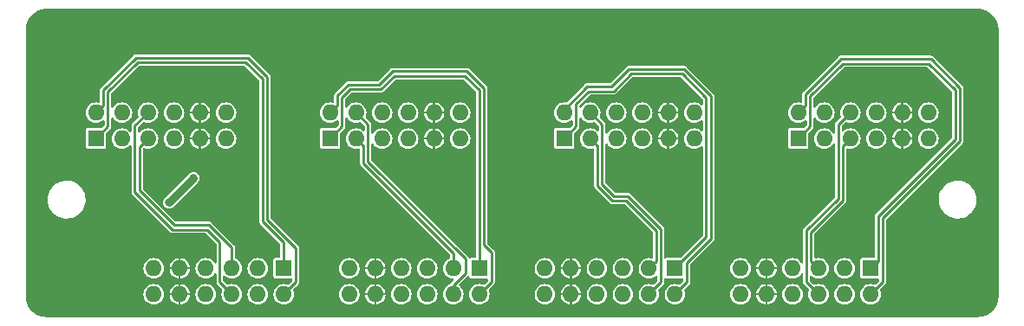
<source format=gbl>
%TF.GenerationSoftware,KiCad,Pcbnew,(7.0.0)*%
%TF.CreationDate,2023-03-12T18:56:36+09:00*%
%TF.ProjectId,TangPrimer_PmodExtender,54616e67-5072-4696-9d65-725f506d6f64,rev?*%
%TF.SameCoordinates,Original*%
%TF.FileFunction,Copper,L2,Bot*%
%TF.FilePolarity,Positive*%
%FSLAX46Y46*%
G04 Gerber Fmt 4.6, Leading zero omitted, Abs format (unit mm)*
G04 Created by KiCad (PCBNEW (7.0.0)) date 2023-03-12 18:56:36*
%MOMM*%
%LPD*%
G01*
G04 APERTURE LIST*
%TA.AperFunction,ComponentPad*%
%ADD10R,1.600000X1.600000*%
%TD*%
%TA.AperFunction,ComponentPad*%
%ADD11O,1.600000X1.600000*%
%TD*%
%TA.AperFunction,ViaPad*%
%ADD12C,0.800000*%
%TD*%
%TA.AperFunction,Conductor*%
%ADD13C,0.250000*%
%TD*%
%TA.AperFunction,Conductor*%
%ADD14C,0.800000*%
%TD*%
G04 APERTURE END LIST*
D10*
%TO.P,J7,1,Pin_1*%
%TO.N,/PMOD2_P1_E15*%
X92219999Y-41029999D03*
D11*
%TO.P,J7,2,Pin_2*%
%TO.N,/PMOD2_P2_A15*%
X94759999Y-41029999D03*
%TO.P,J7,3,Pin_3*%
%TO.N,/PMOD2_P3_A14*%
X97299999Y-41029999D03*
%TO.P,J7,4,Pin_4*%
%TO.N,/PMOD2_P4_C12*%
X99839999Y-41029999D03*
%TO.P,J7,5,Pin_5*%
%TO.N,GND*%
X102379999Y-41029999D03*
%TO.P,J7,6,Pin_6*%
%TO.N,+3V3*%
X104919999Y-41029999D03*
%TO.P,J7,7,Pin_7*%
%TO.N,/PMOD2_P7_D14*%
X92219999Y-38489999D03*
%TO.P,J7,8,Pin_8*%
%TO.N,/PMOD2_P8_B14*%
X94759999Y-38489999D03*
%TO.P,J7,9,Pin_9*%
%TO.N,/PMOD2_P9_B13*%
X97299999Y-38489999D03*
%TO.P,J7,10,Pin_10*%
%TO.N,/PMOD2_P10_B12*%
X99839999Y-38489999D03*
%TO.P,J7,11,Pin_11*%
%TO.N,GND*%
X102379999Y-38489999D03*
%TO.P,J7,12,Pin_12*%
%TO.N,+3V3*%
X104919999Y-38489999D03*
%TD*%
D10*
%TO.P,J6,1,Pin_1*%
%TO.N,/PMOD1_P1_P11*%
X115079999Y-41029999D03*
D11*
%TO.P,J6,2,Pin_2*%
%TO.N,/PMOD1_P2_R11*%
X117619999Y-41029999D03*
%TO.P,J6,3,Pin_3*%
%TO.N,/PMOD1_P3_M15*%
X120159999Y-41029999D03*
%TO.P,J6,4,Pin_4*%
%TO.N,/PMOD1_P4_J16*%
X122699999Y-41029999D03*
%TO.P,J6,5,Pin_5*%
%TO.N,GND*%
X125239999Y-41029999D03*
%TO.P,J6,6,Pin_6*%
%TO.N,+3V3*%
X127779999Y-41029999D03*
%TO.P,J6,7,Pin_7*%
%TO.N,/PMOD1_P7_T11*%
X115079999Y-38489999D03*
%TO.P,J6,8,Pin_8*%
%TO.N,/PMOD1_P8_T12*%
X117619999Y-38489999D03*
%TO.P,J6,9,Pin_9*%
%TO.N,/PMOD1_P9_M14*%
X120159999Y-38489999D03*
%TO.P,J6,10,Pin_10*%
%TO.N,/PMOD1_P10_J14*%
X122699999Y-38489999D03*
%TO.P,J6,11,Pin_11*%
%TO.N,GND*%
X125239999Y-38489999D03*
%TO.P,J6,12,Pin_12*%
%TO.N,+3V3*%
X127779999Y-38489999D03*
%TD*%
D10*
%TO.P,J8,1,Pin_1*%
%TO.N,/PMOD3_P1_B11*%
X69359999Y-41029999D03*
D11*
%TO.P,J8,2,Pin_2*%
%TO.N,/PMOD3_P2_D11*%
X71899999Y-41029999D03*
%TO.P,J8,3,Pin_3*%
%TO.N,/PMOD3_P3_N7*%
X74439999Y-41029999D03*
%TO.P,J8,4,Pin_4*%
%TO.N,/PMOD3_P4_N8*%
X76979999Y-41029999D03*
%TO.P,J8,5,Pin_5*%
%TO.N,GND*%
X79519999Y-41029999D03*
%TO.P,J8,6,Pin_6*%
%TO.N,+3V3*%
X82059999Y-41029999D03*
%TO.P,J8,7,Pin_7*%
%TO.N,/PMOD3_P7_A11*%
X69359999Y-38489999D03*
%TO.P,J8,8,Pin_8*%
%TO.N,/PMOD3_P8_N6*%
X71899999Y-38489999D03*
%TO.P,J8,9,Pin_9*%
%TO.N,/PMOD3_P9_N9*%
X74439999Y-38489999D03*
%TO.P,J8,10,Pin_10*%
%TO.N,/PMOD3_P10_L9*%
X76979999Y-38489999D03*
%TO.P,J8,11,Pin_11*%
%TO.N,GND*%
X79519999Y-38489999D03*
%TO.P,J8,12,Pin_12*%
%TO.N,+3V3*%
X82059999Y-38489999D03*
%TD*%
D10*
%TO.P,J5,1,Pin_1*%
%TO.N,/PMOD0_P1_P6*%
X137939999Y-41029999D03*
D11*
%TO.P,J5,2,Pin_2*%
%TO.N,/PMOD0_P2_R8*%
X140479999Y-41029999D03*
%TO.P,J5,3,Pin_3*%
%TO.N,/PMOD0_P3_P8*%
X143019999Y-41029999D03*
%TO.P,J5,4,Pin_4*%
%TO.N,/PMOD0_P4_T9*%
X145559999Y-41029999D03*
%TO.P,J5,5,Pin_5*%
%TO.N,GND*%
X148099999Y-41029999D03*
%TO.P,J5,6,Pin_6*%
%TO.N,+3V3*%
X150639999Y-41029999D03*
%TO.P,J5,7,Pin_7*%
%TO.N,/PMOD0_P7_T6*%
X137939999Y-38489999D03*
%TO.P,J5,8,Pin_8*%
%TO.N,/PMOD0_P8_T7*%
X140479999Y-38489999D03*
%TO.P,J5,9,Pin_9*%
%TO.N,/PMOD0_P9_T8*%
X143019999Y-38489999D03*
%TO.P,J5,10,Pin_10*%
%TO.N,/PMOD0_P10_P9*%
X145559999Y-38489999D03*
%TO.P,J5,11,Pin_11*%
%TO.N,GND*%
X148099999Y-38489999D03*
%TO.P,J5,12,Pin_12*%
%TO.N,+3V3*%
X150639999Y-38489999D03*
%TD*%
D10*
%TO.P,J3,1,Pin_1*%
%TO.N,/PMOD2_P1_E15*%
X106799999Y-53729999D03*
D11*
%TO.P,J3,2,Pin_2*%
%TO.N,/PMOD2_P2_A15*%
X104259999Y-53729999D03*
%TO.P,J3,3,Pin_3*%
%TO.N,/PMOD2_P3_A14*%
X101719999Y-53729999D03*
%TO.P,J3,4,Pin_4*%
%TO.N,/PMOD2_P4_C12*%
X99179999Y-53729999D03*
%TO.P,J3,5,Pin_5*%
%TO.N,GND*%
X96639999Y-53729999D03*
%TO.P,J3,6,Pin_6*%
%TO.N,+3V3*%
X94099999Y-53729999D03*
%TO.P,J3,7,Pin_7*%
%TO.N,/PMOD2_P7_D14*%
X106799999Y-56269999D03*
%TO.P,J3,8,Pin_8*%
%TO.N,/PMOD2_P8_B14*%
X104259999Y-56269999D03*
%TO.P,J3,9,Pin_9*%
%TO.N,/PMOD2_P9_B13*%
X101719999Y-56269999D03*
%TO.P,J3,10,Pin_10*%
%TO.N,/PMOD2_P10_B12*%
X99179999Y-56269999D03*
%TO.P,J3,11,Pin_11*%
%TO.N,GND*%
X96639999Y-56269999D03*
%TO.P,J3,12,Pin_12*%
%TO.N,+3V3*%
X94099999Y-56269999D03*
%TD*%
D10*
%TO.P,J4,1,Pin_1*%
%TO.N,/PMOD3_P1_B11*%
X87699999Y-53729999D03*
D11*
%TO.P,J4,2,Pin_2*%
%TO.N,/PMOD3_P2_D11*%
X85159999Y-53729999D03*
%TO.P,J4,3,Pin_3*%
%TO.N,/PMOD3_P3_N7*%
X82619999Y-53729999D03*
%TO.P,J4,4,Pin_4*%
%TO.N,/PMOD3_P4_N8*%
X80079999Y-53729999D03*
%TO.P,J4,5,Pin_5*%
%TO.N,GND*%
X77539999Y-53729999D03*
%TO.P,J4,6,Pin_6*%
%TO.N,+3V3*%
X74999999Y-53729999D03*
%TO.P,J4,7,Pin_7*%
%TO.N,/PMOD3_P7_A11*%
X87699999Y-56269999D03*
%TO.P,J4,8,Pin_8*%
%TO.N,/PMOD3_P8_N6*%
X85159999Y-56269999D03*
%TO.P,J4,9,Pin_9*%
%TO.N,/PMOD3_P9_N9*%
X82619999Y-56269999D03*
%TO.P,J4,10,Pin_10*%
%TO.N,/PMOD3_P10_L9*%
X80079999Y-56269999D03*
%TO.P,J4,11,Pin_11*%
%TO.N,GND*%
X77539999Y-56269999D03*
%TO.P,J4,12,Pin_12*%
%TO.N,+3V3*%
X74999999Y-56269999D03*
%TD*%
D10*
%TO.P,J2,1,Pin_1*%
%TO.N,/PMOD1_P1_P11*%
X125899999Y-53729999D03*
D11*
%TO.P,J2,2,Pin_2*%
%TO.N,/PMOD1_P2_R11*%
X123359999Y-53729999D03*
%TO.P,J2,3,Pin_3*%
%TO.N,/PMOD1_P3_M15*%
X120819999Y-53729999D03*
%TO.P,J2,4,Pin_4*%
%TO.N,/PMOD1_P4_J16*%
X118279999Y-53729999D03*
%TO.P,J2,5,Pin_5*%
%TO.N,GND*%
X115739999Y-53729999D03*
%TO.P,J2,6,Pin_6*%
%TO.N,+3V3*%
X113199999Y-53729999D03*
%TO.P,J2,7,Pin_7*%
%TO.N,/PMOD1_P7_T11*%
X125899999Y-56269999D03*
%TO.P,J2,8,Pin_8*%
%TO.N,/PMOD1_P8_T12*%
X123359999Y-56269999D03*
%TO.P,J2,9,Pin_9*%
%TO.N,/PMOD1_P9_M14*%
X120819999Y-56269999D03*
%TO.P,J2,10,Pin_10*%
%TO.N,/PMOD1_P10_J14*%
X118279999Y-56269999D03*
%TO.P,J2,11,Pin_11*%
%TO.N,GND*%
X115739999Y-56269999D03*
%TO.P,J2,12,Pin_12*%
%TO.N,+3V3*%
X113199999Y-56269999D03*
%TD*%
D10*
%TO.P,J1,1,Pin_1*%
%TO.N,/PMOD0_P1_P6*%
X144999999Y-53729999D03*
D11*
%TO.P,J1,2,Pin_2*%
%TO.N,/PMOD0_P2_R8*%
X142459999Y-53729999D03*
%TO.P,J1,3,Pin_3*%
%TO.N,/PMOD0_P3_P8*%
X139919999Y-53729999D03*
%TO.P,J1,4,Pin_4*%
%TO.N,/PMOD0_P4_T9*%
X137379999Y-53729999D03*
%TO.P,J1,5,Pin_5*%
%TO.N,GND*%
X134839999Y-53729999D03*
%TO.P,J1,6,Pin_6*%
%TO.N,+3V3*%
X132299999Y-53729999D03*
%TO.P,J1,7,Pin_7*%
%TO.N,/PMOD0_P7_T6*%
X144999999Y-56269999D03*
%TO.P,J1,8,Pin_8*%
%TO.N,/PMOD0_P8_T7*%
X142459999Y-56269999D03*
%TO.P,J1,9,Pin_9*%
%TO.N,/PMOD0_P9_T8*%
X139919999Y-56269999D03*
%TO.P,J1,10,Pin_10*%
%TO.N,/PMOD0_P10_P9*%
X137379999Y-56269999D03*
%TO.P,J1,11,Pin_11*%
%TO.N,GND*%
X134839999Y-56269999D03*
%TO.P,J1,12,Pin_12*%
%TO.N,+3V3*%
X132299999Y-56269999D03*
%TD*%
D12*
%TO.N,GND*%
X140988000Y-46364000D03*
X140500000Y-42900000D03*
X90300000Y-42200000D03*
X123700000Y-42700000D03*
X75400000Y-36300000D03*
X126300000Y-35500000D03*
X135100000Y-52100000D03*
X149100000Y-32400000D03*
X104700000Y-51000000D03*
X124000000Y-35500000D03*
X76100000Y-46200000D03*
X71400000Y-36900000D03*
X121000000Y-45900000D03*
X142700000Y-52100000D03*
X154500000Y-40600000D03*
X122800000Y-49900000D03*
X95200000Y-44400000D03*
X125500000Y-52000000D03*
X134700000Y-34100000D03*
X97400000Y-37000000D03*
X73900000Y-34400000D03*
X91400000Y-30600000D03*
X136000000Y-43400000D03*
X147100000Y-52200000D03*
X130200000Y-50200000D03*
X103100000Y-30600000D03*
X99900000Y-42600000D03*
X142300000Y-34800000D03*
X144800000Y-52100000D03*
X115200000Y-30900000D03*
X78100000Y-50900000D03*
X77600000Y-44600000D03*
X72300000Y-42600000D03*
X128000000Y-53600000D03*
X139200000Y-48500000D03*
X106100000Y-33800000D03*
X103800000Y-35700000D03*
X131700000Y-33100000D03*
X112100000Y-52200000D03*
X152500000Y-40600000D03*
X144900000Y-49200000D03*
X79200000Y-46200000D03*
X93000000Y-35600000D03*
X115200000Y-35700000D03*
X120700000Y-52100000D03*
X126200000Y-33500000D03*
X87200000Y-33800000D03*
X127600000Y-36800000D03*
X101700000Y-50900000D03*
X99100000Y-35700000D03*
X103100000Y-32800000D03*
X82700000Y-36500000D03*
X140500000Y-50200000D03*
X123100000Y-33500000D03*
X83100000Y-51000000D03*
X128100000Y-50200000D03*
X69700000Y-35400000D03*
X136400000Y-29700000D03*
X88800000Y-43600000D03*
X124700000Y-31900000D03*
X115200000Y-33400000D03*
X110100000Y-34400000D03*
X140400000Y-36700000D03*
X122200000Y-44300000D03*
X76100000Y-50700000D03*
X118900000Y-47500000D03*
X136400000Y-35900000D03*
X102700000Y-49000000D03*
X86800000Y-48000000D03*
X77000000Y-42800000D03*
X106000000Y-52000000D03*
X118900000Y-37200000D03*
X152400000Y-36700000D03*
X104300000Y-47000000D03*
X97500000Y-34100000D03*
X113700000Y-43100000D03*
X113600000Y-37300000D03*
X74400000Y-42600000D03*
X74400000Y-45400000D03*
X83000000Y-43900000D03*
X149400000Y-37200000D03*
X77600000Y-47800000D03*
X149900000Y-34600000D03*
X140500000Y-33700000D03*
X72400000Y-32800000D03*
X85200000Y-49900000D03*
X118500000Y-52100000D03*
X88300000Y-37400000D03*
X80200000Y-51100000D03*
X140100000Y-52200000D03*
X90300000Y-37400000D03*
X111900000Y-35900000D03*
X122300000Y-46600000D03*
X117600000Y-45000000D03*
X135300000Y-45600000D03*
X84800000Y-35600000D03*
X147000000Y-49200000D03*
X123300000Y-52000000D03*
X72300000Y-45400000D03*
X137900000Y-52200000D03*
X91400000Y-32800000D03*
X80200000Y-48600000D03*
X96800000Y-42900000D03*
X154000000Y-35200000D03*
X113600000Y-45500000D03*
X136400000Y-31900000D03*
X121000000Y-48300000D03*
X119600000Y-42800000D03*
X146600000Y-32400000D03*
X146900000Y-34500000D03*
X119600000Y-45000000D03*
X94500000Y-37000000D03*
X117600000Y-42800000D03*
X142300000Y-48300000D03*
X138400000Y-42900000D03*
X138500000Y-35600000D03*
X106000000Y-36700000D03*
X73900000Y-48400000D03*
%TO.N,+3V3*%
X76500000Y-47300000D03*
X78900000Y-44900000D03*
%TD*%
D13*
%TO.N,/PMOD0_P1_P6*%
X139114511Y-36885489D02*
X139114511Y-39855489D01*
X153300000Y-41064282D02*
X153300000Y-40700000D01*
X142300000Y-33700000D02*
X139114511Y-36885489D01*
X150700000Y-33700000D02*
X142300000Y-33700000D01*
X153300000Y-36300000D02*
X150700000Y-33700000D01*
X139114511Y-39855489D02*
X137940000Y-41030000D01*
X145724991Y-53005009D02*
X145724991Y-48639291D01*
X145724991Y-48639291D02*
X153300000Y-41064282D01*
X145000000Y-53730000D02*
X145724991Y-53005009D01*
X153300000Y-40700000D02*
X153300000Y-36300000D01*
%TO.N,/PMOD0_P3_P8*%
X139195009Y-50204992D02*
X140100000Y-49300000D01*
X139920000Y-53720000D02*
X139195009Y-52995009D01*
X139920000Y-53730000D02*
X139920000Y-53720000D01*
X140100000Y-49300000D02*
X142300000Y-47100000D01*
X142300000Y-47100000D02*
X142300000Y-41750000D01*
X139195009Y-52995009D02*
X139195009Y-50204992D01*
X142300000Y-41750000D02*
X143020000Y-41030000D01*
D14*
%TO.N,+3V3*%
X76500000Y-47300000D02*
X78900000Y-44900000D01*
D13*
%TO.N,/PMOD0_P7_T6*%
X150886198Y-33250480D02*
X142113802Y-33250480D01*
X138664991Y-36699292D02*
X138664991Y-37765009D01*
X146174511Y-48825489D02*
X153749520Y-41250479D01*
X153749520Y-36113802D02*
X150886198Y-33250480D01*
X153749520Y-41250479D02*
X153749520Y-36113802D01*
X142113802Y-33250480D02*
X138664991Y-36699292D01*
X138664991Y-37765009D02*
X137940000Y-38490000D01*
X145000000Y-56270000D02*
X146174511Y-55095489D01*
X146174511Y-55095489D02*
X146174511Y-48825489D01*
%TO.N,/PMOD0_P9_T8*%
X138745489Y-55095489D02*
X138745489Y-50018794D01*
X141845489Y-39664511D02*
X143020000Y-38490000D01*
X138745489Y-50018794D02*
X141850480Y-46913803D01*
X141845489Y-46908812D02*
X141845489Y-39664511D01*
X139920000Y-56270000D02*
X138745489Y-55095489D01*
X141850480Y-46913803D02*
X141845489Y-46908812D01*
%TO.N,/PMOD1_P1_P11*%
X117500000Y-36400000D02*
X116254511Y-37645489D01*
X121600000Y-34700000D02*
X119900000Y-36400000D01*
X128954511Y-50675489D02*
X128954511Y-37054511D01*
X128954511Y-37054511D02*
X126600000Y-34700000D01*
X119900000Y-36400000D02*
X117500000Y-36400000D01*
X116254511Y-37645489D02*
X116254511Y-39855489D01*
X116254511Y-39855489D02*
X115080000Y-41030000D01*
X125900000Y-53730000D02*
X128954511Y-50675489D01*
X126600000Y-34700000D02*
X121600000Y-34700000D01*
%TO.N,/PMOD1_P2_R11*%
X118344991Y-45680708D02*
X118344991Y-41754991D01*
X118344991Y-41754991D02*
X117620000Y-41030000D01*
X124084991Y-50084991D02*
X121100000Y-47100000D01*
X119764282Y-47100000D02*
X118344991Y-45680708D01*
X121100000Y-47100000D02*
X119764282Y-47100000D01*
X124084991Y-53005009D02*
X124084991Y-50084991D01*
X123360000Y-53730000D02*
X124084991Y-53005009D01*
%TO.N,/PMOD1_P7_T11*%
X119713803Y-35950480D02*
X117313802Y-35950480D01*
X115080000Y-38184282D02*
X115080000Y-38490000D01*
X127074511Y-53191206D02*
X127074511Y-55095489D01*
X117313802Y-35950480D02*
X115080000Y-38184282D01*
X127074511Y-55095489D02*
X125900000Y-56270000D01*
X129404031Y-36868314D02*
X129404031Y-50861686D01*
X129404031Y-36868314D02*
X126786197Y-34250480D01*
X121413803Y-34250480D02*
X119713803Y-35950480D01*
X129404031Y-50861686D02*
X127074511Y-53191206D01*
X126786197Y-34250480D02*
X121413803Y-34250480D01*
%TO.N,/PMOD1_P8_T12*%
X124534511Y-55095489D02*
X124534511Y-49898794D01*
X123360000Y-56270000D02*
X124534511Y-55095489D01*
X124534511Y-49898794D02*
X121286197Y-46650480D01*
X121286197Y-46650480D02*
X119950480Y-46650480D01*
X119950480Y-46650480D02*
X118794511Y-45494511D01*
X118794511Y-39664511D02*
X117620000Y-38490000D01*
X118794511Y-45494511D02*
X118794511Y-39664511D01*
%TO.N,/PMOD2_P1_E15*%
X106800000Y-53730000D02*
X106800000Y-36300000D01*
X98500000Y-34900000D02*
X97200000Y-36200000D01*
X97200000Y-36200000D02*
X94200000Y-36200000D01*
X105400000Y-34900000D02*
X98500000Y-34900000D01*
X106800000Y-36300000D02*
X105400000Y-34900000D01*
X93394511Y-39855489D02*
X92220000Y-41030000D01*
X94200000Y-36200000D02*
X93394511Y-37005489D01*
X93394511Y-37005489D02*
X93394511Y-39855489D01*
%TO.N,/PMOD2_P2_A15*%
X95484991Y-41754991D02*
X94760000Y-41030000D01*
X95484991Y-43484990D02*
X95484991Y-41754991D01*
X104260000Y-53730000D02*
X104260000Y-52260000D01*
X104260000Y-52260000D02*
X95484991Y-43484990D01*
%TO.N,/PMOD2_P7_D14*%
X107249520Y-51449520D02*
X107249520Y-36113802D01*
X106800000Y-56270000D02*
X107974511Y-55095489D01*
X92254991Y-38490000D02*
X92220000Y-38490000D01*
X107974511Y-55095489D02*
X107974511Y-52174511D01*
X98313802Y-34450480D02*
X97013802Y-35750480D01*
X92944991Y-36819292D02*
X92944991Y-37800000D01*
X92944991Y-37800000D02*
X92254991Y-38490000D01*
X107249520Y-36113802D02*
X105586198Y-34450480D01*
X107974511Y-52174511D02*
X107249520Y-51449520D01*
X105586198Y-34450480D02*
X98313802Y-34450480D01*
X94013803Y-35750480D02*
X92944991Y-36819292D01*
X97013802Y-35750480D02*
X94013803Y-35750480D01*
%TO.N,/PMOD2_P8_B14*%
X104260000Y-56270000D02*
X104260000Y-55391010D01*
X104260000Y-55391010D02*
X105434511Y-54216499D01*
X95934511Y-39664511D02*
X94760000Y-38490000D01*
X105434511Y-54216499D02*
X105434511Y-52798793D01*
X95934511Y-43298793D02*
X95934511Y-39664511D01*
X105434511Y-52798793D02*
X95934511Y-43298793D01*
%TO.N,/PMOD3_P1_B11*%
X87700000Y-51200001D02*
X85625969Y-49125969D01*
X70534511Y-39855489D02*
X69360000Y-41030000D01*
X85625969Y-35200000D02*
X83975489Y-33549520D01*
X85625969Y-49125969D02*
X85625969Y-35200000D01*
X87700000Y-53730000D02*
X87700000Y-51200001D01*
X83975489Y-33549520D02*
X73450480Y-33549520D01*
X70534511Y-36465489D02*
X70534511Y-39855489D01*
X73450480Y-33549520D02*
X70534511Y-36465489D01*
%TO.N,/PMOD3_P3_N7*%
X77000000Y-49500000D02*
X73600000Y-46100000D01*
X73600000Y-41870000D02*
X74440000Y-41030000D01*
X73600000Y-46100000D02*
X73600000Y-41870000D01*
X82620000Y-53730000D02*
X82620000Y-51720000D01*
X82620000Y-51720000D02*
X80400000Y-49500000D01*
X80400000Y-49500000D02*
X77000000Y-49500000D01*
%TO.N,/PMOD3_P7_A11*%
X87700000Y-56270000D02*
X88874511Y-55095489D01*
X70084991Y-37765009D02*
X69360000Y-38490000D01*
X84200000Y-33100000D02*
X73264283Y-33100000D01*
X86075489Y-48939772D02*
X86075489Y-34975489D01*
X88017858Y-50882141D02*
X86075489Y-48939772D01*
X73264283Y-33100000D02*
X70084991Y-36279292D01*
X88874511Y-51738793D02*
X88017858Y-50882141D01*
X86075489Y-34975489D02*
X84200000Y-33100000D01*
X70084991Y-36279292D02*
X70084991Y-37765009D01*
X88874511Y-55095489D02*
X88874511Y-51738793D01*
%TO.N,/PMOD3_P9_N9*%
X81445489Y-55095489D02*
X81445489Y-51181207D01*
X73150480Y-46286197D02*
X73150480Y-39779520D01*
X80213802Y-49949520D02*
X76813802Y-49949520D01*
X81445489Y-51181207D02*
X80213802Y-49949520D01*
X82620000Y-56270000D02*
X81445489Y-55095489D01*
X76813802Y-49949520D02*
X73150480Y-46286197D01*
X73150480Y-39779520D02*
X74440000Y-38490000D01*
%TD*%
%TA.AperFunction,Conductor*%
%TO.N,GND*%
G36*
X126462052Y-35033036D02*
G01*
X126494170Y-35054496D01*
X128600015Y-37160342D01*
X128621475Y-37192460D01*
X128629011Y-37230346D01*
X128629011Y-37683158D01*
X128613651Y-37736123D01*
X128572339Y-37772653D01*
X128517892Y-37781413D01*
X128467206Y-37759686D01*
X128373957Y-37683158D01*
X128338538Y-37654090D01*
X128164727Y-37561186D01*
X128160072Y-37559774D01*
X128160070Y-37559773D01*
X127980788Y-37505388D01*
X127980784Y-37505387D01*
X127976132Y-37503976D01*
X127780000Y-37484659D01*
X127775157Y-37485136D01*
X127588710Y-37503499D01*
X127588708Y-37503499D01*
X127583868Y-37503976D01*
X127579217Y-37505386D01*
X127579211Y-37505388D01*
X127399929Y-37559773D01*
X127399923Y-37559775D01*
X127395273Y-37561186D01*
X127390985Y-37563477D01*
X127390980Y-37563480D01*
X127225750Y-37651798D01*
X127221462Y-37654090D01*
X127217711Y-37657168D01*
X127217704Y-37657173D01*
X127072881Y-37776027D01*
X127072875Y-37776032D01*
X127069117Y-37779117D01*
X127066032Y-37782875D01*
X127066027Y-37782881D01*
X126947173Y-37927704D01*
X126947168Y-37927711D01*
X126944090Y-37931462D01*
X126941798Y-37935749D01*
X126941798Y-37935750D01*
X126853480Y-38100980D01*
X126853477Y-38100985D01*
X126851186Y-38105273D01*
X126849775Y-38109923D01*
X126849773Y-38109929D01*
X126795388Y-38289211D01*
X126795386Y-38289217D01*
X126793976Y-38293868D01*
X126774659Y-38490000D01*
X126793976Y-38686132D01*
X126795387Y-38690784D01*
X126795388Y-38690788D01*
X126849773Y-38870070D01*
X126851186Y-38874727D01*
X126944090Y-39048538D01*
X126947171Y-39052292D01*
X126947173Y-39052295D01*
X127065736Y-39196763D01*
X127069117Y-39200883D01*
X127221462Y-39325910D01*
X127395273Y-39418814D01*
X127583868Y-39476024D01*
X127780000Y-39495341D01*
X127976132Y-39476024D01*
X128164727Y-39418814D01*
X128338538Y-39325910D01*
X128467206Y-39220313D01*
X128517892Y-39198587D01*
X128572339Y-39207347D01*
X128613651Y-39243877D01*
X128629011Y-39296842D01*
X128629011Y-40223158D01*
X128613651Y-40276123D01*
X128572339Y-40312653D01*
X128517892Y-40321413D01*
X128467206Y-40299686D01*
X128373957Y-40223158D01*
X128338538Y-40194090D01*
X128164727Y-40101186D01*
X128160072Y-40099774D01*
X128160070Y-40099773D01*
X127980788Y-40045388D01*
X127980784Y-40045387D01*
X127976132Y-40043976D01*
X127780000Y-40024659D01*
X127775157Y-40025136D01*
X127588710Y-40043499D01*
X127588708Y-40043499D01*
X127583868Y-40043976D01*
X127579217Y-40045386D01*
X127579211Y-40045388D01*
X127399929Y-40099773D01*
X127399923Y-40099775D01*
X127395273Y-40101186D01*
X127390985Y-40103477D01*
X127390980Y-40103480D01*
X127282746Y-40161333D01*
X127221462Y-40194090D01*
X127217711Y-40197168D01*
X127217704Y-40197173D01*
X127072881Y-40316027D01*
X127072875Y-40316032D01*
X127069117Y-40319117D01*
X127066032Y-40322875D01*
X127066027Y-40322881D01*
X126947173Y-40467704D01*
X126947168Y-40467711D01*
X126944090Y-40471462D01*
X126941798Y-40475749D01*
X126941798Y-40475750D01*
X126853480Y-40640980D01*
X126853477Y-40640985D01*
X126851186Y-40645273D01*
X126849775Y-40649923D01*
X126849773Y-40649929D01*
X126795388Y-40829211D01*
X126795386Y-40829217D01*
X126793976Y-40833868D01*
X126793499Y-40838708D01*
X126793499Y-40838710D01*
X126785866Y-40916208D01*
X126774659Y-41030000D01*
X126793976Y-41226132D01*
X126795387Y-41230784D01*
X126795388Y-41230788D01*
X126845886Y-41397255D01*
X126851186Y-41414727D01*
X126944090Y-41588538D01*
X126947171Y-41592292D01*
X126947173Y-41592295D01*
X127005593Y-41663479D01*
X127069117Y-41740883D01*
X127221462Y-41865910D01*
X127395273Y-41958814D01*
X127583868Y-42016024D01*
X127780000Y-42035341D01*
X127976132Y-42016024D01*
X128164727Y-41958814D01*
X128338538Y-41865910D01*
X128467206Y-41760313D01*
X128517892Y-41738587D01*
X128572339Y-41747347D01*
X128613651Y-41783877D01*
X128629011Y-41836842D01*
X128629011Y-50499655D01*
X128621475Y-50537541D01*
X128600015Y-50569659D01*
X126469170Y-52700504D01*
X126437052Y-52721964D01*
X126399166Y-52729500D01*
X125080252Y-52729500D01*
X125075494Y-52730446D01*
X125075488Y-52730447D01*
X125031333Y-52739230D01*
X125031330Y-52739231D01*
X125021769Y-52741133D01*
X125013660Y-52746550D01*
X125004654Y-52750282D01*
X125004335Y-52749512D01*
X124963866Y-52762881D01*
X124912341Y-52751309D01*
X124874095Y-52714895D01*
X124860011Y-52664000D01*
X124860011Y-49917328D01*
X124860388Y-49908699D01*
X124863020Y-49878616D01*
X124863775Y-49869987D01*
X124853715Y-49832446D01*
X124851846Y-49824014D01*
X124846603Y-49794281D01*
X124845099Y-49785749D01*
X124840765Y-49778244D01*
X124838769Y-49772758D01*
X124836306Y-49767476D01*
X124834065Y-49759110D01*
X124811771Y-49727271D01*
X124807144Y-49720009D01*
X124787705Y-49686339D01*
X124757929Y-49661353D01*
X124751571Y-49655528D01*
X121529465Y-46433422D01*
X121523630Y-46427053D01*
X121504222Y-46403923D01*
X121504218Y-46403920D01*
X121498652Y-46397286D01*
X121464990Y-46377851D01*
X121457709Y-46373212D01*
X121432978Y-46355895D01*
X121432976Y-46355894D01*
X121425881Y-46350926D01*
X121417514Y-46348684D01*
X121412228Y-46346219D01*
X121406741Y-46344221D01*
X121399242Y-46339892D01*
X121390716Y-46338388D01*
X121390712Y-46338387D01*
X121360975Y-46333144D01*
X121352546Y-46331275D01*
X121344670Y-46329164D01*
X121315004Y-46321216D01*
X121306381Y-46321970D01*
X121306377Y-46321970D01*
X121276292Y-46324603D01*
X121267663Y-46324980D01*
X120126314Y-46324980D01*
X120088428Y-46317444D01*
X120056310Y-46295984D01*
X119149007Y-45388681D01*
X119127547Y-45356563D01*
X119120011Y-45318677D01*
X119120011Y-41601963D01*
X119133600Y-41551903D01*
X119170637Y-41515586D01*
X119220954Y-41502982D01*
X119270738Y-41517551D01*
X119306320Y-41555293D01*
X119324090Y-41588538D01*
X119327171Y-41592292D01*
X119327173Y-41592295D01*
X119385593Y-41663479D01*
X119449117Y-41740883D01*
X119601462Y-41865910D01*
X119775273Y-41958814D01*
X119963868Y-42016024D01*
X120160000Y-42035341D01*
X120356132Y-42016024D01*
X120544727Y-41958814D01*
X120718538Y-41865910D01*
X120870883Y-41740883D01*
X120995910Y-41588538D01*
X121088814Y-41414727D01*
X121146024Y-41226132D01*
X121165341Y-41030000D01*
X121694659Y-41030000D01*
X121713976Y-41226132D01*
X121715387Y-41230784D01*
X121715388Y-41230788D01*
X121765886Y-41397255D01*
X121771186Y-41414727D01*
X121864090Y-41588538D01*
X121867171Y-41592292D01*
X121867173Y-41592295D01*
X121925593Y-41663479D01*
X121989117Y-41740883D01*
X122141462Y-41865910D01*
X122315273Y-41958814D01*
X122503868Y-42016024D01*
X122700000Y-42035341D01*
X122896132Y-42016024D01*
X123084727Y-41958814D01*
X123258538Y-41865910D01*
X123410883Y-41740883D01*
X123535910Y-41588538D01*
X123628814Y-41414727D01*
X123686024Y-41226132D01*
X123694134Y-41143791D01*
X124246368Y-41143791D01*
X124253991Y-41221190D01*
X124255881Y-41230690D01*
X124310237Y-41409878D01*
X124313944Y-41418827D01*
X124402215Y-41583971D01*
X124407590Y-41592015D01*
X124526382Y-41736763D01*
X124533236Y-41743617D01*
X124677984Y-41862409D01*
X124686028Y-41867784D01*
X124851172Y-41956055D01*
X124860121Y-41959762D01*
X125039309Y-42014118D01*
X125048809Y-42016008D01*
X125126208Y-42023631D01*
X125136990Y-42021669D01*
X125140000Y-42011131D01*
X125340000Y-42011131D01*
X125343009Y-42021669D01*
X125353791Y-42023631D01*
X125431190Y-42016008D01*
X125440690Y-42014118D01*
X125619878Y-41959762D01*
X125628827Y-41956055D01*
X125793971Y-41867784D01*
X125802015Y-41862409D01*
X125946763Y-41743617D01*
X125953617Y-41736763D01*
X126072409Y-41592015D01*
X126077784Y-41583971D01*
X126166055Y-41418827D01*
X126169762Y-41409878D01*
X126224118Y-41230690D01*
X126226008Y-41221190D01*
X126233631Y-41143791D01*
X126231669Y-41133009D01*
X126221131Y-41130000D01*
X125353033Y-41130000D01*
X125342754Y-41132754D01*
X125340000Y-41143033D01*
X125340000Y-42011131D01*
X125140000Y-42011131D01*
X125140000Y-41143033D01*
X125137245Y-41132754D01*
X125126967Y-41130000D01*
X124258869Y-41130000D01*
X124248330Y-41133009D01*
X124246368Y-41143791D01*
X123694134Y-41143791D01*
X123705341Y-41030000D01*
X123694134Y-40916208D01*
X124246368Y-40916208D01*
X124248330Y-40926990D01*
X124258869Y-40930000D01*
X125126967Y-40930000D01*
X125137245Y-40927245D01*
X125140000Y-40916967D01*
X125340000Y-40916967D01*
X125342754Y-40927245D01*
X125353033Y-40930000D01*
X126221131Y-40930000D01*
X126231669Y-40926990D01*
X126233631Y-40916208D01*
X126226008Y-40838809D01*
X126224118Y-40829309D01*
X126169762Y-40650121D01*
X126166055Y-40641172D01*
X126077784Y-40476028D01*
X126072409Y-40467984D01*
X125953617Y-40323236D01*
X125946763Y-40316382D01*
X125802015Y-40197590D01*
X125793971Y-40192215D01*
X125628827Y-40103944D01*
X125619878Y-40100237D01*
X125440690Y-40045881D01*
X125431190Y-40043991D01*
X125353791Y-40036368D01*
X125343009Y-40038330D01*
X125340000Y-40048869D01*
X125340000Y-40916967D01*
X125140000Y-40916967D01*
X125140000Y-40048869D01*
X125136990Y-40038330D01*
X125126208Y-40036368D01*
X125048809Y-40043991D01*
X125039309Y-40045881D01*
X124860121Y-40100237D01*
X124851172Y-40103944D01*
X124686028Y-40192215D01*
X124677984Y-40197590D01*
X124533236Y-40316382D01*
X124526382Y-40323236D01*
X124407590Y-40467984D01*
X124402215Y-40476028D01*
X124313944Y-40641172D01*
X124310237Y-40650121D01*
X124255881Y-40829309D01*
X124253991Y-40838809D01*
X124246368Y-40916208D01*
X123694134Y-40916208D01*
X123686024Y-40833868D01*
X123628814Y-40645273D01*
X123535910Y-40471462D01*
X123515253Y-40446292D01*
X123413972Y-40322881D01*
X123410883Y-40319117D01*
X123391620Y-40303308D01*
X123262295Y-40197173D01*
X123262292Y-40197171D01*
X123258538Y-40194090D01*
X123084727Y-40101186D01*
X123080072Y-40099774D01*
X123080070Y-40099773D01*
X122900788Y-40045388D01*
X122900784Y-40045387D01*
X122896132Y-40043976D01*
X122700000Y-40024659D01*
X122695157Y-40025136D01*
X122508710Y-40043499D01*
X122508708Y-40043499D01*
X122503868Y-40043976D01*
X122499217Y-40045386D01*
X122499211Y-40045388D01*
X122319929Y-40099773D01*
X122319923Y-40099775D01*
X122315273Y-40101186D01*
X122310985Y-40103477D01*
X122310980Y-40103480D01*
X122202746Y-40161333D01*
X122141462Y-40194090D01*
X122137711Y-40197168D01*
X122137704Y-40197173D01*
X121992881Y-40316027D01*
X121992875Y-40316032D01*
X121989117Y-40319117D01*
X121986032Y-40322875D01*
X121986027Y-40322881D01*
X121867173Y-40467704D01*
X121867168Y-40467711D01*
X121864090Y-40471462D01*
X121861798Y-40475749D01*
X121861798Y-40475750D01*
X121773480Y-40640980D01*
X121773477Y-40640985D01*
X121771186Y-40645273D01*
X121769775Y-40649923D01*
X121769773Y-40649929D01*
X121715388Y-40829211D01*
X121715386Y-40829217D01*
X121713976Y-40833868D01*
X121713499Y-40838708D01*
X121713499Y-40838710D01*
X121705866Y-40916208D01*
X121694659Y-41030000D01*
X121165341Y-41030000D01*
X121146024Y-40833868D01*
X121088814Y-40645273D01*
X120995910Y-40471462D01*
X120975253Y-40446292D01*
X120873972Y-40322881D01*
X120870883Y-40319117D01*
X120851620Y-40303308D01*
X120722295Y-40197173D01*
X120722292Y-40197171D01*
X120718538Y-40194090D01*
X120544727Y-40101186D01*
X120540072Y-40099774D01*
X120540070Y-40099773D01*
X120360788Y-40045388D01*
X120360784Y-40045387D01*
X120356132Y-40043976D01*
X120160000Y-40024659D01*
X120155157Y-40025136D01*
X119968710Y-40043499D01*
X119968708Y-40043499D01*
X119963868Y-40043976D01*
X119959217Y-40045386D01*
X119959211Y-40045388D01*
X119779929Y-40099773D01*
X119779923Y-40099775D01*
X119775273Y-40101186D01*
X119770985Y-40103477D01*
X119770980Y-40103480D01*
X119662746Y-40161333D01*
X119601462Y-40194090D01*
X119597711Y-40197168D01*
X119597704Y-40197173D01*
X119452881Y-40316027D01*
X119452875Y-40316032D01*
X119449117Y-40319117D01*
X119446032Y-40322875D01*
X119446027Y-40322881D01*
X119327173Y-40467704D01*
X119327168Y-40467711D01*
X119324090Y-40471462D01*
X119312606Y-40492948D01*
X119306321Y-40504706D01*
X119270738Y-40542449D01*
X119220954Y-40557018D01*
X119170637Y-40544414D01*
X119133600Y-40508097D01*
X119120011Y-40458037D01*
X119120011Y-39683034D01*
X119120388Y-39674405D01*
X119123019Y-39644333D01*
X119123019Y-39644330D01*
X119123774Y-39635704D01*
X119113714Y-39598160D01*
X119111848Y-39589743D01*
X119111847Y-39589735D01*
X119105099Y-39551466D01*
X119100766Y-39543962D01*
X119098777Y-39538495D01*
X119096307Y-39533198D01*
X119094064Y-39524827D01*
X119071772Y-39492991D01*
X119067136Y-39485712D01*
X119052036Y-39459558D01*
X119047705Y-39452056D01*
X119017935Y-39427075D01*
X119011578Y-39421250D01*
X118570691Y-38980364D01*
X118543595Y-38929668D01*
X118549006Y-38874785D01*
X118548814Y-38874727D01*
X118549107Y-38873761D01*
X118549106Y-38873761D01*
X118606024Y-38686132D01*
X118625341Y-38490000D01*
X119154659Y-38490000D01*
X119173976Y-38686132D01*
X119175387Y-38690784D01*
X119175388Y-38690788D01*
X119229773Y-38870070D01*
X119231186Y-38874727D01*
X119324090Y-39048538D01*
X119327171Y-39052292D01*
X119327173Y-39052295D01*
X119445736Y-39196763D01*
X119449117Y-39200883D01*
X119601462Y-39325910D01*
X119775273Y-39418814D01*
X119963868Y-39476024D01*
X120160000Y-39495341D01*
X120356132Y-39476024D01*
X120544727Y-39418814D01*
X120718538Y-39325910D01*
X120870883Y-39200883D01*
X120995910Y-39048538D01*
X121088814Y-38874727D01*
X121146024Y-38686132D01*
X121165341Y-38490000D01*
X121694659Y-38490000D01*
X121713976Y-38686132D01*
X121715387Y-38690784D01*
X121715388Y-38690788D01*
X121769773Y-38870070D01*
X121771186Y-38874727D01*
X121864090Y-39048538D01*
X121867171Y-39052292D01*
X121867173Y-39052295D01*
X121985736Y-39196763D01*
X121989117Y-39200883D01*
X122141462Y-39325910D01*
X122315273Y-39418814D01*
X122503868Y-39476024D01*
X122700000Y-39495341D01*
X122896132Y-39476024D01*
X123084727Y-39418814D01*
X123258538Y-39325910D01*
X123410883Y-39200883D01*
X123535910Y-39048538D01*
X123628814Y-38874727D01*
X123686024Y-38686132D01*
X123694134Y-38603791D01*
X124246368Y-38603791D01*
X124253991Y-38681190D01*
X124255881Y-38690690D01*
X124310237Y-38869878D01*
X124313944Y-38878827D01*
X124402215Y-39043971D01*
X124407590Y-39052015D01*
X124526382Y-39196763D01*
X124533236Y-39203617D01*
X124677984Y-39322409D01*
X124686028Y-39327784D01*
X124851172Y-39416055D01*
X124860121Y-39419762D01*
X125039309Y-39474118D01*
X125048809Y-39476008D01*
X125126208Y-39483631D01*
X125136990Y-39481669D01*
X125140000Y-39471131D01*
X125340000Y-39471131D01*
X125343009Y-39481669D01*
X125353791Y-39483631D01*
X125431190Y-39476008D01*
X125440690Y-39474118D01*
X125619878Y-39419762D01*
X125628827Y-39416055D01*
X125793971Y-39327784D01*
X125802015Y-39322409D01*
X125946763Y-39203617D01*
X125953617Y-39196763D01*
X126072409Y-39052015D01*
X126077784Y-39043971D01*
X126166055Y-38878827D01*
X126169762Y-38869878D01*
X126224118Y-38690690D01*
X126226008Y-38681190D01*
X126233631Y-38603791D01*
X126231669Y-38593009D01*
X126221131Y-38590000D01*
X125353033Y-38590000D01*
X125342754Y-38592754D01*
X125340000Y-38603033D01*
X125340000Y-39471131D01*
X125140000Y-39471131D01*
X125140000Y-38603033D01*
X125137245Y-38592754D01*
X125126967Y-38590000D01*
X124258869Y-38590000D01*
X124248330Y-38593009D01*
X124246368Y-38603791D01*
X123694134Y-38603791D01*
X123705341Y-38490000D01*
X123694134Y-38376208D01*
X124246368Y-38376208D01*
X124248330Y-38386990D01*
X124258869Y-38390000D01*
X125126967Y-38390000D01*
X125137245Y-38387245D01*
X125140000Y-38376967D01*
X125340000Y-38376967D01*
X125342754Y-38387245D01*
X125353033Y-38390000D01*
X126221131Y-38390000D01*
X126231669Y-38386990D01*
X126233631Y-38376208D01*
X126226008Y-38298809D01*
X126224118Y-38289309D01*
X126169762Y-38110121D01*
X126166055Y-38101172D01*
X126077784Y-37936028D01*
X126072409Y-37927984D01*
X125953617Y-37783236D01*
X125946763Y-37776382D01*
X125802015Y-37657590D01*
X125793971Y-37652215D01*
X125628827Y-37563944D01*
X125619878Y-37560237D01*
X125440690Y-37505881D01*
X125431190Y-37503991D01*
X125353791Y-37496368D01*
X125343009Y-37498330D01*
X125340000Y-37508869D01*
X125340000Y-38376967D01*
X125140000Y-38376967D01*
X125140000Y-37508869D01*
X125136990Y-37498330D01*
X125126208Y-37496368D01*
X125048809Y-37503991D01*
X125039309Y-37505881D01*
X124860121Y-37560237D01*
X124851172Y-37563944D01*
X124686028Y-37652215D01*
X124677984Y-37657590D01*
X124533236Y-37776382D01*
X124526382Y-37783236D01*
X124407590Y-37927984D01*
X124402215Y-37936028D01*
X124313944Y-38101172D01*
X124310237Y-38110121D01*
X124255881Y-38289309D01*
X124253991Y-38298809D01*
X124246368Y-38376208D01*
X123694134Y-38376208D01*
X123686024Y-38293868D01*
X123628814Y-38105273D01*
X123535910Y-37931462D01*
X123410883Y-37779117D01*
X123403007Y-37772653D01*
X123262295Y-37657173D01*
X123262292Y-37657171D01*
X123258538Y-37654090D01*
X123084727Y-37561186D01*
X123080072Y-37559774D01*
X123080070Y-37559773D01*
X122900788Y-37505388D01*
X122900784Y-37505387D01*
X122896132Y-37503976D01*
X122700000Y-37484659D01*
X122695157Y-37485136D01*
X122508710Y-37503499D01*
X122508708Y-37503499D01*
X122503868Y-37503976D01*
X122499217Y-37505386D01*
X122499211Y-37505388D01*
X122319929Y-37559773D01*
X122319923Y-37559775D01*
X122315273Y-37561186D01*
X122310985Y-37563477D01*
X122310980Y-37563480D01*
X122145750Y-37651798D01*
X122141462Y-37654090D01*
X122137711Y-37657168D01*
X122137704Y-37657173D01*
X121992881Y-37776027D01*
X121992875Y-37776032D01*
X121989117Y-37779117D01*
X121986032Y-37782875D01*
X121986027Y-37782881D01*
X121867173Y-37927704D01*
X121867168Y-37927711D01*
X121864090Y-37931462D01*
X121861798Y-37935749D01*
X121861798Y-37935750D01*
X121773480Y-38100980D01*
X121773477Y-38100985D01*
X121771186Y-38105273D01*
X121769775Y-38109923D01*
X121769773Y-38109929D01*
X121715388Y-38289211D01*
X121715386Y-38289217D01*
X121713976Y-38293868D01*
X121694659Y-38490000D01*
X121165341Y-38490000D01*
X121146024Y-38293868D01*
X121088814Y-38105273D01*
X120995910Y-37931462D01*
X120870883Y-37779117D01*
X120863007Y-37772653D01*
X120722295Y-37657173D01*
X120722292Y-37657171D01*
X120718538Y-37654090D01*
X120544727Y-37561186D01*
X120540072Y-37559774D01*
X120540070Y-37559773D01*
X120360788Y-37505388D01*
X120360784Y-37505387D01*
X120356132Y-37503976D01*
X120160000Y-37484659D01*
X120155157Y-37485136D01*
X119968710Y-37503499D01*
X119968708Y-37503499D01*
X119963868Y-37503976D01*
X119959217Y-37505386D01*
X119959211Y-37505388D01*
X119779929Y-37559773D01*
X119779923Y-37559775D01*
X119775273Y-37561186D01*
X119770985Y-37563477D01*
X119770980Y-37563480D01*
X119605750Y-37651798D01*
X119601462Y-37654090D01*
X119597711Y-37657168D01*
X119597704Y-37657173D01*
X119452881Y-37776027D01*
X119452875Y-37776032D01*
X119449117Y-37779117D01*
X119446032Y-37782875D01*
X119446027Y-37782881D01*
X119327173Y-37927704D01*
X119327168Y-37927711D01*
X119324090Y-37931462D01*
X119321798Y-37935749D01*
X119321798Y-37935750D01*
X119233480Y-38100980D01*
X119233477Y-38100985D01*
X119231186Y-38105273D01*
X119229775Y-38109923D01*
X119229773Y-38109929D01*
X119175388Y-38289211D01*
X119175386Y-38289217D01*
X119173976Y-38293868D01*
X119154659Y-38490000D01*
X118625341Y-38490000D01*
X118606024Y-38293868D01*
X118548814Y-38105273D01*
X118455910Y-37931462D01*
X118330883Y-37779117D01*
X118323007Y-37772653D01*
X118182295Y-37657173D01*
X118182292Y-37657171D01*
X118178538Y-37654090D01*
X118004727Y-37561186D01*
X118000072Y-37559774D01*
X118000070Y-37559773D01*
X117820788Y-37505388D01*
X117820784Y-37505387D01*
X117816132Y-37503976D01*
X117620000Y-37484659D01*
X117615157Y-37485136D01*
X117428710Y-37503499D01*
X117428708Y-37503499D01*
X117423868Y-37503976D01*
X117419217Y-37505386D01*
X117419211Y-37505388D01*
X117239929Y-37559773D01*
X117239923Y-37559775D01*
X117235273Y-37561186D01*
X117230985Y-37563477D01*
X117230980Y-37563480D01*
X117065750Y-37651798D01*
X117061462Y-37654090D01*
X117057711Y-37657168D01*
X117057704Y-37657173D01*
X116912881Y-37776027D01*
X116912875Y-37776032D01*
X116909117Y-37779117D01*
X116906032Y-37782875D01*
X116906027Y-37782881D01*
X116787173Y-37927704D01*
X116787168Y-37927711D01*
X116784090Y-37931462D01*
X116781800Y-37935744D01*
X116781800Y-37935746D01*
X116766321Y-37964706D01*
X116730738Y-38002449D01*
X116680954Y-38017018D01*
X116630637Y-38004414D01*
X116593600Y-37968097D01*
X116580011Y-37918037D01*
X116580011Y-37821323D01*
X116587547Y-37783437D01*
X116609007Y-37751319D01*
X117605831Y-36754496D01*
X117637949Y-36733036D01*
X117675835Y-36725500D01*
X119881466Y-36725500D01*
X119890095Y-36725877D01*
X119920177Y-36728509D01*
X119920177Y-36728508D01*
X119928807Y-36729264D01*
X119966354Y-36719202D01*
X119974777Y-36717335D01*
X120013045Y-36710588D01*
X120020548Y-36706255D01*
X120026027Y-36704261D01*
X120031311Y-36701796D01*
X120039684Y-36699554D01*
X120071533Y-36677251D01*
X120078779Y-36672635D01*
X120112455Y-36653194D01*
X120137442Y-36623414D01*
X120143254Y-36617070D01*
X121705829Y-35054496D01*
X121737948Y-35033036D01*
X121775834Y-35025500D01*
X126424166Y-35025500D01*
X126462052Y-35033036D01*
G37*
%TD.AperFunction*%
%TA.AperFunction,Conductor*%
G36*
X105262052Y-35233036D02*
G01*
X105294170Y-35254496D01*
X106445504Y-36405830D01*
X106466964Y-36437948D01*
X106474500Y-36475834D01*
X106474500Y-52630500D01*
X106461237Y-52680000D01*
X106425000Y-52716237D01*
X106375500Y-52729500D01*
X105980252Y-52729500D01*
X105975494Y-52730446D01*
X105975488Y-52730447D01*
X105931333Y-52739230D01*
X105931330Y-52739231D01*
X105921769Y-52741133D01*
X105913661Y-52746550D01*
X105913660Y-52746551D01*
X105898606Y-52756610D01*
X105852769Y-52772868D01*
X105804721Y-52765337D01*
X105766057Y-52735833D01*
X105750823Y-52701961D01*
X105749566Y-52702419D01*
X105746603Y-52694279D01*
X105745099Y-52685748D01*
X105740766Y-52678243D01*
X105738769Y-52672757D01*
X105736306Y-52667475D01*
X105734065Y-52659109D01*
X105711771Y-52627270D01*
X105707144Y-52620008D01*
X105687705Y-52586338D01*
X105657929Y-52561352D01*
X105651571Y-52555527D01*
X96289007Y-43192963D01*
X96267547Y-43160845D01*
X96260011Y-43122959D01*
X96260011Y-41601963D01*
X96273600Y-41551903D01*
X96310637Y-41515586D01*
X96360954Y-41502982D01*
X96410738Y-41517551D01*
X96446320Y-41555293D01*
X96464090Y-41588538D01*
X96467171Y-41592292D01*
X96467173Y-41592295D01*
X96525593Y-41663479D01*
X96589117Y-41740883D01*
X96741462Y-41865910D01*
X96915273Y-41958814D01*
X97103868Y-42016024D01*
X97300000Y-42035341D01*
X97496132Y-42016024D01*
X97684727Y-41958814D01*
X97858538Y-41865910D01*
X98010883Y-41740883D01*
X98135910Y-41588538D01*
X98228814Y-41414727D01*
X98286024Y-41226132D01*
X98305341Y-41030000D01*
X98834659Y-41030000D01*
X98853976Y-41226132D01*
X98855387Y-41230784D01*
X98855388Y-41230788D01*
X98905886Y-41397255D01*
X98911186Y-41414727D01*
X99004090Y-41588538D01*
X99007171Y-41592292D01*
X99007173Y-41592295D01*
X99065593Y-41663479D01*
X99129117Y-41740883D01*
X99281462Y-41865910D01*
X99455273Y-41958814D01*
X99643868Y-42016024D01*
X99840000Y-42035341D01*
X100036132Y-42016024D01*
X100224727Y-41958814D01*
X100398538Y-41865910D01*
X100550883Y-41740883D01*
X100675910Y-41588538D01*
X100768814Y-41414727D01*
X100826024Y-41226132D01*
X100834134Y-41143791D01*
X101386368Y-41143791D01*
X101393991Y-41221190D01*
X101395881Y-41230690D01*
X101450237Y-41409878D01*
X101453944Y-41418827D01*
X101542215Y-41583971D01*
X101547590Y-41592015D01*
X101666382Y-41736763D01*
X101673236Y-41743617D01*
X101817984Y-41862409D01*
X101826028Y-41867784D01*
X101991172Y-41956055D01*
X102000121Y-41959762D01*
X102179309Y-42014118D01*
X102188809Y-42016008D01*
X102266208Y-42023631D01*
X102276990Y-42021669D01*
X102280000Y-42011131D01*
X102480000Y-42011131D01*
X102483009Y-42021669D01*
X102493791Y-42023631D01*
X102571190Y-42016008D01*
X102580690Y-42014118D01*
X102759878Y-41959762D01*
X102768827Y-41956055D01*
X102933971Y-41867784D01*
X102942015Y-41862409D01*
X103086763Y-41743617D01*
X103093617Y-41736763D01*
X103212409Y-41592015D01*
X103217784Y-41583971D01*
X103306055Y-41418827D01*
X103309762Y-41409878D01*
X103364118Y-41230690D01*
X103366008Y-41221190D01*
X103373631Y-41143791D01*
X103371669Y-41133009D01*
X103361131Y-41130000D01*
X102493033Y-41130000D01*
X102482754Y-41132754D01*
X102480000Y-41143033D01*
X102480000Y-42011131D01*
X102280000Y-42011131D01*
X102280000Y-41143033D01*
X102277245Y-41132754D01*
X102266967Y-41130000D01*
X101398869Y-41130000D01*
X101388330Y-41133009D01*
X101386368Y-41143791D01*
X100834134Y-41143791D01*
X100845341Y-41030000D01*
X103914659Y-41030000D01*
X103933976Y-41226132D01*
X103935387Y-41230784D01*
X103935388Y-41230788D01*
X103985886Y-41397255D01*
X103991186Y-41414727D01*
X104084090Y-41588538D01*
X104087171Y-41592292D01*
X104087173Y-41592295D01*
X104145593Y-41663479D01*
X104209117Y-41740883D01*
X104361462Y-41865910D01*
X104535273Y-41958814D01*
X104723868Y-42016024D01*
X104920000Y-42035341D01*
X105116132Y-42016024D01*
X105304727Y-41958814D01*
X105478538Y-41865910D01*
X105630883Y-41740883D01*
X105755910Y-41588538D01*
X105848814Y-41414727D01*
X105906024Y-41226132D01*
X105925341Y-41030000D01*
X105906024Y-40833868D01*
X105848814Y-40645273D01*
X105755910Y-40471462D01*
X105735253Y-40446292D01*
X105633972Y-40322881D01*
X105630883Y-40319117D01*
X105611620Y-40303308D01*
X105482295Y-40197173D01*
X105482292Y-40197171D01*
X105478538Y-40194090D01*
X105304727Y-40101186D01*
X105300072Y-40099774D01*
X105300070Y-40099773D01*
X105120788Y-40045388D01*
X105120784Y-40045387D01*
X105116132Y-40043976D01*
X104920000Y-40024659D01*
X104915157Y-40025136D01*
X104728710Y-40043499D01*
X104728708Y-40043499D01*
X104723868Y-40043976D01*
X104719217Y-40045386D01*
X104719211Y-40045388D01*
X104539929Y-40099773D01*
X104539923Y-40099775D01*
X104535273Y-40101186D01*
X104530985Y-40103477D01*
X104530980Y-40103480D01*
X104422746Y-40161333D01*
X104361462Y-40194090D01*
X104357711Y-40197168D01*
X104357704Y-40197173D01*
X104212881Y-40316027D01*
X104212875Y-40316032D01*
X104209117Y-40319117D01*
X104206032Y-40322875D01*
X104206027Y-40322881D01*
X104087173Y-40467704D01*
X104087168Y-40467711D01*
X104084090Y-40471462D01*
X104081798Y-40475749D01*
X104081798Y-40475750D01*
X103993480Y-40640980D01*
X103993477Y-40640985D01*
X103991186Y-40645273D01*
X103989775Y-40649923D01*
X103989773Y-40649929D01*
X103935388Y-40829211D01*
X103935386Y-40829217D01*
X103933976Y-40833868D01*
X103933499Y-40838708D01*
X103933499Y-40838710D01*
X103925866Y-40916208D01*
X103914659Y-41030000D01*
X100845341Y-41030000D01*
X100834134Y-40916208D01*
X101386368Y-40916208D01*
X101388330Y-40926990D01*
X101398869Y-40930000D01*
X102266967Y-40930000D01*
X102277245Y-40927245D01*
X102280000Y-40916967D01*
X102480000Y-40916967D01*
X102482754Y-40927245D01*
X102493033Y-40930000D01*
X103361131Y-40930000D01*
X103371669Y-40926990D01*
X103373631Y-40916208D01*
X103366008Y-40838809D01*
X103364118Y-40829309D01*
X103309762Y-40650121D01*
X103306055Y-40641172D01*
X103217784Y-40476028D01*
X103212409Y-40467984D01*
X103093617Y-40323236D01*
X103086763Y-40316382D01*
X102942015Y-40197590D01*
X102933971Y-40192215D01*
X102768827Y-40103944D01*
X102759878Y-40100237D01*
X102580690Y-40045881D01*
X102571190Y-40043991D01*
X102493791Y-40036368D01*
X102483009Y-40038330D01*
X102480000Y-40048869D01*
X102480000Y-40916967D01*
X102280000Y-40916967D01*
X102280000Y-40048869D01*
X102276990Y-40038330D01*
X102266208Y-40036368D01*
X102188809Y-40043991D01*
X102179309Y-40045881D01*
X102000121Y-40100237D01*
X101991172Y-40103944D01*
X101826028Y-40192215D01*
X101817984Y-40197590D01*
X101673236Y-40316382D01*
X101666382Y-40323236D01*
X101547590Y-40467984D01*
X101542215Y-40476028D01*
X101453944Y-40641172D01*
X101450237Y-40650121D01*
X101395881Y-40829309D01*
X101393991Y-40838809D01*
X101386368Y-40916208D01*
X100834134Y-40916208D01*
X100826024Y-40833868D01*
X100768814Y-40645273D01*
X100675910Y-40471462D01*
X100655253Y-40446292D01*
X100553972Y-40322881D01*
X100550883Y-40319117D01*
X100531620Y-40303308D01*
X100402295Y-40197173D01*
X100402292Y-40197171D01*
X100398538Y-40194090D01*
X100224727Y-40101186D01*
X100220072Y-40099774D01*
X100220070Y-40099773D01*
X100040788Y-40045388D01*
X100040784Y-40045387D01*
X100036132Y-40043976D01*
X99840000Y-40024659D01*
X99835157Y-40025136D01*
X99648710Y-40043499D01*
X99648708Y-40043499D01*
X99643868Y-40043976D01*
X99639217Y-40045386D01*
X99639211Y-40045388D01*
X99459929Y-40099773D01*
X99459923Y-40099775D01*
X99455273Y-40101186D01*
X99450985Y-40103477D01*
X99450980Y-40103480D01*
X99342746Y-40161333D01*
X99281462Y-40194090D01*
X99277711Y-40197168D01*
X99277704Y-40197173D01*
X99132881Y-40316027D01*
X99132875Y-40316032D01*
X99129117Y-40319117D01*
X99126032Y-40322875D01*
X99126027Y-40322881D01*
X99007173Y-40467704D01*
X99007168Y-40467711D01*
X99004090Y-40471462D01*
X99001798Y-40475749D01*
X99001798Y-40475750D01*
X98913480Y-40640980D01*
X98913477Y-40640985D01*
X98911186Y-40645273D01*
X98909775Y-40649923D01*
X98909773Y-40649929D01*
X98855388Y-40829211D01*
X98855386Y-40829217D01*
X98853976Y-40833868D01*
X98853499Y-40838708D01*
X98853499Y-40838710D01*
X98845866Y-40916208D01*
X98834659Y-41030000D01*
X98305341Y-41030000D01*
X98286024Y-40833868D01*
X98228814Y-40645273D01*
X98135910Y-40471462D01*
X98115253Y-40446292D01*
X98013972Y-40322881D01*
X98010883Y-40319117D01*
X97991620Y-40303308D01*
X97862295Y-40197173D01*
X97862292Y-40197171D01*
X97858538Y-40194090D01*
X97684727Y-40101186D01*
X97680072Y-40099774D01*
X97680070Y-40099773D01*
X97500788Y-40045388D01*
X97500784Y-40045387D01*
X97496132Y-40043976D01*
X97300000Y-40024659D01*
X97295157Y-40025136D01*
X97108710Y-40043499D01*
X97108708Y-40043499D01*
X97103868Y-40043976D01*
X97099217Y-40045386D01*
X97099211Y-40045388D01*
X96919929Y-40099773D01*
X96919923Y-40099775D01*
X96915273Y-40101186D01*
X96910985Y-40103477D01*
X96910980Y-40103480D01*
X96802746Y-40161333D01*
X96741462Y-40194090D01*
X96737711Y-40197168D01*
X96737704Y-40197173D01*
X96592881Y-40316027D01*
X96592875Y-40316032D01*
X96589117Y-40319117D01*
X96586032Y-40322875D01*
X96586027Y-40322881D01*
X96467173Y-40467704D01*
X96467168Y-40467711D01*
X96464090Y-40471462D01*
X96452606Y-40492948D01*
X96446321Y-40504706D01*
X96410738Y-40542449D01*
X96360954Y-40557018D01*
X96310637Y-40544414D01*
X96273600Y-40508097D01*
X96260011Y-40458037D01*
X96260011Y-39683034D01*
X96260388Y-39674405D01*
X96263019Y-39644333D01*
X96263019Y-39644330D01*
X96263774Y-39635704D01*
X96253714Y-39598160D01*
X96251848Y-39589743D01*
X96251847Y-39589735D01*
X96245099Y-39551466D01*
X96240766Y-39543962D01*
X96238777Y-39538495D01*
X96236307Y-39533198D01*
X96234064Y-39524827D01*
X96211772Y-39492991D01*
X96207136Y-39485712D01*
X96192036Y-39459558D01*
X96187705Y-39452056D01*
X96157935Y-39427075D01*
X96151578Y-39421250D01*
X95710691Y-38980364D01*
X95683595Y-38929668D01*
X95689006Y-38874785D01*
X95688814Y-38874727D01*
X95689107Y-38873761D01*
X95689106Y-38873761D01*
X95746024Y-38686132D01*
X95765341Y-38490000D01*
X96294659Y-38490000D01*
X96313976Y-38686132D01*
X96315387Y-38690784D01*
X96315388Y-38690788D01*
X96369773Y-38870070D01*
X96371186Y-38874727D01*
X96464090Y-39048538D01*
X96467171Y-39052292D01*
X96467173Y-39052295D01*
X96585736Y-39196763D01*
X96589117Y-39200883D01*
X96741462Y-39325910D01*
X96915273Y-39418814D01*
X97103868Y-39476024D01*
X97300000Y-39495341D01*
X97496132Y-39476024D01*
X97684727Y-39418814D01*
X97858538Y-39325910D01*
X98010883Y-39200883D01*
X98135910Y-39048538D01*
X98228814Y-38874727D01*
X98286024Y-38686132D01*
X98305341Y-38490000D01*
X98834659Y-38490000D01*
X98853976Y-38686132D01*
X98855387Y-38690784D01*
X98855388Y-38690788D01*
X98909773Y-38870070D01*
X98911186Y-38874727D01*
X99004090Y-39048538D01*
X99007171Y-39052292D01*
X99007173Y-39052295D01*
X99125736Y-39196763D01*
X99129117Y-39200883D01*
X99281462Y-39325910D01*
X99455273Y-39418814D01*
X99643868Y-39476024D01*
X99840000Y-39495341D01*
X100036132Y-39476024D01*
X100224727Y-39418814D01*
X100398538Y-39325910D01*
X100550883Y-39200883D01*
X100675910Y-39048538D01*
X100768814Y-38874727D01*
X100826024Y-38686132D01*
X100834134Y-38603791D01*
X101386368Y-38603791D01*
X101393991Y-38681190D01*
X101395881Y-38690690D01*
X101450237Y-38869878D01*
X101453944Y-38878827D01*
X101542215Y-39043971D01*
X101547590Y-39052015D01*
X101666382Y-39196763D01*
X101673236Y-39203617D01*
X101817984Y-39322409D01*
X101826028Y-39327784D01*
X101991172Y-39416055D01*
X102000121Y-39419762D01*
X102179309Y-39474118D01*
X102188809Y-39476008D01*
X102266208Y-39483631D01*
X102276990Y-39481669D01*
X102280000Y-39471131D01*
X102480000Y-39471131D01*
X102483009Y-39481669D01*
X102493791Y-39483631D01*
X102571190Y-39476008D01*
X102580690Y-39474118D01*
X102759878Y-39419762D01*
X102768827Y-39416055D01*
X102933971Y-39327784D01*
X102942015Y-39322409D01*
X103086763Y-39203617D01*
X103093617Y-39196763D01*
X103212409Y-39052015D01*
X103217784Y-39043971D01*
X103306055Y-38878827D01*
X103309762Y-38869878D01*
X103364118Y-38690690D01*
X103366008Y-38681190D01*
X103373631Y-38603791D01*
X103371669Y-38593009D01*
X103361131Y-38590000D01*
X102493033Y-38590000D01*
X102482754Y-38592754D01*
X102480000Y-38603033D01*
X102480000Y-39471131D01*
X102280000Y-39471131D01*
X102280000Y-38603033D01*
X102277245Y-38592754D01*
X102266967Y-38590000D01*
X101398869Y-38590000D01*
X101388330Y-38593009D01*
X101386368Y-38603791D01*
X100834134Y-38603791D01*
X100845341Y-38490000D01*
X103914659Y-38490000D01*
X103933976Y-38686132D01*
X103935387Y-38690784D01*
X103935388Y-38690788D01*
X103989773Y-38870070D01*
X103991186Y-38874727D01*
X104084090Y-39048538D01*
X104087171Y-39052292D01*
X104087173Y-39052295D01*
X104205736Y-39196763D01*
X104209117Y-39200883D01*
X104361462Y-39325910D01*
X104535273Y-39418814D01*
X104723868Y-39476024D01*
X104920000Y-39495341D01*
X105116132Y-39476024D01*
X105304727Y-39418814D01*
X105478538Y-39325910D01*
X105630883Y-39200883D01*
X105755910Y-39048538D01*
X105848814Y-38874727D01*
X105906024Y-38686132D01*
X105925341Y-38490000D01*
X105906024Y-38293868D01*
X105848814Y-38105273D01*
X105755910Y-37931462D01*
X105630883Y-37779117D01*
X105623007Y-37772653D01*
X105482295Y-37657173D01*
X105482292Y-37657171D01*
X105478538Y-37654090D01*
X105304727Y-37561186D01*
X105300072Y-37559774D01*
X105300070Y-37559773D01*
X105120788Y-37505388D01*
X105120784Y-37505387D01*
X105116132Y-37503976D01*
X104920000Y-37484659D01*
X104915157Y-37485136D01*
X104728710Y-37503499D01*
X104728708Y-37503499D01*
X104723868Y-37503976D01*
X104719217Y-37505386D01*
X104719211Y-37505388D01*
X104539929Y-37559773D01*
X104539923Y-37559775D01*
X104535273Y-37561186D01*
X104530985Y-37563477D01*
X104530980Y-37563480D01*
X104365750Y-37651798D01*
X104361462Y-37654090D01*
X104357711Y-37657168D01*
X104357704Y-37657173D01*
X104212881Y-37776027D01*
X104212875Y-37776032D01*
X104209117Y-37779117D01*
X104206032Y-37782875D01*
X104206027Y-37782881D01*
X104087173Y-37927704D01*
X104087168Y-37927711D01*
X104084090Y-37931462D01*
X104081798Y-37935749D01*
X104081798Y-37935750D01*
X103993480Y-38100980D01*
X103993477Y-38100985D01*
X103991186Y-38105273D01*
X103989775Y-38109923D01*
X103989773Y-38109929D01*
X103935388Y-38289211D01*
X103935386Y-38289217D01*
X103933976Y-38293868D01*
X103914659Y-38490000D01*
X100845341Y-38490000D01*
X100834134Y-38376208D01*
X101386368Y-38376208D01*
X101388330Y-38386990D01*
X101398869Y-38390000D01*
X102266967Y-38390000D01*
X102277245Y-38387245D01*
X102280000Y-38376967D01*
X102480000Y-38376967D01*
X102482754Y-38387245D01*
X102493033Y-38390000D01*
X103361131Y-38390000D01*
X103371669Y-38386990D01*
X103373631Y-38376208D01*
X103366008Y-38298809D01*
X103364118Y-38289309D01*
X103309762Y-38110121D01*
X103306055Y-38101172D01*
X103217784Y-37936028D01*
X103212409Y-37927984D01*
X103093617Y-37783236D01*
X103086763Y-37776382D01*
X102942015Y-37657590D01*
X102933971Y-37652215D01*
X102768827Y-37563944D01*
X102759878Y-37560237D01*
X102580690Y-37505881D01*
X102571190Y-37503991D01*
X102493791Y-37496368D01*
X102483009Y-37498330D01*
X102480000Y-37508869D01*
X102480000Y-38376967D01*
X102280000Y-38376967D01*
X102280000Y-37508869D01*
X102276990Y-37498330D01*
X102266208Y-37496368D01*
X102188809Y-37503991D01*
X102179309Y-37505881D01*
X102000121Y-37560237D01*
X101991172Y-37563944D01*
X101826028Y-37652215D01*
X101817984Y-37657590D01*
X101673236Y-37776382D01*
X101666382Y-37783236D01*
X101547590Y-37927984D01*
X101542215Y-37936028D01*
X101453944Y-38101172D01*
X101450237Y-38110121D01*
X101395881Y-38289309D01*
X101393991Y-38298809D01*
X101386368Y-38376208D01*
X100834134Y-38376208D01*
X100826024Y-38293868D01*
X100768814Y-38105273D01*
X100675910Y-37931462D01*
X100550883Y-37779117D01*
X100543007Y-37772653D01*
X100402295Y-37657173D01*
X100402292Y-37657171D01*
X100398538Y-37654090D01*
X100224727Y-37561186D01*
X100220072Y-37559774D01*
X100220070Y-37559773D01*
X100040788Y-37505388D01*
X100040784Y-37505387D01*
X100036132Y-37503976D01*
X99840000Y-37484659D01*
X99835157Y-37485136D01*
X99648710Y-37503499D01*
X99648708Y-37503499D01*
X99643868Y-37503976D01*
X99639217Y-37505386D01*
X99639211Y-37505388D01*
X99459929Y-37559773D01*
X99459923Y-37559775D01*
X99455273Y-37561186D01*
X99450985Y-37563477D01*
X99450980Y-37563480D01*
X99285750Y-37651798D01*
X99281462Y-37654090D01*
X99277711Y-37657168D01*
X99277704Y-37657173D01*
X99132881Y-37776027D01*
X99132875Y-37776032D01*
X99129117Y-37779117D01*
X99126032Y-37782875D01*
X99126027Y-37782881D01*
X99007173Y-37927704D01*
X99007168Y-37927711D01*
X99004090Y-37931462D01*
X99001798Y-37935749D01*
X99001798Y-37935750D01*
X98913480Y-38100980D01*
X98913477Y-38100985D01*
X98911186Y-38105273D01*
X98909775Y-38109923D01*
X98909773Y-38109929D01*
X98855388Y-38289211D01*
X98855386Y-38289217D01*
X98853976Y-38293868D01*
X98834659Y-38490000D01*
X98305341Y-38490000D01*
X98286024Y-38293868D01*
X98228814Y-38105273D01*
X98135910Y-37931462D01*
X98010883Y-37779117D01*
X98003007Y-37772653D01*
X97862295Y-37657173D01*
X97862292Y-37657171D01*
X97858538Y-37654090D01*
X97684727Y-37561186D01*
X97680072Y-37559774D01*
X97680070Y-37559773D01*
X97500788Y-37505388D01*
X97500784Y-37505387D01*
X97496132Y-37503976D01*
X97300000Y-37484659D01*
X97295157Y-37485136D01*
X97108710Y-37503499D01*
X97108708Y-37503499D01*
X97103868Y-37503976D01*
X97099217Y-37505386D01*
X97099211Y-37505388D01*
X96919929Y-37559773D01*
X96919923Y-37559775D01*
X96915273Y-37561186D01*
X96910985Y-37563477D01*
X96910980Y-37563480D01*
X96745750Y-37651798D01*
X96741462Y-37654090D01*
X96737711Y-37657168D01*
X96737704Y-37657173D01*
X96592881Y-37776027D01*
X96592875Y-37776032D01*
X96589117Y-37779117D01*
X96586032Y-37782875D01*
X96586027Y-37782881D01*
X96467173Y-37927704D01*
X96467168Y-37927711D01*
X96464090Y-37931462D01*
X96461798Y-37935749D01*
X96461798Y-37935750D01*
X96373480Y-38100980D01*
X96373477Y-38100985D01*
X96371186Y-38105273D01*
X96369775Y-38109923D01*
X96369773Y-38109929D01*
X96315388Y-38289211D01*
X96315386Y-38289217D01*
X96313976Y-38293868D01*
X96294659Y-38490000D01*
X95765341Y-38490000D01*
X95746024Y-38293868D01*
X95688814Y-38105273D01*
X95595910Y-37931462D01*
X95470883Y-37779117D01*
X95463007Y-37772653D01*
X95322295Y-37657173D01*
X95322292Y-37657171D01*
X95318538Y-37654090D01*
X95144727Y-37561186D01*
X95140072Y-37559774D01*
X95140070Y-37559773D01*
X94960788Y-37505388D01*
X94960784Y-37505387D01*
X94956132Y-37503976D01*
X94760000Y-37484659D01*
X94755157Y-37485136D01*
X94568710Y-37503499D01*
X94568708Y-37503499D01*
X94563868Y-37503976D01*
X94559217Y-37505386D01*
X94559211Y-37505388D01*
X94379929Y-37559773D01*
X94379923Y-37559775D01*
X94375273Y-37561186D01*
X94370985Y-37563477D01*
X94370980Y-37563480D01*
X94205750Y-37651798D01*
X94201462Y-37654090D01*
X94197711Y-37657168D01*
X94197704Y-37657173D01*
X94052881Y-37776027D01*
X94052875Y-37776032D01*
X94049117Y-37779117D01*
X94046032Y-37782875D01*
X94046027Y-37782881D01*
X93927173Y-37927704D01*
X93927168Y-37927711D01*
X93924090Y-37931462D01*
X93921800Y-37935744D01*
X93921800Y-37935746D01*
X93906321Y-37964706D01*
X93870738Y-38002449D01*
X93820954Y-38017018D01*
X93770637Y-38004414D01*
X93733600Y-37968097D01*
X93720011Y-37918037D01*
X93720011Y-37181323D01*
X93727547Y-37143437D01*
X93749007Y-37111319D01*
X94305831Y-36554496D01*
X94337949Y-36533036D01*
X94375835Y-36525500D01*
X97181466Y-36525500D01*
X97190095Y-36525877D01*
X97220177Y-36528509D01*
X97220177Y-36528508D01*
X97228807Y-36529264D01*
X97266354Y-36519202D01*
X97274777Y-36517335D01*
X97313045Y-36510588D01*
X97320548Y-36506255D01*
X97326027Y-36504261D01*
X97331311Y-36501796D01*
X97339684Y-36499554D01*
X97371533Y-36477251D01*
X97378779Y-36472635D01*
X97412455Y-36453194D01*
X97437442Y-36423414D01*
X97443254Y-36417070D01*
X98605829Y-35254496D01*
X98637948Y-35233036D01*
X98675834Y-35225500D01*
X105224166Y-35225500D01*
X105262052Y-35233036D01*
G37*
%TD.AperFunction*%
%TA.AperFunction,Conductor*%
G36*
X155503234Y-28330712D02*
G01*
X155583696Y-28335985D01*
X155763136Y-28348819D01*
X155775379Y-28350468D01*
X155888641Y-28372997D01*
X155890160Y-28373313D01*
X156031635Y-28404089D01*
X156042359Y-28407066D01*
X156158112Y-28446359D01*
X156160727Y-28447291D01*
X156289995Y-28495505D01*
X156299174Y-28499469D01*
X156411109Y-28554669D01*
X156414727Y-28556547D01*
X156533463Y-28621382D01*
X156541007Y-28625949D01*
X156645830Y-28695990D01*
X156650137Y-28699038D01*
X156757498Y-28779408D01*
X156763444Y-28784229D01*
X156858578Y-28867659D01*
X156863307Y-28872087D01*
X156957911Y-28966691D01*
X156962339Y-28971420D01*
X157045769Y-29066554D01*
X157050590Y-29072500D01*
X157130960Y-29179861D01*
X157134023Y-29184189D01*
X157204047Y-29288988D01*
X157208621Y-29296543D01*
X157273429Y-29415229D01*
X157275329Y-29418889D01*
X157330529Y-29530824D01*
X157334497Y-29540013D01*
X157382679Y-29669192D01*
X157383667Y-29671966D01*
X157422924Y-29787612D01*
X157425916Y-29798391D01*
X157456661Y-29939726D01*
X157457021Y-29941457D01*
X157479529Y-30054617D01*
X157481179Y-30066867D01*
X157493999Y-30246107D01*
X157494039Y-30246694D01*
X157499288Y-30326765D01*
X157499500Y-30333241D01*
X157499500Y-56496759D01*
X157499288Y-56503235D01*
X157494039Y-56583304D01*
X157493999Y-56583891D01*
X157481179Y-56763131D01*
X157479529Y-56775381D01*
X157457021Y-56888541D01*
X157456661Y-56890272D01*
X157425916Y-57031607D01*
X157422924Y-57042386D01*
X157383667Y-57158032D01*
X157382679Y-57160806D01*
X157334497Y-57289985D01*
X157330529Y-57299174D01*
X157275329Y-57411109D01*
X157273429Y-57414769D01*
X157208621Y-57533455D01*
X157204047Y-57541010D01*
X157134023Y-57645809D01*
X157130960Y-57650137D01*
X157050590Y-57757498D01*
X157045769Y-57763444D01*
X156962339Y-57858578D01*
X156957911Y-57863307D01*
X156863307Y-57957911D01*
X156858578Y-57962339D01*
X156763444Y-58045769D01*
X156757498Y-58050590D01*
X156650137Y-58130960D01*
X156645809Y-58134023D01*
X156541010Y-58204047D01*
X156533455Y-58208621D01*
X156414769Y-58273429D01*
X156411109Y-58275329D01*
X156299174Y-58330529D01*
X156289985Y-58334497D01*
X156160806Y-58382679D01*
X156158032Y-58383667D01*
X156042386Y-58422924D01*
X156031607Y-58425916D01*
X155890272Y-58456661D01*
X155888541Y-58457021D01*
X155775381Y-58479529D01*
X155763131Y-58481179D01*
X155583891Y-58493999D01*
X155583304Y-58494039D01*
X155505899Y-58499113D01*
X155503233Y-58499288D01*
X155496759Y-58499500D01*
X64503241Y-58499500D01*
X64496766Y-58499288D01*
X64493697Y-58499086D01*
X64416694Y-58494039D01*
X64416107Y-58493999D01*
X64236867Y-58481179D01*
X64224617Y-58479529D01*
X64111457Y-58457021D01*
X64109726Y-58456661D01*
X63998397Y-58432443D01*
X63968388Y-58425915D01*
X63957617Y-58422925D01*
X63841964Y-58383666D01*
X63839192Y-58382679D01*
X63710013Y-58334497D01*
X63700824Y-58330529D01*
X63588889Y-58275329D01*
X63585229Y-58273429D01*
X63466543Y-58208621D01*
X63458988Y-58204047D01*
X63354189Y-58134023D01*
X63349861Y-58130960D01*
X63242500Y-58050590D01*
X63236554Y-58045769D01*
X63141420Y-57962339D01*
X63136691Y-57957911D01*
X63042087Y-57863307D01*
X63037659Y-57858578D01*
X62954229Y-57763444D01*
X62949408Y-57757498D01*
X62869038Y-57650137D01*
X62865990Y-57645830D01*
X62795949Y-57541007D01*
X62791382Y-57533463D01*
X62726547Y-57414727D01*
X62724669Y-57411109D01*
X62669469Y-57299174D01*
X62665505Y-57289995D01*
X62617291Y-57160727D01*
X62616359Y-57158112D01*
X62577066Y-57042359D01*
X62574089Y-57031635D01*
X62543313Y-56890160D01*
X62542997Y-56888641D01*
X62520468Y-56775379D01*
X62518819Y-56763131D01*
X62505985Y-56583696D01*
X62500712Y-56503234D01*
X62500500Y-56496761D01*
X62500500Y-56270000D01*
X73994659Y-56270000D01*
X74013976Y-56466132D01*
X74015387Y-56470784D01*
X74015388Y-56470788D01*
X74025231Y-56503235D01*
X74071186Y-56654727D01*
X74164090Y-56828538D01*
X74167171Y-56832292D01*
X74167173Y-56832295D01*
X74285736Y-56976763D01*
X74289117Y-56980883D01*
X74441462Y-57105910D01*
X74615273Y-57198814D01*
X74803868Y-57256024D01*
X75000000Y-57275341D01*
X75196132Y-57256024D01*
X75384727Y-57198814D01*
X75558538Y-57105910D01*
X75710883Y-56980883D01*
X75835910Y-56828538D01*
X75928814Y-56654727D01*
X75986024Y-56466132D01*
X75994134Y-56383791D01*
X76546368Y-56383791D01*
X76553991Y-56461190D01*
X76555881Y-56470690D01*
X76610237Y-56649878D01*
X76613944Y-56658827D01*
X76702215Y-56823971D01*
X76707590Y-56832015D01*
X76826382Y-56976763D01*
X76833236Y-56983617D01*
X76977984Y-57102409D01*
X76986028Y-57107784D01*
X77151172Y-57196055D01*
X77160121Y-57199762D01*
X77339309Y-57254118D01*
X77348809Y-57256008D01*
X77426208Y-57263631D01*
X77436990Y-57261669D01*
X77440000Y-57251131D01*
X77640000Y-57251131D01*
X77643009Y-57261669D01*
X77653791Y-57263631D01*
X77731190Y-57256008D01*
X77740690Y-57254118D01*
X77919878Y-57199762D01*
X77928827Y-57196055D01*
X78093971Y-57107784D01*
X78102015Y-57102409D01*
X78246763Y-56983617D01*
X78253617Y-56976763D01*
X78372409Y-56832015D01*
X78377784Y-56823971D01*
X78466055Y-56658827D01*
X78469762Y-56649878D01*
X78524118Y-56470690D01*
X78526008Y-56461190D01*
X78533631Y-56383791D01*
X78531669Y-56373009D01*
X78521131Y-56370000D01*
X77653033Y-56370000D01*
X77642754Y-56372754D01*
X77640000Y-56383033D01*
X77640000Y-57251131D01*
X77440000Y-57251131D01*
X77440000Y-56383033D01*
X77437245Y-56372754D01*
X77426967Y-56370000D01*
X76558869Y-56370000D01*
X76548330Y-56373009D01*
X76546368Y-56383791D01*
X75994134Y-56383791D01*
X76005341Y-56270000D01*
X79074659Y-56270000D01*
X79093976Y-56466132D01*
X79095387Y-56470784D01*
X79095388Y-56470788D01*
X79105231Y-56503235D01*
X79151186Y-56654727D01*
X79244090Y-56828538D01*
X79247171Y-56832292D01*
X79247173Y-56832295D01*
X79365736Y-56976763D01*
X79369117Y-56980883D01*
X79521462Y-57105910D01*
X79695273Y-57198814D01*
X79883868Y-57256024D01*
X80080000Y-57275341D01*
X80276132Y-57256024D01*
X80464727Y-57198814D01*
X80638538Y-57105910D01*
X80790883Y-56980883D01*
X80915910Y-56828538D01*
X81008814Y-56654727D01*
X81066024Y-56466132D01*
X81085341Y-56270000D01*
X81066024Y-56073868D01*
X81008814Y-55885273D01*
X80915910Y-55711462D01*
X80790883Y-55559117D01*
X80638538Y-55434090D01*
X80500793Y-55360464D01*
X80469019Y-55343480D01*
X80469017Y-55343479D01*
X80464727Y-55341186D01*
X80460072Y-55339774D01*
X80460070Y-55339773D01*
X80280788Y-55285388D01*
X80280784Y-55285387D01*
X80276132Y-55283976D01*
X80080000Y-55264659D01*
X80075157Y-55265136D01*
X79888710Y-55283499D01*
X79888708Y-55283499D01*
X79883868Y-55283976D01*
X79879217Y-55285386D01*
X79879211Y-55285388D01*
X79699929Y-55339773D01*
X79699923Y-55339775D01*
X79695273Y-55341186D01*
X79690985Y-55343477D01*
X79690980Y-55343480D01*
X79525750Y-55431798D01*
X79521462Y-55434090D01*
X79517711Y-55437168D01*
X79517704Y-55437173D01*
X79372881Y-55556027D01*
X79372875Y-55556032D01*
X79369117Y-55559117D01*
X79366032Y-55562875D01*
X79366027Y-55562881D01*
X79247173Y-55707704D01*
X79247168Y-55707711D01*
X79244090Y-55711462D01*
X79241798Y-55715749D01*
X79241798Y-55715750D01*
X79153480Y-55880980D01*
X79153477Y-55880985D01*
X79151186Y-55885273D01*
X79149775Y-55889923D01*
X79149773Y-55889929D01*
X79095388Y-56069211D01*
X79095386Y-56069217D01*
X79093976Y-56073868D01*
X79074659Y-56270000D01*
X76005341Y-56270000D01*
X75994134Y-56156208D01*
X76546368Y-56156208D01*
X76548330Y-56166990D01*
X76558869Y-56170000D01*
X77426967Y-56170000D01*
X77437245Y-56167245D01*
X77440000Y-56156967D01*
X77640000Y-56156967D01*
X77642754Y-56167245D01*
X77653033Y-56170000D01*
X78521131Y-56170000D01*
X78531669Y-56166990D01*
X78533631Y-56156208D01*
X78526008Y-56078809D01*
X78524118Y-56069309D01*
X78469762Y-55890121D01*
X78466055Y-55881172D01*
X78377784Y-55716028D01*
X78372409Y-55707984D01*
X78253617Y-55563236D01*
X78246763Y-55556382D01*
X78102015Y-55437590D01*
X78093971Y-55432215D01*
X77928827Y-55343944D01*
X77919878Y-55340237D01*
X77740690Y-55285881D01*
X77731190Y-55283991D01*
X77653791Y-55276368D01*
X77643009Y-55278330D01*
X77640000Y-55288869D01*
X77640000Y-56156967D01*
X77440000Y-56156967D01*
X77440000Y-55288869D01*
X77436990Y-55278330D01*
X77426208Y-55276368D01*
X77348809Y-55283991D01*
X77339309Y-55285881D01*
X77160121Y-55340237D01*
X77151172Y-55343944D01*
X76986028Y-55432215D01*
X76977984Y-55437590D01*
X76833236Y-55556382D01*
X76826382Y-55563236D01*
X76707590Y-55707984D01*
X76702215Y-55716028D01*
X76613944Y-55881172D01*
X76610237Y-55890121D01*
X76555881Y-56069309D01*
X76553991Y-56078809D01*
X76546368Y-56156208D01*
X75994134Y-56156208D01*
X75986024Y-56073868D01*
X75928814Y-55885273D01*
X75835910Y-55711462D01*
X75710883Y-55559117D01*
X75558538Y-55434090D01*
X75420793Y-55360464D01*
X75389019Y-55343480D01*
X75389017Y-55343479D01*
X75384727Y-55341186D01*
X75380072Y-55339774D01*
X75380070Y-55339773D01*
X75200788Y-55285388D01*
X75200784Y-55285387D01*
X75196132Y-55283976D01*
X75000000Y-55264659D01*
X74995157Y-55265136D01*
X74808710Y-55283499D01*
X74808708Y-55283499D01*
X74803868Y-55283976D01*
X74799217Y-55285386D01*
X74799211Y-55285388D01*
X74619929Y-55339773D01*
X74619923Y-55339775D01*
X74615273Y-55341186D01*
X74610985Y-55343477D01*
X74610980Y-55343480D01*
X74445750Y-55431798D01*
X74441462Y-55434090D01*
X74437711Y-55437168D01*
X74437704Y-55437173D01*
X74292881Y-55556027D01*
X74292875Y-55556032D01*
X74289117Y-55559117D01*
X74286032Y-55562875D01*
X74286027Y-55562881D01*
X74167173Y-55707704D01*
X74167168Y-55707711D01*
X74164090Y-55711462D01*
X74161798Y-55715749D01*
X74161798Y-55715750D01*
X74073480Y-55880980D01*
X74073477Y-55880985D01*
X74071186Y-55885273D01*
X74069775Y-55889923D01*
X74069773Y-55889929D01*
X74015388Y-56069211D01*
X74015386Y-56069217D01*
X74013976Y-56073868D01*
X73994659Y-56270000D01*
X62500500Y-56270000D01*
X62500500Y-53730000D01*
X73994659Y-53730000D01*
X74013976Y-53926132D01*
X74071186Y-54114727D01*
X74164090Y-54288538D01*
X74167171Y-54292292D01*
X74167173Y-54292295D01*
X74197743Y-54329544D01*
X74289117Y-54440883D01*
X74309404Y-54457532D01*
X74427573Y-54554512D01*
X74441462Y-54565910D01*
X74615273Y-54658814D01*
X74803868Y-54716024D01*
X75000000Y-54735341D01*
X75196132Y-54716024D01*
X75384727Y-54658814D01*
X75558538Y-54565910D01*
X75710883Y-54440883D01*
X75835910Y-54288538D01*
X75928814Y-54114727D01*
X75986024Y-53926132D01*
X75994134Y-53843791D01*
X76546368Y-53843791D01*
X76553991Y-53921190D01*
X76555881Y-53930690D01*
X76610237Y-54109878D01*
X76613944Y-54118827D01*
X76702215Y-54283971D01*
X76707590Y-54292015D01*
X76826382Y-54436763D01*
X76833236Y-54443617D01*
X76977984Y-54562409D01*
X76986028Y-54567784D01*
X77151172Y-54656055D01*
X77160121Y-54659762D01*
X77339309Y-54714118D01*
X77348809Y-54716008D01*
X77426208Y-54723631D01*
X77436990Y-54721669D01*
X77440000Y-54711131D01*
X77640000Y-54711131D01*
X77643009Y-54721669D01*
X77653791Y-54723631D01*
X77731190Y-54716008D01*
X77740690Y-54714118D01*
X77919878Y-54659762D01*
X77928827Y-54656055D01*
X78093971Y-54567784D01*
X78102015Y-54562409D01*
X78246763Y-54443617D01*
X78253617Y-54436763D01*
X78372409Y-54292015D01*
X78377784Y-54283971D01*
X78466055Y-54118827D01*
X78469762Y-54109878D01*
X78524118Y-53930690D01*
X78526008Y-53921190D01*
X78533631Y-53843791D01*
X78531669Y-53833009D01*
X78521131Y-53830000D01*
X77653033Y-53830000D01*
X77642754Y-53832754D01*
X77640000Y-53843033D01*
X77640000Y-54711131D01*
X77440000Y-54711131D01*
X77440000Y-53843033D01*
X77437245Y-53832754D01*
X77426967Y-53830000D01*
X76558869Y-53830000D01*
X76548330Y-53833009D01*
X76546368Y-53843791D01*
X75994134Y-53843791D01*
X76005341Y-53730000D01*
X75994134Y-53616208D01*
X76546368Y-53616208D01*
X76548330Y-53626990D01*
X76558869Y-53630000D01*
X77426967Y-53630000D01*
X77437245Y-53627245D01*
X77440000Y-53616967D01*
X77640000Y-53616967D01*
X77642754Y-53627245D01*
X77653033Y-53630000D01*
X78521131Y-53630000D01*
X78531669Y-53626990D01*
X78533631Y-53616208D01*
X78526008Y-53538809D01*
X78524118Y-53529309D01*
X78469762Y-53350121D01*
X78466055Y-53341172D01*
X78377784Y-53176028D01*
X78372409Y-53167984D01*
X78253617Y-53023236D01*
X78246763Y-53016382D01*
X78102015Y-52897590D01*
X78093971Y-52892215D01*
X77928827Y-52803944D01*
X77919878Y-52800237D01*
X77740690Y-52745881D01*
X77731190Y-52743991D01*
X77653791Y-52736368D01*
X77643009Y-52738330D01*
X77640000Y-52748869D01*
X77640000Y-53616967D01*
X77440000Y-53616967D01*
X77440000Y-52748869D01*
X77436990Y-52738330D01*
X77426208Y-52736368D01*
X77348809Y-52743991D01*
X77339309Y-52745881D01*
X77160121Y-52800237D01*
X77151172Y-52803944D01*
X76986028Y-52892215D01*
X76977984Y-52897590D01*
X76833236Y-53016382D01*
X76826382Y-53023236D01*
X76707590Y-53167984D01*
X76702215Y-53176028D01*
X76613944Y-53341172D01*
X76610237Y-53350121D01*
X76555881Y-53529309D01*
X76553991Y-53538809D01*
X76546368Y-53616208D01*
X75994134Y-53616208D01*
X75986024Y-53533868D01*
X75928814Y-53345273D01*
X75835910Y-53171462D01*
X75710883Y-53019117D01*
X75703007Y-53012653D01*
X75562295Y-52897173D01*
X75562292Y-52897171D01*
X75558538Y-52894090D01*
X75420793Y-52820464D01*
X75389019Y-52803480D01*
X75389017Y-52803479D01*
X75384727Y-52801186D01*
X75380072Y-52799774D01*
X75380070Y-52799773D01*
X75200788Y-52745388D01*
X75200784Y-52745387D01*
X75196132Y-52743976D01*
X75000000Y-52724659D01*
X74995157Y-52725136D01*
X74808710Y-52743499D01*
X74808708Y-52743499D01*
X74803868Y-52743976D01*
X74799217Y-52745386D01*
X74799211Y-52745388D01*
X74619929Y-52799773D01*
X74619923Y-52799775D01*
X74615273Y-52801186D01*
X74610985Y-52803477D01*
X74610980Y-52803480D01*
X74502746Y-52861333D01*
X74441462Y-52894090D01*
X74437711Y-52897168D01*
X74437704Y-52897173D01*
X74292881Y-53016027D01*
X74292875Y-53016032D01*
X74289117Y-53019117D01*
X74286032Y-53022875D01*
X74286027Y-53022881D01*
X74167173Y-53167704D01*
X74167168Y-53167711D01*
X74164090Y-53171462D01*
X74161798Y-53175749D01*
X74161798Y-53175750D01*
X74073480Y-53340980D01*
X74073477Y-53340985D01*
X74071186Y-53345273D01*
X74069775Y-53349923D01*
X74069773Y-53349929D01*
X74015388Y-53529211D01*
X74015386Y-53529217D01*
X74013976Y-53533868D01*
X73994659Y-53730000D01*
X62500500Y-53730000D01*
X62500500Y-47067765D01*
X64645788Y-47067765D01*
X64646182Y-47071350D01*
X64646183Y-47071363D01*
X64675018Y-47333426D01*
X64675019Y-47333436D01*
X64675414Y-47337018D01*
X64676325Y-47340503D01*
X64676327Y-47340513D01*
X64709998Y-47469305D01*
X64743928Y-47599088D01*
X64849870Y-47848390D01*
X64851750Y-47851471D01*
X64851754Y-47851478D01*
X64989100Y-48076527D01*
X64990982Y-48079610D01*
X64993289Y-48082383D01*
X64993294Y-48082389D01*
X65077804Y-48183938D01*
X65164255Y-48287820D01*
X65166953Y-48290237D01*
X65361147Y-48464236D01*
X65365998Y-48468582D01*
X65591910Y-48618044D01*
X65837176Y-48733020D01*
X66096569Y-48811060D01*
X66364561Y-48850500D01*
X66565824Y-48850500D01*
X66567631Y-48850500D01*
X66770156Y-48835677D01*
X67034553Y-48776780D01*
X67287558Y-48680014D01*
X67523777Y-48547441D01*
X67738177Y-48381888D01*
X67926186Y-48186881D01*
X68083799Y-47966579D01*
X68207656Y-47725675D01*
X68295118Y-47469305D01*
X68344319Y-47202933D01*
X68354212Y-46932235D01*
X68324586Y-46662982D01*
X68256072Y-46400912D01*
X68150130Y-46151610D01*
X68054045Y-45994170D01*
X68010899Y-45923472D01*
X68010898Y-45923471D01*
X68009018Y-45920390D01*
X68006708Y-45917614D01*
X68006705Y-45917610D01*
X67838064Y-45714967D01*
X67835745Y-45712180D01*
X67728288Y-45615898D01*
X67636699Y-45533834D01*
X67636694Y-45533830D01*
X67634002Y-45531418D01*
X67514807Y-45452559D01*
X67411109Y-45383953D01*
X67411105Y-45383951D01*
X67408090Y-45381956D01*
X67404812Y-45380419D01*
X67404808Y-45380417D01*
X67166098Y-45268515D01*
X67166100Y-45268515D01*
X67162824Y-45266980D01*
X67109250Y-45250862D01*
X66906900Y-45189983D01*
X66906891Y-45189981D01*
X66903431Y-45188940D01*
X66899857Y-45188414D01*
X66899848Y-45188412D01*
X66639020Y-45150027D01*
X66639019Y-45150026D01*
X66635439Y-45149500D01*
X66432369Y-45149500D01*
X66430590Y-45149630D01*
X66430568Y-45149631D01*
X66233443Y-45164059D01*
X66233435Y-45164060D01*
X66229844Y-45164323D01*
X66226327Y-45165106D01*
X66226323Y-45165107D01*
X65968969Y-45222435D01*
X65968963Y-45222436D01*
X65965447Y-45223220D01*
X65962086Y-45224505D01*
X65962074Y-45224509D01*
X65715816Y-45318695D01*
X65715809Y-45318698D01*
X65712442Y-45319986D01*
X65709300Y-45321749D01*
X65709288Y-45321755D01*
X65479378Y-45450787D01*
X65479364Y-45450795D01*
X65476223Y-45452559D01*
X65473360Y-45454769D01*
X65473358Y-45454771D01*
X65264689Y-45615898D01*
X65264681Y-45615904D01*
X65261823Y-45618112D01*
X65259314Y-45620713D01*
X65259311Y-45620717D01*
X65076325Y-45810514D01*
X65076321Y-45810517D01*
X65073814Y-45813119D01*
X65071716Y-45816050D01*
X65071708Y-45816061D01*
X64918301Y-46030484D01*
X64918293Y-46030495D01*
X64916201Y-46033421D01*
X64914556Y-46036620D01*
X64914549Y-46036632D01*
X64793997Y-46271108D01*
X64793992Y-46271118D01*
X64792344Y-46274325D01*
X64791178Y-46277741D01*
X64791174Y-46277752D01*
X64707293Y-46523627D01*
X64704882Y-46530695D01*
X64704226Y-46534245D01*
X64704224Y-46534254D01*
X64656338Y-46793505D01*
X64656336Y-46793517D01*
X64655681Y-46797067D01*
X64655549Y-46800672D01*
X64655548Y-46800684D01*
X64648368Y-46997159D01*
X64645788Y-47067765D01*
X62500500Y-47067765D01*
X62500500Y-38490000D01*
X68354659Y-38490000D01*
X68373976Y-38686132D01*
X68375387Y-38690784D01*
X68375388Y-38690788D01*
X68429773Y-38870070D01*
X68431186Y-38874727D01*
X68524090Y-39048538D01*
X68527171Y-39052292D01*
X68527173Y-39052295D01*
X68645736Y-39196763D01*
X68649117Y-39200883D01*
X68801462Y-39325910D01*
X68975273Y-39418814D01*
X69163868Y-39476024D01*
X69360000Y-39495341D01*
X69556132Y-39476024D01*
X69744727Y-39418814D01*
X69918538Y-39325910D01*
X70047206Y-39220313D01*
X70097892Y-39198587D01*
X70152339Y-39207347D01*
X70193651Y-39243877D01*
X70209011Y-39296842D01*
X70209011Y-39679654D01*
X70201475Y-39717540D01*
X70180015Y-39749658D01*
X69929169Y-40000504D01*
X69897051Y-40021964D01*
X69859165Y-40029500D01*
X68540252Y-40029500D01*
X68535494Y-40030446D01*
X68535488Y-40030447D01*
X68491333Y-40039230D01*
X68491330Y-40039231D01*
X68481769Y-40041133D01*
X68473663Y-40046549D01*
X68473659Y-40046551D01*
X68423558Y-40080028D01*
X68423555Y-40080030D01*
X68415448Y-40085448D01*
X68410030Y-40093555D01*
X68410028Y-40093558D01*
X68376551Y-40143659D01*
X68376549Y-40143663D01*
X68371133Y-40151769D01*
X68369231Y-40161330D01*
X68369230Y-40161333D01*
X68360447Y-40205488D01*
X68360446Y-40205494D01*
X68359500Y-40210252D01*
X68359500Y-41849748D01*
X68360446Y-41854506D01*
X68360447Y-41854511D01*
X68369230Y-41898666D01*
X68371133Y-41908231D01*
X68376550Y-41916338D01*
X68376551Y-41916340D01*
X68410028Y-41966441D01*
X68415448Y-41974552D01*
X68423558Y-41979971D01*
X68460755Y-42004826D01*
X68481769Y-42018867D01*
X68540252Y-42030500D01*
X70174890Y-42030500D01*
X70179748Y-42030500D01*
X70238231Y-42018867D01*
X70304552Y-41974552D01*
X70348867Y-41908231D01*
X70360500Y-41849748D01*
X70360500Y-41030000D01*
X70894659Y-41030000D01*
X70913976Y-41226132D01*
X70915387Y-41230784D01*
X70915388Y-41230788D01*
X70965886Y-41397255D01*
X70971186Y-41414727D01*
X71064090Y-41588538D01*
X71067171Y-41592292D01*
X71067173Y-41592295D01*
X71125593Y-41663479D01*
X71189117Y-41740883D01*
X71341462Y-41865910D01*
X71515273Y-41958814D01*
X71703868Y-42016024D01*
X71900000Y-42035341D01*
X72096132Y-42016024D01*
X72284727Y-41958814D01*
X72458538Y-41865910D01*
X72610883Y-41740883D01*
X72649451Y-41693887D01*
X72699576Y-41661278D01*
X72759332Y-41663479D01*
X72806921Y-41699687D01*
X72824980Y-41756692D01*
X72824980Y-46267663D01*
X72824603Y-46276291D01*
X72821216Y-46315004D01*
X72827481Y-46338387D01*
X72831275Y-46352546D01*
X72833144Y-46360975D01*
X72838387Y-46390712D01*
X72838388Y-46390716D01*
X72839892Y-46399242D01*
X72844221Y-46406741D01*
X72846219Y-46412228D01*
X72848684Y-46417514D01*
X72850926Y-46425881D01*
X72855894Y-46432976D01*
X72855895Y-46432978D01*
X72873212Y-46457709D01*
X72877851Y-46464990D01*
X72897286Y-46498652D01*
X72903923Y-46504221D01*
X72927050Y-46523627D01*
X72933418Y-46529461D01*
X76570543Y-50166588D01*
X76576377Y-50172956D01*
X76595779Y-50196079D01*
X76595780Y-50196080D01*
X76601347Y-50202714D01*
X76608849Y-50207045D01*
X76635003Y-50222145D01*
X76642282Y-50226781D01*
X76674118Y-50249073D01*
X76682489Y-50251316D01*
X76687786Y-50253786D01*
X76693253Y-50255775D01*
X76700757Y-50260108D01*
X76739036Y-50266857D01*
X76747465Y-50268726D01*
X76784995Y-50278783D01*
X76823698Y-50275397D01*
X76832327Y-50275020D01*
X80037968Y-50275020D01*
X80075854Y-50282556D01*
X80107972Y-50304016D01*
X81090993Y-51287038D01*
X81112453Y-51319156D01*
X81119989Y-51357042D01*
X81119989Y-53158037D01*
X81106400Y-53208097D01*
X81069363Y-53244414D01*
X81019046Y-53257018D01*
X80969262Y-53242449D01*
X80933679Y-53204706D01*
X80915910Y-53171462D01*
X80790883Y-53019117D01*
X80783007Y-53012653D01*
X80642295Y-52897173D01*
X80642292Y-52897171D01*
X80638538Y-52894090D01*
X80500793Y-52820464D01*
X80469019Y-52803480D01*
X80469017Y-52803479D01*
X80464727Y-52801186D01*
X80460072Y-52799774D01*
X80460070Y-52799773D01*
X80280788Y-52745388D01*
X80280784Y-52745387D01*
X80276132Y-52743976D01*
X80080000Y-52724659D01*
X80075157Y-52725136D01*
X79888710Y-52743499D01*
X79888708Y-52743499D01*
X79883868Y-52743976D01*
X79879217Y-52745386D01*
X79879211Y-52745388D01*
X79699929Y-52799773D01*
X79699923Y-52799775D01*
X79695273Y-52801186D01*
X79690985Y-52803477D01*
X79690980Y-52803480D01*
X79582746Y-52861333D01*
X79521462Y-52894090D01*
X79517711Y-52897168D01*
X79517704Y-52897173D01*
X79372881Y-53016027D01*
X79372875Y-53016032D01*
X79369117Y-53019117D01*
X79366032Y-53022875D01*
X79366027Y-53022881D01*
X79247173Y-53167704D01*
X79247168Y-53167711D01*
X79244090Y-53171462D01*
X79241798Y-53175749D01*
X79241798Y-53175750D01*
X79153480Y-53340980D01*
X79153477Y-53340985D01*
X79151186Y-53345273D01*
X79149775Y-53349923D01*
X79149773Y-53349929D01*
X79095388Y-53529211D01*
X79095386Y-53529217D01*
X79093976Y-53533868D01*
X79074659Y-53730000D01*
X79093976Y-53926132D01*
X79151186Y-54114727D01*
X79244090Y-54288538D01*
X79247171Y-54292292D01*
X79247173Y-54292295D01*
X79277743Y-54329544D01*
X79369117Y-54440883D01*
X79389404Y-54457532D01*
X79507573Y-54554512D01*
X79521462Y-54565910D01*
X79695273Y-54658814D01*
X79883868Y-54716024D01*
X80080000Y-54735341D01*
X80276132Y-54716024D01*
X80464727Y-54658814D01*
X80638538Y-54565910D01*
X80790883Y-54440883D01*
X80915910Y-54288538D01*
X80933679Y-54255293D01*
X80969262Y-54217551D01*
X81019046Y-54202982D01*
X81069363Y-54215586D01*
X81106400Y-54251903D01*
X81119989Y-54301963D01*
X81119989Y-55076955D01*
X81119612Y-55085583D01*
X81116225Y-55124296D01*
X81118466Y-55132659D01*
X81126284Y-55161838D01*
X81128153Y-55170267D01*
X81133396Y-55200004D01*
X81133397Y-55200008D01*
X81134901Y-55208534D01*
X81139230Y-55216033D01*
X81141228Y-55221520D01*
X81143693Y-55226806D01*
X81145935Y-55235173D01*
X81168219Y-55266999D01*
X81168221Y-55267001D01*
X81172860Y-55274282D01*
X81192295Y-55307944D01*
X81198932Y-55313513D01*
X81222059Y-55332919D01*
X81228427Y-55338753D01*
X81669309Y-55779635D01*
X81696402Y-55830323D01*
X81690997Y-55885215D01*
X81691186Y-55885273D01*
X81689775Y-55889921D01*
X81689774Y-55889926D01*
X81635388Y-56069211D01*
X81635386Y-56069217D01*
X81633976Y-56073868D01*
X81614659Y-56270000D01*
X81633976Y-56466132D01*
X81635387Y-56470784D01*
X81635388Y-56470788D01*
X81645231Y-56503235D01*
X81691186Y-56654727D01*
X81784090Y-56828538D01*
X81787171Y-56832292D01*
X81787173Y-56832295D01*
X81905736Y-56976763D01*
X81909117Y-56980883D01*
X82061462Y-57105910D01*
X82235273Y-57198814D01*
X82423868Y-57256024D01*
X82620000Y-57275341D01*
X82816132Y-57256024D01*
X83004727Y-57198814D01*
X83178538Y-57105910D01*
X83330883Y-56980883D01*
X83455910Y-56828538D01*
X83548814Y-56654727D01*
X83606024Y-56466132D01*
X83625341Y-56270000D01*
X84154659Y-56270000D01*
X84173976Y-56466132D01*
X84175387Y-56470784D01*
X84175388Y-56470788D01*
X84185231Y-56503235D01*
X84231186Y-56654727D01*
X84324090Y-56828538D01*
X84327171Y-56832292D01*
X84327173Y-56832295D01*
X84445736Y-56976763D01*
X84449117Y-56980883D01*
X84601462Y-57105910D01*
X84775273Y-57198814D01*
X84963868Y-57256024D01*
X85160000Y-57275341D01*
X85356132Y-57256024D01*
X85544727Y-57198814D01*
X85718538Y-57105910D01*
X85870883Y-56980883D01*
X85995910Y-56828538D01*
X86088814Y-56654727D01*
X86146024Y-56466132D01*
X86165341Y-56270000D01*
X86146024Y-56073868D01*
X86088814Y-55885273D01*
X85995910Y-55711462D01*
X85870883Y-55559117D01*
X85718538Y-55434090D01*
X85580793Y-55360464D01*
X85549019Y-55343480D01*
X85549017Y-55343479D01*
X85544727Y-55341186D01*
X85540072Y-55339774D01*
X85540070Y-55339773D01*
X85360788Y-55285388D01*
X85360784Y-55285387D01*
X85356132Y-55283976D01*
X85160000Y-55264659D01*
X85155157Y-55265136D01*
X84968710Y-55283499D01*
X84968708Y-55283499D01*
X84963868Y-55283976D01*
X84959217Y-55285386D01*
X84959211Y-55285388D01*
X84779929Y-55339773D01*
X84779923Y-55339775D01*
X84775273Y-55341186D01*
X84770985Y-55343477D01*
X84770980Y-55343480D01*
X84605750Y-55431798D01*
X84601462Y-55434090D01*
X84597711Y-55437168D01*
X84597704Y-55437173D01*
X84452881Y-55556027D01*
X84452875Y-55556032D01*
X84449117Y-55559117D01*
X84446032Y-55562875D01*
X84446027Y-55562881D01*
X84327173Y-55707704D01*
X84327168Y-55707711D01*
X84324090Y-55711462D01*
X84321798Y-55715749D01*
X84321798Y-55715750D01*
X84233480Y-55880980D01*
X84233477Y-55880985D01*
X84231186Y-55885273D01*
X84229775Y-55889923D01*
X84229773Y-55889929D01*
X84175388Y-56069211D01*
X84175386Y-56069217D01*
X84173976Y-56073868D01*
X84154659Y-56270000D01*
X83625341Y-56270000D01*
X83606024Y-56073868D01*
X83548814Y-55885273D01*
X83455910Y-55711462D01*
X83330883Y-55559117D01*
X83178538Y-55434090D01*
X83040793Y-55360464D01*
X83009019Y-55343480D01*
X83009017Y-55343479D01*
X83004727Y-55341186D01*
X83000072Y-55339774D01*
X83000070Y-55339773D01*
X82820788Y-55285388D01*
X82820784Y-55285387D01*
X82816132Y-55283976D01*
X82620000Y-55264659D01*
X82615157Y-55265136D01*
X82428710Y-55283499D01*
X82428708Y-55283499D01*
X82423868Y-55283976D01*
X82419217Y-55285386D01*
X82419211Y-55285388D01*
X82239926Y-55339774D01*
X82239921Y-55339775D01*
X82236219Y-55340898D01*
X82236218Y-55340899D01*
X82235273Y-55341186D01*
X82235215Y-55340997D01*
X82180323Y-55346402D01*
X82129635Y-55319309D01*
X81799985Y-54989659D01*
X81778525Y-54957541D01*
X81770989Y-54919655D01*
X81770989Y-54536842D01*
X81786349Y-54483877D01*
X81827661Y-54447347D01*
X81882108Y-54438587D01*
X81932793Y-54460313D01*
X82061462Y-54565910D01*
X82235273Y-54658814D01*
X82423868Y-54716024D01*
X82620000Y-54735341D01*
X82816132Y-54716024D01*
X83004727Y-54658814D01*
X83178538Y-54565910D01*
X83330883Y-54440883D01*
X83455910Y-54288538D01*
X83548814Y-54114727D01*
X83606024Y-53926132D01*
X83625341Y-53730000D01*
X84154659Y-53730000D01*
X84173976Y-53926132D01*
X84231186Y-54114727D01*
X84324090Y-54288538D01*
X84327171Y-54292292D01*
X84327173Y-54292295D01*
X84357743Y-54329544D01*
X84449117Y-54440883D01*
X84469404Y-54457532D01*
X84587573Y-54554512D01*
X84601462Y-54565910D01*
X84775273Y-54658814D01*
X84963868Y-54716024D01*
X85160000Y-54735341D01*
X85356132Y-54716024D01*
X85544727Y-54658814D01*
X85718538Y-54565910D01*
X85870883Y-54440883D01*
X85995910Y-54288538D01*
X86088814Y-54114727D01*
X86146024Y-53926132D01*
X86165341Y-53730000D01*
X86146024Y-53533868D01*
X86088814Y-53345273D01*
X85995910Y-53171462D01*
X85870883Y-53019117D01*
X85863007Y-53012653D01*
X85722295Y-52897173D01*
X85722292Y-52897171D01*
X85718538Y-52894090D01*
X85580793Y-52820464D01*
X85549019Y-52803480D01*
X85549017Y-52803479D01*
X85544727Y-52801186D01*
X85540072Y-52799774D01*
X85540070Y-52799773D01*
X85360788Y-52745388D01*
X85360784Y-52745387D01*
X85356132Y-52743976D01*
X85160000Y-52724659D01*
X85155157Y-52725136D01*
X84968710Y-52743499D01*
X84968708Y-52743499D01*
X84963868Y-52743976D01*
X84959217Y-52745386D01*
X84959211Y-52745388D01*
X84779929Y-52799773D01*
X84779923Y-52799775D01*
X84775273Y-52801186D01*
X84770985Y-52803477D01*
X84770980Y-52803480D01*
X84662746Y-52861333D01*
X84601462Y-52894090D01*
X84597711Y-52897168D01*
X84597704Y-52897173D01*
X84452881Y-53016027D01*
X84452875Y-53016032D01*
X84449117Y-53019117D01*
X84446032Y-53022875D01*
X84446027Y-53022881D01*
X84327173Y-53167704D01*
X84327168Y-53167711D01*
X84324090Y-53171462D01*
X84321798Y-53175749D01*
X84321798Y-53175750D01*
X84233480Y-53340980D01*
X84233477Y-53340985D01*
X84231186Y-53345273D01*
X84229775Y-53349923D01*
X84229773Y-53349929D01*
X84175388Y-53529211D01*
X84175386Y-53529217D01*
X84173976Y-53533868D01*
X84154659Y-53730000D01*
X83625341Y-53730000D01*
X83606024Y-53533868D01*
X83548814Y-53345273D01*
X83455910Y-53171462D01*
X83330883Y-53019117D01*
X83323007Y-53012653D01*
X83182295Y-52897173D01*
X83182292Y-52897171D01*
X83178538Y-52894090D01*
X83040793Y-52820464D01*
X83009019Y-52803480D01*
X83009017Y-52803479D01*
X83004727Y-52801186D01*
X83004820Y-52801011D01*
X82962185Y-52766021D01*
X82945500Y-52711020D01*
X82945500Y-51738526D01*
X82945877Y-51729898D01*
X82948508Y-51699821D01*
X82949263Y-51691193D01*
X82939201Y-51653642D01*
X82937335Y-51645224D01*
X82933901Y-51625748D01*
X82930588Y-51606955D01*
X82926255Y-51599450D01*
X82924259Y-51593967D01*
X82921795Y-51588684D01*
X82919554Y-51580316D01*
X82910423Y-51567276D01*
X82897264Y-51548483D01*
X82892633Y-51541215D01*
X82873194Y-51507545D01*
X82843418Y-51482559D01*
X82837060Y-51476734D01*
X80643268Y-49282942D01*
X80637433Y-49276573D01*
X80618025Y-49253443D01*
X80618021Y-49253440D01*
X80612455Y-49246806D01*
X80578793Y-49227371D01*
X80571512Y-49222732D01*
X80546781Y-49205415D01*
X80546779Y-49205414D01*
X80539684Y-49200446D01*
X80531317Y-49198204D01*
X80526031Y-49195739D01*
X80520544Y-49193741D01*
X80513045Y-49189412D01*
X80504519Y-49187908D01*
X80504515Y-49187907D01*
X80474778Y-49182664D01*
X80466349Y-49180795D01*
X80458473Y-49178684D01*
X80428807Y-49170736D01*
X80420184Y-49171490D01*
X80420180Y-49171490D01*
X80390095Y-49174123D01*
X80381466Y-49174500D01*
X77175834Y-49174500D01*
X77137948Y-49166964D01*
X77105830Y-49145504D01*
X75260326Y-47300000D01*
X75894318Y-47300000D01*
X75895165Y-47306434D01*
X75914108Y-47450326D01*
X75914109Y-47450331D01*
X75914956Y-47456762D01*
X75975464Y-47602841D01*
X76071718Y-47728282D01*
X76197159Y-47824536D01*
X76343238Y-47885044D01*
X76500000Y-47905682D01*
X76656762Y-47885044D01*
X76802841Y-47824536D01*
X76928282Y-47728282D01*
X76948505Y-47701924D01*
X76957028Y-47692205D01*
X79292205Y-45357028D01*
X79301924Y-45348505D01*
X79328282Y-45328282D01*
X79424536Y-45202841D01*
X79485044Y-45056762D01*
X79488801Y-45028226D01*
X79505683Y-44900000D01*
X79485044Y-44743238D01*
X79424536Y-44597159D01*
X79328282Y-44471718D01*
X79202841Y-44375464D01*
X79196847Y-44372981D01*
X79196845Y-44372980D01*
X79062753Y-44317437D01*
X79062749Y-44317435D01*
X79056762Y-44314956D01*
X79050335Y-44314109D01*
X79050332Y-44314109D01*
X78906433Y-44295164D01*
X78900000Y-44294317D01*
X78893567Y-44295164D01*
X78758123Y-44312996D01*
X78758122Y-44312996D01*
X78743237Y-44314956D01*
X78743238Y-44314956D01*
X78729783Y-44320529D01*
X78729778Y-44320530D01*
X78603154Y-44372980D01*
X78603149Y-44372982D01*
X78597159Y-44375464D01*
X78592015Y-44379411D01*
X78592010Y-44379414D01*
X78476865Y-44467768D01*
X78476862Y-44467770D01*
X78471718Y-44471718D01*
X78467773Y-44476858D01*
X78467767Y-44476865D01*
X78451498Y-44498067D01*
X78442962Y-44507801D01*
X76107801Y-46842962D01*
X76098067Y-46851498D01*
X76076865Y-46867767D01*
X76076858Y-46867773D01*
X76071718Y-46871718D01*
X76067770Y-46876862D01*
X76067768Y-46876865D01*
X75979414Y-46992010D01*
X75979411Y-46992015D01*
X75975464Y-46997159D01*
X75972982Y-47003149D01*
X75972980Y-47003154D01*
X75917468Y-47137173D01*
X75914956Y-47143238D01*
X75914109Y-47149666D01*
X75914108Y-47149673D01*
X75901325Y-47246776D01*
X75894318Y-47300000D01*
X75260326Y-47300000D01*
X73954496Y-45994170D01*
X73933036Y-45962052D01*
X73925500Y-45924166D01*
X73925500Y-42052708D01*
X73937190Y-42006039D01*
X73969500Y-41970392D01*
X74014799Y-41954184D01*
X74054873Y-41960129D01*
X74055273Y-41958814D01*
X74243868Y-42016024D01*
X74440000Y-42035341D01*
X74636132Y-42016024D01*
X74824727Y-41958814D01*
X74998538Y-41865910D01*
X75150883Y-41740883D01*
X75275910Y-41588538D01*
X75368814Y-41414727D01*
X75426024Y-41226132D01*
X75445341Y-41030000D01*
X75974659Y-41030000D01*
X75993976Y-41226132D01*
X75995387Y-41230784D01*
X75995388Y-41230788D01*
X76045886Y-41397255D01*
X76051186Y-41414727D01*
X76144090Y-41588538D01*
X76147171Y-41592292D01*
X76147173Y-41592295D01*
X76205593Y-41663479D01*
X76269117Y-41740883D01*
X76421462Y-41865910D01*
X76595273Y-41958814D01*
X76783868Y-42016024D01*
X76980000Y-42035341D01*
X77176132Y-42016024D01*
X77364727Y-41958814D01*
X77538538Y-41865910D01*
X77690883Y-41740883D01*
X77815910Y-41588538D01*
X77908814Y-41414727D01*
X77966024Y-41226132D01*
X77974134Y-41143791D01*
X78526368Y-41143791D01*
X78533991Y-41221190D01*
X78535881Y-41230690D01*
X78590237Y-41409878D01*
X78593944Y-41418827D01*
X78682215Y-41583971D01*
X78687590Y-41592015D01*
X78806382Y-41736763D01*
X78813236Y-41743617D01*
X78957984Y-41862409D01*
X78966028Y-41867784D01*
X79131172Y-41956055D01*
X79140121Y-41959762D01*
X79319309Y-42014118D01*
X79328809Y-42016008D01*
X79406208Y-42023631D01*
X79416990Y-42021669D01*
X79420000Y-42011131D01*
X79620000Y-42011131D01*
X79623009Y-42021669D01*
X79633791Y-42023631D01*
X79711190Y-42016008D01*
X79720690Y-42014118D01*
X79899878Y-41959762D01*
X79908827Y-41956055D01*
X80073971Y-41867784D01*
X80082015Y-41862409D01*
X80226763Y-41743617D01*
X80233617Y-41736763D01*
X80352409Y-41592015D01*
X80357784Y-41583971D01*
X80446055Y-41418827D01*
X80449762Y-41409878D01*
X80504118Y-41230690D01*
X80506008Y-41221190D01*
X80513631Y-41143791D01*
X80511669Y-41133009D01*
X80501131Y-41130000D01*
X79633033Y-41130000D01*
X79622754Y-41132754D01*
X79620000Y-41143033D01*
X79620000Y-42011131D01*
X79420000Y-42011131D01*
X79420000Y-41143033D01*
X79417245Y-41132754D01*
X79406967Y-41130000D01*
X78538869Y-41130000D01*
X78528330Y-41133009D01*
X78526368Y-41143791D01*
X77974134Y-41143791D01*
X77985341Y-41030000D01*
X81054659Y-41030000D01*
X81073976Y-41226132D01*
X81075387Y-41230784D01*
X81075388Y-41230788D01*
X81125886Y-41397255D01*
X81131186Y-41414727D01*
X81224090Y-41588538D01*
X81227171Y-41592292D01*
X81227173Y-41592295D01*
X81285593Y-41663479D01*
X81349117Y-41740883D01*
X81501462Y-41865910D01*
X81675273Y-41958814D01*
X81863868Y-42016024D01*
X82060000Y-42035341D01*
X82256132Y-42016024D01*
X82444727Y-41958814D01*
X82618538Y-41865910D01*
X82770883Y-41740883D01*
X82895910Y-41588538D01*
X82988814Y-41414727D01*
X83046024Y-41226132D01*
X83065341Y-41030000D01*
X83046024Y-40833868D01*
X82988814Y-40645273D01*
X82895910Y-40471462D01*
X82875253Y-40446292D01*
X82773972Y-40322881D01*
X82770883Y-40319117D01*
X82751620Y-40303308D01*
X82622295Y-40197173D01*
X82622292Y-40197171D01*
X82618538Y-40194090D01*
X82444727Y-40101186D01*
X82440072Y-40099774D01*
X82440070Y-40099773D01*
X82260788Y-40045388D01*
X82260784Y-40045387D01*
X82256132Y-40043976D01*
X82060000Y-40024659D01*
X82055157Y-40025136D01*
X81868710Y-40043499D01*
X81868708Y-40043499D01*
X81863868Y-40043976D01*
X81859217Y-40045386D01*
X81859211Y-40045388D01*
X81679929Y-40099773D01*
X81679923Y-40099775D01*
X81675273Y-40101186D01*
X81670985Y-40103477D01*
X81670980Y-40103480D01*
X81562746Y-40161333D01*
X81501462Y-40194090D01*
X81497711Y-40197168D01*
X81497704Y-40197173D01*
X81352881Y-40316027D01*
X81352875Y-40316032D01*
X81349117Y-40319117D01*
X81346032Y-40322875D01*
X81346027Y-40322881D01*
X81227173Y-40467704D01*
X81227168Y-40467711D01*
X81224090Y-40471462D01*
X81221798Y-40475749D01*
X81221798Y-40475750D01*
X81133480Y-40640980D01*
X81133477Y-40640985D01*
X81131186Y-40645273D01*
X81129775Y-40649923D01*
X81129773Y-40649929D01*
X81075388Y-40829211D01*
X81075386Y-40829217D01*
X81073976Y-40833868D01*
X81073499Y-40838708D01*
X81073499Y-40838710D01*
X81065866Y-40916208D01*
X81054659Y-41030000D01*
X77985341Y-41030000D01*
X77974134Y-40916208D01*
X78526368Y-40916208D01*
X78528330Y-40926990D01*
X78538869Y-40930000D01*
X79406967Y-40930000D01*
X79417245Y-40927245D01*
X79420000Y-40916967D01*
X79620000Y-40916967D01*
X79622754Y-40927245D01*
X79633033Y-40930000D01*
X80501131Y-40930000D01*
X80511669Y-40926990D01*
X80513631Y-40916208D01*
X80506008Y-40838809D01*
X80504118Y-40829309D01*
X80449762Y-40650121D01*
X80446055Y-40641172D01*
X80357784Y-40476028D01*
X80352409Y-40467984D01*
X80233617Y-40323236D01*
X80226763Y-40316382D01*
X80082015Y-40197590D01*
X80073971Y-40192215D01*
X79908827Y-40103944D01*
X79899878Y-40100237D01*
X79720690Y-40045881D01*
X79711190Y-40043991D01*
X79633791Y-40036368D01*
X79623009Y-40038330D01*
X79620000Y-40048869D01*
X79620000Y-40916967D01*
X79420000Y-40916967D01*
X79420000Y-40048869D01*
X79416990Y-40038330D01*
X79406208Y-40036368D01*
X79328809Y-40043991D01*
X79319309Y-40045881D01*
X79140121Y-40100237D01*
X79131172Y-40103944D01*
X78966028Y-40192215D01*
X78957984Y-40197590D01*
X78813236Y-40316382D01*
X78806382Y-40323236D01*
X78687590Y-40467984D01*
X78682215Y-40476028D01*
X78593944Y-40641172D01*
X78590237Y-40650121D01*
X78535881Y-40829309D01*
X78533991Y-40838809D01*
X78526368Y-40916208D01*
X77974134Y-40916208D01*
X77966024Y-40833868D01*
X77908814Y-40645273D01*
X77815910Y-40471462D01*
X77795253Y-40446292D01*
X77693972Y-40322881D01*
X77690883Y-40319117D01*
X77671620Y-40303308D01*
X77542295Y-40197173D01*
X77542292Y-40197171D01*
X77538538Y-40194090D01*
X77364727Y-40101186D01*
X77360072Y-40099774D01*
X77360070Y-40099773D01*
X77180788Y-40045388D01*
X77180784Y-40045387D01*
X77176132Y-40043976D01*
X76980000Y-40024659D01*
X76975157Y-40025136D01*
X76788710Y-40043499D01*
X76788708Y-40043499D01*
X76783868Y-40043976D01*
X76779217Y-40045386D01*
X76779211Y-40045388D01*
X76599929Y-40099773D01*
X76599923Y-40099775D01*
X76595273Y-40101186D01*
X76590985Y-40103477D01*
X76590980Y-40103480D01*
X76482746Y-40161333D01*
X76421462Y-40194090D01*
X76417711Y-40197168D01*
X76417704Y-40197173D01*
X76272881Y-40316027D01*
X76272875Y-40316032D01*
X76269117Y-40319117D01*
X76266032Y-40322875D01*
X76266027Y-40322881D01*
X76147173Y-40467704D01*
X76147168Y-40467711D01*
X76144090Y-40471462D01*
X76141798Y-40475749D01*
X76141798Y-40475750D01*
X76053480Y-40640980D01*
X76053477Y-40640985D01*
X76051186Y-40645273D01*
X76049775Y-40649923D01*
X76049773Y-40649929D01*
X75995388Y-40829211D01*
X75995386Y-40829217D01*
X75993976Y-40833868D01*
X75993499Y-40838708D01*
X75993499Y-40838710D01*
X75985866Y-40916208D01*
X75974659Y-41030000D01*
X75445341Y-41030000D01*
X75426024Y-40833868D01*
X75368814Y-40645273D01*
X75275910Y-40471462D01*
X75255253Y-40446292D01*
X75153972Y-40322881D01*
X75150883Y-40319117D01*
X75131620Y-40303308D01*
X75002295Y-40197173D01*
X75002292Y-40197171D01*
X74998538Y-40194090D01*
X74824727Y-40101186D01*
X74820072Y-40099774D01*
X74820070Y-40099773D01*
X74640788Y-40045388D01*
X74640784Y-40045387D01*
X74636132Y-40043976D01*
X74440000Y-40024659D01*
X74435157Y-40025136D01*
X74248710Y-40043499D01*
X74248708Y-40043499D01*
X74243868Y-40043976D01*
X74239217Y-40045386D01*
X74239211Y-40045388D01*
X74059929Y-40099773D01*
X74059923Y-40099775D01*
X74055273Y-40101186D01*
X74050985Y-40103477D01*
X74050980Y-40103480D01*
X73942746Y-40161333D01*
X73881462Y-40194090D01*
X73877711Y-40197168D01*
X73877704Y-40197173D01*
X73732881Y-40316027D01*
X73732875Y-40316032D01*
X73729117Y-40319117D01*
X73726032Y-40322875D01*
X73726027Y-40322881D01*
X73651508Y-40413683D01*
X73601384Y-40446292D01*
X73541628Y-40444091D01*
X73494039Y-40407883D01*
X73475980Y-40350878D01*
X73475980Y-39955354D01*
X73483516Y-39917468D01*
X73504976Y-39885351D01*
X73949634Y-39440691D01*
X74000325Y-39413596D01*
X74055215Y-39419003D01*
X74055273Y-39418814D01*
X74243868Y-39476024D01*
X74440000Y-39495341D01*
X74636132Y-39476024D01*
X74824727Y-39418814D01*
X74998538Y-39325910D01*
X75150883Y-39200883D01*
X75275910Y-39048538D01*
X75368814Y-38874727D01*
X75426024Y-38686132D01*
X75445341Y-38490000D01*
X75974659Y-38490000D01*
X75993976Y-38686132D01*
X75995387Y-38690784D01*
X75995388Y-38690788D01*
X76049773Y-38870070D01*
X76051186Y-38874727D01*
X76144090Y-39048538D01*
X76147171Y-39052292D01*
X76147173Y-39052295D01*
X76265736Y-39196763D01*
X76269117Y-39200883D01*
X76421462Y-39325910D01*
X76595273Y-39418814D01*
X76783868Y-39476024D01*
X76980000Y-39495341D01*
X77176132Y-39476024D01*
X77364727Y-39418814D01*
X77538538Y-39325910D01*
X77690883Y-39200883D01*
X77815910Y-39048538D01*
X77908814Y-38874727D01*
X77966024Y-38686132D01*
X77974134Y-38603791D01*
X78526368Y-38603791D01*
X78533991Y-38681190D01*
X78535881Y-38690690D01*
X78590237Y-38869878D01*
X78593944Y-38878827D01*
X78682215Y-39043971D01*
X78687590Y-39052015D01*
X78806382Y-39196763D01*
X78813236Y-39203617D01*
X78957984Y-39322409D01*
X78966028Y-39327784D01*
X79131172Y-39416055D01*
X79140121Y-39419762D01*
X79319309Y-39474118D01*
X79328809Y-39476008D01*
X79406208Y-39483631D01*
X79416990Y-39481669D01*
X79420000Y-39471131D01*
X79620000Y-39471131D01*
X79623009Y-39481669D01*
X79633791Y-39483631D01*
X79711190Y-39476008D01*
X79720690Y-39474118D01*
X79899878Y-39419762D01*
X79908827Y-39416055D01*
X80073971Y-39327784D01*
X80082015Y-39322409D01*
X80226763Y-39203617D01*
X80233617Y-39196763D01*
X80352409Y-39052015D01*
X80357784Y-39043971D01*
X80446055Y-38878827D01*
X80449762Y-38869878D01*
X80504118Y-38690690D01*
X80506008Y-38681190D01*
X80513631Y-38603791D01*
X80511669Y-38593009D01*
X80501131Y-38590000D01*
X79633033Y-38590000D01*
X79622754Y-38592754D01*
X79620000Y-38603033D01*
X79620000Y-39471131D01*
X79420000Y-39471131D01*
X79420000Y-38603033D01*
X79417245Y-38592754D01*
X79406967Y-38590000D01*
X78538869Y-38590000D01*
X78528330Y-38593009D01*
X78526368Y-38603791D01*
X77974134Y-38603791D01*
X77985341Y-38490000D01*
X81054659Y-38490000D01*
X81073976Y-38686132D01*
X81075387Y-38690784D01*
X81075388Y-38690788D01*
X81129773Y-38870070D01*
X81131186Y-38874727D01*
X81224090Y-39048538D01*
X81227171Y-39052292D01*
X81227173Y-39052295D01*
X81345736Y-39196763D01*
X81349117Y-39200883D01*
X81501462Y-39325910D01*
X81675273Y-39418814D01*
X81863868Y-39476024D01*
X82060000Y-39495341D01*
X82256132Y-39476024D01*
X82444727Y-39418814D01*
X82618538Y-39325910D01*
X82770883Y-39200883D01*
X82895910Y-39048538D01*
X82988814Y-38874727D01*
X83046024Y-38686132D01*
X83065341Y-38490000D01*
X83046024Y-38293868D01*
X82988814Y-38105273D01*
X82895910Y-37931462D01*
X82770883Y-37779117D01*
X82763007Y-37772653D01*
X82622295Y-37657173D01*
X82622292Y-37657171D01*
X82618538Y-37654090D01*
X82444727Y-37561186D01*
X82440072Y-37559774D01*
X82440070Y-37559773D01*
X82260788Y-37505388D01*
X82260784Y-37505387D01*
X82256132Y-37503976D01*
X82060000Y-37484659D01*
X82055157Y-37485136D01*
X81868710Y-37503499D01*
X81868708Y-37503499D01*
X81863868Y-37503976D01*
X81859217Y-37505386D01*
X81859211Y-37505388D01*
X81679929Y-37559773D01*
X81679923Y-37559775D01*
X81675273Y-37561186D01*
X81670985Y-37563477D01*
X81670980Y-37563480D01*
X81505750Y-37651798D01*
X81501462Y-37654090D01*
X81497711Y-37657168D01*
X81497704Y-37657173D01*
X81352881Y-37776027D01*
X81352875Y-37776032D01*
X81349117Y-37779117D01*
X81346032Y-37782875D01*
X81346027Y-37782881D01*
X81227173Y-37927704D01*
X81227168Y-37927711D01*
X81224090Y-37931462D01*
X81221798Y-37935749D01*
X81221798Y-37935750D01*
X81133480Y-38100980D01*
X81133477Y-38100985D01*
X81131186Y-38105273D01*
X81129775Y-38109923D01*
X81129773Y-38109929D01*
X81075388Y-38289211D01*
X81075386Y-38289217D01*
X81073976Y-38293868D01*
X81054659Y-38490000D01*
X77985341Y-38490000D01*
X77974134Y-38376208D01*
X78526368Y-38376208D01*
X78528330Y-38386990D01*
X78538869Y-38390000D01*
X79406967Y-38390000D01*
X79417245Y-38387245D01*
X79420000Y-38376967D01*
X79620000Y-38376967D01*
X79622754Y-38387245D01*
X79633033Y-38390000D01*
X80501131Y-38390000D01*
X80511669Y-38386990D01*
X80513631Y-38376208D01*
X80506008Y-38298809D01*
X80504118Y-38289309D01*
X80449762Y-38110121D01*
X80446055Y-38101172D01*
X80357784Y-37936028D01*
X80352409Y-37927984D01*
X80233617Y-37783236D01*
X80226763Y-37776382D01*
X80082015Y-37657590D01*
X80073971Y-37652215D01*
X79908827Y-37563944D01*
X79899878Y-37560237D01*
X79720690Y-37505881D01*
X79711190Y-37503991D01*
X79633791Y-37496368D01*
X79623009Y-37498330D01*
X79620000Y-37508869D01*
X79620000Y-38376967D01*
X79420000Y-38376967D01*
X79420000Y-37508869D01*
X79416990Y-37498330D01*
X79406208Y-37496368D01*
X79328809Y-37503991D01*
X79319309Y-37505881D01*
X79140121Y-37560237D01*
X79131172Y-37563944D01*
X78966028Y-37652215D01*
X78957984Y-37657590D01*
X78813236Y-37776382D01*
X78806382Y-37783236D01*
X78687590Y-37927984D01*
X78682215Y-37936028D01*
X78593944Y-38101172D01*
X78590237Y-38110121D01*
X78535881Y-38289309D01*
X78533991Y-38298809D01*
X78526368Y-38376208D01*
X77974134Y-38376208D01*
X77966024Y-38293868D01*
X77908814Y-38105273D01*
X77815910Y-37931462D01*
X77690883Y-37779117D01*
X77683007Y-37772653D01*
X77542295Y-37657173D01*
X77542292Y-37657171D01*
X77538538Y-37654090D01*
X77364727Y-37561186D01*
X77360072Y-37559774D01*
X77360070Y-37559773D01*
X77180788Y-37505388D01*
X77180784Y-37505387D01*
X77176132Y-37503976D01*
X76980000Y-37484659D01*
X76975157Y-37485136D01*
X76788710Y-37503499D01*
X76788708Y-37503499D01*
X76783868Y-37503976D01*
X76779217Y-37505386D01*
X76779211Y-37505388D01*
X76599929Y-37559773D01*
X76599923Y-37559775D01*
X76595273Y-37561186D01*
X76590985Y-37563477D01*
X76590980Y-37563480D01*
X76425750Y-37651798D01*
X76421462Y-37654090D01*
X76417711Y-37657168D01*
X76417704Y-37657173D01*
X76272881Y-37776027D01*
X76272875Y-37776032D01*
X76269117Y-37779117D01*
X76266032Y-37782875D01*
X76266027Y-37782881D01*
X76147173Y-37927704D01*
X76147168Y-37927711D01*
X76144090Y-37931462D01*
X76141798Y-37935749D01*
X76141798Y-37935750D01*
X76053480Y-38100980D01*
X76053477Y-38100985D01*
X76051186Y-38105273D01*
X76049775Y-38109923D01*
X76049773Y-38109929D01*
X75995388Y-38289211D01*
X75995386Y-38289217D01*
X75993976Y-38293868D01*
X75974659Y-38490000D01*
X75445341Y-38490000D01*
X75426024Y-38293868D01*
X75368814Y-38105273D01*
X75275910Y-37931462D01*
X75150883Y-37779117D01*
X75143007Y-37772653D01*
X75002295Y-37657173D01*
X75002292Y-37657171D01*
X74998538Y-37654090D01*
X74824727Y-37561186D01*
X74820072Y-37559774D01*
X74820070Y-37559773D01*
X74640788Y-37505388D01*
X74640784Y-37505387D01*
X74636132Y-37503976D01*
X74440000Y-37484659D01*
X74435157Y-37485136D01*
X74248710Y-37503499D01*
X74248708Y-37503499D01*
X74243868Y-37503976D01*
X74239217Y-37505386D01*
X74239211Y-37505388D01*
X74059929Y-37559773D01*
X74059923Y-37559775D01*
X74055273Y-37561186D01*
X74050985Y-37563477D01*
X74050980Y-37563480D01*
X73885750Y-37651798D01*
X73881462Y-37654090D01*
X73877711Y-37657168D01*
X73877704Y-37657173D01*
X73732881Y-37776027D01*
X73732875Y-37776032D01*
X73729117Y-37779117D01*
X73726032Y-37782875D01*
X73726027Y-37782881D01*
X73607173Y-37927704D01*
X73607168Y-37927711D01*
X73604090Y-37931462D01*
X73601798Y-37935749D01*
X73601798Y-37935750D01*
X73513480Y-38100980D01*
X73513477Y-38100985D01*
X73511186Y-38105273D01*
X73509775Y-38109923D01*
X73509773Y-38109929D01*
X73455388Y-38289211D01*
X73455386Y-38289217D01*
X73453976Y-38293868D01*
X73434659Y-38490000D01*
X73453976Y-38686132D01*
X73510901Y-38873787D01*
X73511186Y-38874727D01*
X73510999Y-38874783D01*
X73516401Y-38929680D01*
X73489308Y-38980364D01*
X72933420Y-39536252D01*
X72927054Y-39542084D01*
X72903922Y-39561494D01*
X72903914Y-39561502D01*
X72897286Y-39567065D01*
X72892957Y-39574562D01*
X72892955Y-39574565D01*
X72877850Y-39600726D01*
X72873214Y-39608003D01*
X72855894Y-39632739D01*
X72855891Y-39632743D01*
X72850926Y-39639836D01*
X72848685Y-39648198D01*
X72846217Y-39653491D01*
X72844219Y-39658979D01*
X72839892Y-39666475D01*
X72838389Y-39674995D01*
X72838386Y-39675005D01*
X72833142Y-39704744D01*
X72831275Y-39713169D01*
X72823456Y-39742350D01*
X72823455Y-39742354D01*
X72821216Y-39750713D01*
X72821970Y-39759334D01*
X72821970Y-39759339D01*
X72824603Y-39789425D01*
X72824980Y-39798054D01*
X72824980Y-40303308D01*
X72806921Y-40360313D01*
X72759332Y-40396521D01*
X72699576Y-40398722D01*
X72649452Y-40366113D01*
X72613972Y-40322881D01*
X72610883Y-40319117D01*
X72591620Y-40303308D01*
X72462295Y-40197173D01*
X72462292Y-40197171D01*
X72458538Y-40194090D01*
X72284727Y-40101186D01*
X72280072Y-40099774D01*
X72280070Y-40099773D01*
X72100788Y-40045388D01*
X72100784Y-40045387D01*
X72096132Y-40043976D01*
X71900000Y-40024659D01*
X71895157Y-40025136D01*
X71708710Y-40043499D01*
X71708708Y-40043499D01*
X71703868Y-40043976D01*
X71699217Y-40045386D01*
X71699211Y-40045388D01*
X71519929Y-40099773D01*
X71519923Y-40099775D01*
X71515273Y-40101186D01*
X71510985Y-40103477D01*
X71510980Y-40103480D01*
X71402746Y-40161333D01*
X71341462Y-40194090D01*
X71337711Y-40197168D01*
X71337704Y-40197173D01*
X71192881Y-40316027D01*
X71192875Y-40316032D01*
X71189117Y-40319117D01*
X71186032Y-40322875D01*
X71186027Y-40322881D01*
X71067173Y-40467704D01*
X71067168Y-40467711D01*
X71064090Y-40471462D01*
X71061798Y-40475749D01*
X71061798Y-40475750D01*
X70973480Y-40640980D01*
X70973477Y-40640985D01*
X70971186Y-40645273D01*
X70969775Y-40649923D01*
X70969773Y-40649929D01*
X70915388Y-40829211D01*
X70915386Y-40829217D01*
X70913976Y-40833868D01*
X70913499Y-40838708D01*
X70913499Y-40838710D01*
X70905866Y-40916208D01*
X70894659Y-41030000D01*
X70360500Y-41030000D01*
X70360500Y-40530834D01*
X70368036Y-40492948D01*
X70389496Y-40460831D01*
X70453806Y-40396521D01*
X70751577Y-40098748D01*
X70757936Y-40092922D01*
X70781070Y-40073511D01*
X70781069Y-40073511D01*
X70787705Y-40067944D01*
X70807145Y-40034269D01*
X70811769Y-40027012D01*
X70834064Y-39995173D01*
X70836307Y-39986801D01*
X70838774Y-39981511D01*
X70840765Y-39976039D01*
X70845099Y-39968534D01*
X70851849Y-39930250D01*
X70853710Y-39921851D01*
X70863774Y-39884296D01*
X70860388Y-39845592D01*
X70860011Y-39836964D01*
X70860011Y-39061963D01*
X70873600Y-39011903D01*
X70910637Y-38975586D01*
X70960954Y-38962982D01*
X71010738Y-38977551D01*
X71046320Y-39015293D01*
X71064090Y-39048538D01*
X71067171Y-39052292D01*
X71067173Y-39052295D01*
X71185736Y-39196763D01*
X71189117Y-39200883D01*
X71341462Y-39325910D01*
X71515273Y-39418814D01*
X71703868Y-39476024D01*
X71900000Y-39495341D01*
X72096132Y-39476024D01*
X72284727Y-39418814D01*
X72458538Y-39325910D01*
X72610883Y-39200883D01*
X72735910Y-39048538D01*
X72828814Y-38874727D01*
X72886024Y-38686132D01*
X72905341Y-38490000D01*
X72886024Y-38293868D01*
X72828814Y-38105273D01*
X72735910Y-37931462D01*
X72610883Y-37779117D01*
X72603007Y-37772653D01*
X72462295Y-37657173D01*
X72462292Y-37657171D01*
X72458538Y-37654090D01*
X72284727Y-37561186D01*
X72280072Y-37559774D01*
X72280070Y-37559773D01*
X72100788Y-37505388D01*
X72100784Y-37505387D01*
X72096132Y-37503976D01*
X71900000Y-37484659D01*
X71895157Y-37485136D01*
X71708710Y-37503499D01*
X71708708Y-37503499D01*
X71703868Y-37503976D01*
X71699217Y-37505386D01*
X71699211Y-37505388D01*
X71519929Y-37559773D01*
X71519923Y-37559775D01*
X71515273Y-37561186D01*
X71510985Y-37563477D01*
X71510980Y-37563480D01*
X71345750Y-37651798D01*
X71341462Y-37654090D01*
X71337711Y-37657168D01*
X71337704Y-37657173D01*
X71192881Y-37776027D01*
X71192875Y-37776032D01*
X71189117Y-37779117D01*
X71186032Y-37782875D01*
X71186027Y-37782881D01*
X71067173Y-37927704D01*
X71067168Y-37927711D01*
X71064090Y-37931462D01*
X71061800Y-37935744D01*
X71061800Y-37935746D01*
X71046321Y-37964706D01*
X71010738Y-38002449D01*
X70960954Y-38017018D01*
X70910637Y-38004414D01*
X70873600Y-37968097D01*
X70860011Y-37918037D01*
X70860011Y-36641323D01*
X70867547Y-36603437D01*
X70889007Y-36571319D01*
X73556310Y-33904016D01*
X73588428Y-33882556D01*
X73626314Y-33875020D01*
X83799655Y-33875020D01*
X83837541Y-33882556D01*
X83869659Y-33904016D01*
X85271473Y-35305831D01*
X85292933Y-35337949D01*
X85300469Y-35375835D01*
X85300469Y-49107435D01*
X85300092Y-49116063D01*
X85296705Y-49154776D01*
X85301582Y-49172977D01*
X85306764Y-49192318D01*
X85308633Y-49200747D01*
X85313876Y-49230484D01*
X85313877Y-49230488D01*
X85315381Y-49239014D01*
X85319710Y-49246513D01*
X85321708Y-49252000D01*
X85324173Y-49257286D01*
X85326415Y-49265653D01*
X85331383Y-49272748D01*
X85331384Y-49272750D01*
X85348701Y-49297481D01*
X85353340Y-49304762D01*
X85372775Y-49338424D01*
X85379412Y-49343993D01*
X85402539Y-49363399D01*
X85408907Y-49369233D01*
X87345504Y-51305832D01*
X87366964Y-51337950D01*
X87374500Y-51375836D01*
X87374500Y-52630500D01*
X87361237Y-52680000D01*
X87325000Y-52716237D01*
X87275500Y-52729500D01*
X86880252Y-52729500D01*
X86875494Y-52730446D01*
X86875488Y-52730447D01*
X86831333Y-52739230D01*
X86831330Y-52739231D01*
X86821769Y-52741133D01*
X86813663Y-52746549D01*
X86813659Y-52746551D01*
X86763558Y-52780028D01*
X86763555Y-52780030D01*
X86755448Y-52785448D01*
X86750030Y-52793555D01*
X86750028Y-52793558D01*
X86716551Y-52843659D01*
X86716549Y-52843663D01*
X86711133Y-52851769D01*
X86709231Y-52861330D01*
X86709230Y-52861333D01*
X86700447Y-52905488D01*
X86700446Y-52905494D01*
X86699500Y-52910252D01*
X86699500Y-54549748D01*
X86700446Y-54554506D01*
X86700447Y-54554511D01*
X86709230Y-54598666D01*
X86711133Y-54608231D01*
X86716550Y-54616338D01*
X86716551Y-54616340D01*
X86750028Y-54666441D01*
X86755448Y-54674552D01*
X86821769Y-54718867D01*
X86880252Y-54730500D01*
X86885110Y-54730500D01*
X88450011Y-54730500D01*
X88499511Y-54743763D01*
X88535748Y-54780000D01*
X88549011Y-54829500D01*
X88549011Y-54919654D01*
X88541475Y-54957540D01*
X88520014Y-54989658D01*
X88190363Y-55319308D01*
X88139680Y-55346401D01*
X88084783Y-55340999D01*
X88084727Y-55341186D01*
X88080076Y-55339775D01*
X87900788Y-55285388D01*
X87900784Y-55285387D01*
X87896132Y-55283976D01*
X87700000Y-55264659D01*
X87695157Y-55265136D01*
X87508710Y-55283499D01*
X87508708Y-55283499D01*
X87503868Y-55283976D01*
X87499217Y-55285386D01*
X87499211Y-55285388D01*
X87319929Y-55339773D01*
X87319923Y-55339775D01*
X87315273Y-55341186D01*
X87310985Y-55343477D01*
X87310980Y-55343480D01*
X87145750Y-55431798D01*
X87141462Y-55434090D01*
X87137711Y-55437168D01*
X87137704Y-55437173D01*
X86992881Y-55556027D01*
X86992875Y-55556032D01*
X86989117Y-55559117D01*
X86986032Y-55562875D01*
X86986027Y-55562881D01*
X86867173Y-55707704D01*
X86867168Y-55707711D01*
X86864090Y-55711462D01*
X86861798Y-55715749D01*
X86861798Y-55715750D01*
X86773480Y-55880980D01*
X86773477Y-55880985D01*
X86771186Y-55885273D01*
X86769775Y-55889923D01*
X86769773Y-55889929D01*
X86715388Y-56069211D01*
X86715386Y-56069217D01*
X86713976Y-56073868D01*
X86694659Y-56270000D01*
X86713976Y-56466132D01*
X86715387Y-56470784D01*
X86715388Y-56470788D01*
X86725231Y-56503235D01*
X86771186Y-56654727D01*
X86864090Y-56828538D01*
X86867171Y-56832292D01*
X86867173Y-56832295D01*
X86985736Y-56976763D01*
X86989117Y-56980883D01*
X87141462Y-57105910D01*
X87315273Y-57198814D01*
X87503868Y-57256024D01*
X87700000Y-57275341D01*
X87896132Y-57256024D01*
X88084727Y-57198814D01*
X88258538Y-57105910D01*
X88410883Y-56980883D01*
X88535910Y-56828538D01*
X88628814Y-56654727D01*
X88686024Y-56466132D01*
X88705341Y-56270000D01*
X93094659Y-56270000D01*
X93113976Y-56466132D01*
X93115387Y-56470784D01*
X93115388Y-56470788D01*
X93125231Y-56503235D01*
X93171186Y-56654727D01*
X93264090Y-56828538D01*
X93267171Y-56832292D01*
X93267173Y-56832295D01*
X93385736Y-56976763D01*
X93389117Y-56980883D01*
X93541462Y-57105910D01*
X93715273Y-57198814D01*
X93903868Y-57256024D01*
X94100000Y-57275341D01*
X94296132Y-57256024D01*
X94484727Y-57198814D01*
X94658538Y-57105910D01*
X94810883Y-56980883D01*
X94935910Y-56828538D01*
X95028814Y-56654727D01*
X95086024Y-56466132D01*
X95094134Y-56383791D01*
X95646368Y-56383791D01*
X95653991Y-56461190D01*
X95655881Y-56470690D01*
X95710237Y-56649878D01*
X95713944Y-56658827D01*
X95802215Y-56823971D01*
X95807590Y-56832015D01*
X95926382Y-56976763D01*
X95933236Y-56983617D01*
X96077984Y-57102409D01*
X96086028Y-57107784D01*
X96251172Y-57196055D01*
X96260121Y-57199762D01*
X96439309Y-57254118D01*
X96448809Y-57256008D01*
X96526208Y-57263631D01*
X96536990Y-57261669D01*
X96540000Y-57251131D01*
X96740000Y-57251131D01*
X96743009Y-57261669D01*
X96753791Y-57263631D01*
X96831190Y-57256008D01*
X96840690Y-57254118D01*
X97019878Y-57199762D01*
X97028827Y-57196055D01*
X97193971Y-57107784D01*
X97202015Y-57102409D01*
X97346763Y-56983617D01*
X97353617Y-56976763D01*
X97472409Y-56832015D01*
X97477784Y-56823971D01*
X97566055Y-56658827D01*
X97569762Y-56649878D01*
X97624118Y-56470690D01*
X97626008Y-56461190D01*
X97633631Y-56383791D01*
X97631669Y-56373009D01*
X97621131Y-56370000D01*
X96753033Y-56370000D01*
X96742754Y-56372754D01*
X96740000Y-56383033D01*
X96740000Y-57251131D01*
X96540000Y-57251131D01*
X96540000Y-56383033D01*
X96537245Y-56372754D01*
X96526967Y-56370000D01*
X95658869Y-56370000D01*
X95648330Y-56373009D01*
X95646368Y-56383791D01*
X95094134Y-56383791D01*
X95105341Y-56270000D01*
X98174659Y-56270000D01*
X98193976Y-56466132D01*
X98195387Y-56470784D01*
X98195388Y-56470788D01*
X98205231Y-56503235D01*
X98251186Y-56654727D01*
X98344090Y-56828538D01*
X98347171Y-56832292D01*
X98347173Y-56832295D01*
X98465736Y-56976763D01*
X98469117Y-56980883D01*
X98621462Y-57105910D01*
X98795273Y-57198814D01*
X98983868Y-57256024D01*
X99180000Y-57275341D01*
X99376132Y-57256024D01*
X99564727Y-57198814D01*
X99738538Y-57105910D01*
X99890883Y-56980883D01*
X100015910Y-56828538D01*
X100108814Y-56654727D01*
X100166024Y-56466132D01*
X100185341Y-56270000D01*
X100714659Y-56270000D01*
X100733976Y-56466132D01*
X100735387Y-56470784D01*
X100735388Y-56470788D01*
X100745231Y-56503235D01*
X100791186Y-56654727D01*
X100884090Y-56828538D01*
X100887171Y-56832292D01*
X100887173Y-56832295D01*
X101005736Y-56976763D01*
X101009117Y-56980883D01*
X101161462Y-57105910D01*
X101335273Y-57198814D01*
X101523868Y-57256024D01*
X101720000Y-57275341D01*
X101916132Y-57256024D01*
X102104727Y-57198814D01*
X102278538Y-57105910D01*
X102430883Y-56980883D01*
X102555910Y-56828538D01*
X102648814Y-56654727D01*
X102706024Y-56466132D01*
X102725341Y-56270000D01*
X102706024Y-56073868D01*
X102648814Y-55885273D01*
X102555910Y-55711462D01*
X102430883Y-55559117D01*
X102278538Y-55434090D01*
X102140793Y-55360464D01*
X102109019Y-55343480D01*
X102109017Y-55343479D01*
X102104727Y-55341186D01*
X102100072Y-55339774D01*
X102100070Y-55339773D01*
X101920788Y-55285388D01*
X101920784Y-55285387D01*
X101916132Y-55283976D01*
X101720000Y-55264659D01*
X101715157Y-55265136D01*
X101528710Y-55283499D01*
X101528708Y-55283499D01*
X101523868Y-55283976D01*
X101519217Y-55285386D01*
X101519211Y-55285388D01*
X101339929Y-55339773D01*
X101339923Y-55339775D01*
X101335273Y-55341186D01*
X101330985Y-55343477D01*
X101330980Y-55343480D01*
X101165750Y-55431798D01*
X101161462Y-55434090D01*
X101157711Y-55437168D01*
X101157704Y-55437173D01*
X101012881Y-55556027D01*
X101012875Y-55556032D01*
X101009117Y-55559117D01*
X101006032Y-55562875D01*
X101006027Y-55562881D01*
X100887173Y-55707704D01*
X100887168Y-55707711D01*
X100884090Y-55711462D01*
X100881798Y-55715749D01*
X100881798Y-55715750D01*
X100793480Y-55880980D01*
X100793477Y-55880985D01*
X100791186Y-55885273D01*
X100789775Y-55889923D01*
X100789773Y-55889929D01*
X100735388Y-56069211D01*
X100735386Y-56069217D01*
X100733976Y-56073868D01*
X100714659Y-56270000D01*
X100185341Y-56270000D01*
X100166024Y-56073868D01*
X100108814Y-55885273D01*
X100015910Y-55711462D01*
X99890883Y-55559117D01*
X99738538Y-55434090D01*
X99600793Y-55360464D01*
X99569019Y-55343480D01*
X99569017Y-55343479D01*
X99564727Y-55341186D01*
X99560072Y-55339774D01*
X99560070Y-55339773D01*
X99380788Y-55285388D01*
X99380784Y-55285387D01*
X99376132Y-55283976D01*
X99180000Y-55264659D01*
X99175157Y-55265136D01*
X98988710Y-55283499D01*
X98988708Y-55283499D01*
X98983868Y-55283976D01*
X98979217Y-55285386D01*
X98979211Y-55285388D01*
X98799929Y-55339773D01*
X98799923Y-55339775D01*
X98795273Y-55341186D01*
X98790985Y-55343477D01*
X98790980Y-55343480D01*
X98625750Y-55431798D01*
X98621462Y-55434090D01*
X98617711Y-55437168D01*
X98617704Y-55437173D01*
X98472881Y-55556027D01*
X98472875Y-55556032D01*
X98469117Y-55559117D01*
X98466032Y-55562875D01*
X98466027Y-55562881D01*
X98347173Y-55707704D01*
X98347168Y-55707711D01*
X98344090Y-55711462D01*
X98341798Y-55715749D01*
X98341798Y-55715750D01*
X98253480Y-55880980D01*
X98253477Y-55880985D01*
X98251186Y-55885273D01*
X98249775Y-55889923D01*
X98249773Y-55889929D01*
X98195388Y-56069211D01*
X98195386Y-56069217D01*
X98193976Y-56073868D01*
X98174659Y-56270000D01*
X95105341Y-56270000D01*
X95094134Y-56156208D01*
X95646368Y-56156208D01*
X95648330Y-56166990D01*
X95658869Y-56170000D01*
X96526967Y-56170000D01*
X96537245Y-56167245D01*
X96540000Y-56156967D01*
X96740000Y-56156967D01*
X96742754Y-56167245D01*
X96753033Y-56170000D01*
X97621131Y-56170000D01*
X97631669Y-56166990D01*
X97633631Y-56156208D01*
X97626008Y-56078809D01*
X97624118Y-56069309D01*
X97569762Y-55890121D01*
X97566055Y-55881172D01*
X97477784Y-55716028D01*
X97472409Y-55707984D01*
X97353617Y-55563236D01*
X97346763Y-55556382D01*
X97202015Y-55437590D01*
X97193971Y-55432215D01*
X97028827Y-55343944D01*
X97019878Y-55340237D01*
X96840690Y-55285881D01*
X96831190Y-55283991D01*
X96753791Y-55276368D01*
X96743009Y-55278330D01*
X96740000Y-55288869D01*
X96740000Y-56156967D01*
X96540000Y-56156967D01*
X96540000Y-55288869D01*
X96536990Y-55278330D01*
X96526208Y-55276368D01*
X96448809Y-55283991D01*
X96439309Y-55285881D01*
X96260121Y-55340237D01*
X96251172Y-55343944D01*
X96086028Y-55432215D01*
X96077984Y-55437590D01*
X95933236Y-55556382D01*
X95926382Y-55563236D01*
X95807590Y-55707984D01*
X95802215Y-55716028D01*
X95713944Y-55881172D01*
X95710237Y-55890121D01*
X95655881Y-56069309D01*
X95653991Y-56078809D01*
X95646368Y-56156208D01*
X95094134Y-56156208D01*
X95086024Y-56073868D01*
X95028814Y-55885273D01*
X94935910Y-55711462D01*
X94810883Y-55559117D01*
X94658538Y-55434090D01*
X94520793Y-55360464D01*
X94489019Y-55343480D01*
X94489017Y-55343479D01*
X94484727Y-55341186D01*
X94480072Y-55339774D01*
X94480070Y-55339773D01*
X94300788Y-55285388D01*
X94300784Y-55285387D01*
X94296132Y-55283976D01*
X94100000Y-55264659D01*
X94095157Y-55265136D01*
X93908710Y-55283499D01*
X93908708Y-55283499D01*
X93903868Y-55283976D01*
X93899217Y-55285386D01*
X93899211Y-55285388D01*
X93719929Y-55339773D01*
X93719923Y-55339775D01*
X93715273Y-55341186D01*
X93710985Y-55343477D01*
X93710980Y-55343480D01*
X93545750Y-55431798D01*
X93541462Y-55434090D01*
X93537711Y-55437168D01*
X93537704Y-55437173D01*
X93392881Y-55556027D01*
X93392875Y-55556032D01*
X93389117Y-55559117D01*
X93386032Y-55562875D01*
X93386027Y-55562881D01*
X93267173Y-55707704D01*
X93267168Y-55707711D01*
X93264090Y-55711462D01*
X93261798Y-55715749D01*
X93261798Y-55715750D01*
X93173480Y-55880980D01*
X93173477Y-55880985D01*
X93171186Y-55885273D01*
X93169775Y-55889923D01*
X93169773Y-55889929D01*
X93115388Y-56069211D01*
X93115386Y-56069217D01*
X93113976Y-56073868D01*
X93094659Y-56270000D01*
X88705341Y-56270000D01*
X88686024Y-56073868D01*
X88628814Y-55885273D01*
X88629003Y-55885215D01*
X88623596Y-55830325D01*
X88650691Y-55779634D01*
X88867090Y-55563236D01*
X89091573Y-55338753D01*
X89097942Y-55332917D01*
X89121070Y-55313511D01*
X89121069Y-55313511D01*
X89127705Y-55307944D01*
X89147145Y-55274269D01*
X89151777Y-55267001D01*
X89174064Y-55235173D01*
X89176307Y-55226801D01*
X89178774Y-55221511D01*
X89180765Y-55216039D01*
X89185099Y-55208534D01*
X89191849Y-55170250D01*
X89193710Y-55161851D01*
X89203774Y-55124296D01*
X89200388Y-55085592D01*
X89200011Y-55076964D01*
X89200011Y-53730000D01*
X93094659Y-53730000D01*
X93113976Y-53926132D01*
X93171186Y-54114727D01*
X93264090Y-54288538D01*
X93267171Y-54292292D01*
X93267173Y-54292295D01*
X93297743Y-54329544D01*
X93389117Y-54440883D01*
X93409404Y-54457532D01*
X93527573Y-54554512D01*
X93541462Y-54565910D01*
X93715273Y-54658814D01*
X93903868Y-54716024D01*
X94100000Y-54735341D01*
X94296132Y-54716024D01*
X94484727Y-54658814D01*
X94658538Y-54565910D01*
X94810883Y-54440883D01*
X94935910Y-54288538D01*
X95028814Y-54114727D01*
X95086024Y-53926132D01*
X95094134Y-53843791D01*
X95646368Y-53843791D01*
X95653991Y-53921190D01*
X95655881Y-53930690D01*
X95710237Y-54109878D01*
X95713944Y-54118827D01*
X95802215Y-54283971D01*
X95807590Y-54292015D01*
X95926382Y-54436763D01*
X95933236Y-54443617D01*
X96077984Y-54562409D01*
X96086028Y-54567784D01*
X96251172Y-54656055D01*
X96260121Y-54659762D01*
X96439309Y-54714118D01*
X96448809Y-54716008D01*
X96526208Y-54723631D01*
X96536990Y-54721669D01*
X96540000Y-54711131D01*
X96740000Y-54711131D01*
X96743009Y-54721669D01*
X96753791Y-54723631D01*
X96831190Y-54716008D01*
X96840690Y-54714118D01*
X97019878Y-54659762D01*
X97028827Y-54656055D01*
X97193971Y-54567784D01*
X97202015Y-54562409D01*
X97346763Y-54443617D01*
X97353617Y-54436763D01*
X97472409Y-54292015D01*
X97477784Y-54283971D01*
X97566055Y-54118827D01*
X97569762Y-54109878D01*
X97624118Y-53930690D01*
X97626008Y-53921190D01*
X97633631Y-53843791D01*
X97631669Y-53833009D01*
X97621131Y-53830000D01*
X96753033Y-53830000D01*
X96742754Y-53832754D01*
X96740000Y-53843033D01*
X96740000Y-54711131D01*
X96540000Y-54711131D01*
X96540000Y-53843033D01*
X96537245Y-53832754D01*
X96526967Y-53830000D01*
X95658869Y-53830000D01*
X95648330Y-53833009D01*
X95646368Y-53843791D01*
X95094134Y-53843791D01*
X95105341Y-53730000D01*
X98174659Y-53730000D01*
X98193976Y-53926132D01*
X98251186Y-54114727D01*
X98344090Y-54288538D01*
X98347171Y-54292292D01*
X98347173Y-54292295D01*
X98377743Y-54329544D01*
X98469117Y-54440883D01*
X98489404Y-54457532D01*
X98607573Y-54554512D01*
X98621462Y-54565910D01*
X98795273Y-54658814D01*
X98983868Y-54716024D01*
X99180000Y-54735341D01*
X99376132Y-54716024D01*
X99564727Y-54658814D01*
X99738538Y-54565910D01*
X99890883Y-54440883D01*
X100015910Y-54288538D01*
X100108814Y-54114727D01*
X100166024Y-53926132D01*
X100185341Y-53730000D01*
X100714659Y-53730000D01*
X100733976Y-53926132D01*
X100791186Y-54114727D01*
X100884090Y-54288538D01*
X100887171Y-54292292D01*
X100887173Y-54292295D01*
X100917743Y-54329544D01*
X101009117Y-54440883D01*
X101029404Y-54457532D01*
X101147573Y-54554512D01*
X101161462Y-54565910D01*
X101335273Y-54658814D01*
X101523868Y-54716024D01*
X101720000Y-54735341D01*
X101916132Y-54716024D01*
X102104727Y-54658814D01*
X102278538Y-54565910D01*
X102430883Y-54440883D01*
X102555910Y-54288538D01*
X102648814Y-54114727D01*
X102706024Y-53926132D01*
X102725341Y-53730000D01*
X102706024Y-53533868D01*
X102648814Y-53345273D01*
X102555910Y-53171462D01*
X102430883Y-53019117D01*
X102423007Y-53012653D01*
X102282295Y-52897173D01*
X102282292Y-52897171D01*
X102278538Y-52894090D01*
X102140793Y-52820464D01*
X102109019Y-52803480D01*
X102109017Y-52803479D01*
X102104727Y-52801186D01*
X102100072Y-52799774D01*
X102100070Y-52799773D01*
X101920788Y-52745388D01*
X101920784Y-52745387D01*
X101916132Y-52743976D01*
X101720000Y-52724659D01*
X101715157Y-52725136D01*
X101528710Y-52743499D01*
X101528708Y-52743499D01*
X101523868Y-52743976D01*
X101519217Y-52745386D01*
X101519211Y-52745388D01*
X101339929Y-52799773D01*
X101339923Y-52799775D01*
X101335273Y-52801186D01*
X101330985Y-52803477D01*
X101330980Y-52803480D01*
X101222746Y-52861333D01*
X101161462Y-52894090D01*
X101157711Y-52897168D01*
X101157704Y-52897173D01*
X101012881Y-53016027D01*
X101012875Y-53016032D01*
X101009117Y-53019117D01*
X101006032Y-53022875D01*
X101006027Y-53022881D01*
X100887173Y-53167704D01*
X100887168Y-53167711D01*
X100884090Y-53171462D01*
X100881798Y-53175749D01*
X100881798Y-53175750D01*
X100793480Y-53340980D01*
X100793477Y-53340985D01*
X100791186Y-53345273D01*
X100789775Y-53349923D01*
X100789773Y-53349929D01*
X100735388Y-53529211D01*
X100735386Y-53529217D01*
X100733976Y-53533868D01*
X100714659Y-53730000D01*
X100185341Y-53730000D01*
X100166024Y-53533868D01*
X100108814Y-53345273D01*
X100015910Y-53171462D01*
X99890883Y-53019117D01*
X99883007Y-53012653D01*
X99742295Y-52897173D01*
X99742292Y-52897171D01*
X99738538Y-52894090D01*
X99600793Y-52820464D01*
X99569019Y-52803480D01*
X99569017Y-52803479D01*
X99564727Y-52801186D01*
X99560072Y-52799774D01*
X99560070Y-52799773D01*
X99380788Y-52745388D01*
X99380784Y-52745387D01*
X99376132Y-52743976D01*
X99180000Y-52724659D01*
X99175157Y-52725136D01*
X98988710Y-52743499D01*
X98988708Y-52743499D01*
X98983868Y-52743976D01*
X98979217Y-52745386D01*
X98979211Y-52745388D01*
X98799929Y-52799773D01*
X98799923Y-52799775D01*
X98795273Y-52801186D01*
X98790985Y-52803477D01*
X98790980Y-52803480D01*
X98682746Y-52861333D01*
X98621462Y-52894090D01*
X98617711Y-52897168D01*
X98617704Y-52897173D01*
X98472881Y-53016027D01*
X98472875Y-53016032D01*
X98469117Y-53019117D01*
X98466032Y-53022875D01*
X98466027Y-53022881D01*
X98347173Y-53167704D01*
X98347168Y-53167711D01*
X98344090Y-53171462D01*
X98341798Y-53175749D01*
X98341798Y-53175750D01*
X98253480Y-53340980D01*
X98253477Y-53340985D01*
X98251186Y-53345273D01*
X98249775Y-53349923D01*
X98249773Y-53349929D01*
X98195388Y-53529211D01*
X98195386Y-53529217D01*
X98193976Y-53533868D01*
X98174659Y-53730000D01*
X95105341Y-53730000D01*
X95094134Y-53616208D01*
X95646368Y-53616208D01*
X95648330Y-53626990D01*
X95658869Y-53630000D01*
X96526967Y-53630000D01*
X96537245Y-53627245D01*
X96540000Y-53616967D01*
X96740000Y-53616967D01*
X96742754Y-53627245D01*
X96753033Y-53630000D01*
X97621131Y-53630000D01*
X97631669Y-53626990D01*
X97633631Y-53616208D01*
X97626008Y-53538809D01*
X97624118Y-53529309D01*
X97569762Y-53350121D01*
X97566055Y-53341172D01*
X97477784Y-53176028D01*
X97472409Y-53167984D01*
X97353617Y-53023236D01*
X97346763Y-53016382D01*
X97202015Y-52897590D01*
X97193971Y-52892215D01*
X97028827Y-52803944D01*
X97019878Y-52800237D01*
X96840690Y-52745881D01*
X96831190Y-52743991D01*
X96753791Y-52736368D01*
X96743009Y-52738330D01*
X96740000Y-52748869D01*
X96740000Y-53616967D01*
X96540000Y-53616967D01*
X96540000Y-52748869D01*
X96536990Y-52738330D01*
X96526208Y-52736368D01*
X96448809Y-52743991D01*
X96439309Y-52745881D01*
X96260121Y-52800237D01*
X96251172Y-52803944D01*
X96086028Y-52892215D01*
X96077984Y-52897590D01*
X95933236Y-53016382D01*
X95926382Y-53023236D01*
X95807590Y-53167984D01*
X95802215Y-53176028D01*
X95713944Y-53341172D01*
X95710237Y-53350121D01*
X95655881Y-53529309D01*
X95653991Y-53538809D01*
X95646368Y-53616208D01*
X95094134Y-53616208D01*
X95086024Y-53533868D01*
X95028814Y-53345273D01*
X94935910Y-53171462D01*
X94810883Y-53019117D01*
X94803007Y-53012653D01*
X94662295Y-52897173D01*
X94662292Y-52897171D01*
X94658538Y-52894090D01*
X94520793Y-52820464D01*
X94489019Y-52803480D01*
X94489017Y-52803479D01*
X94484727Y-52801186D01*
X94480072Y-52799774D01*
X94480070Y-52799773D01*
X94300788Y-52745388D01*
X94300784Y-52745387D01*
X94296132Y-52743976D01*
X94100000Y-52724659D01*
X94095157Y-52725136D01*
X93908710Y-52743499D01*
X93908708Y-52743499D01*
X93903868Y-52743976D01*
X93899217Y-52745386D01*
X93899211Y-52745388D01*
X93719929Y-52799773D01*
X93719923Y-52799775D01*
X93715273Y-52801186D01*
X93710985Y-52803477D01*
X93710980Y-52803480D01*
X93602746Y-52861333D01*
X93541462Y-52894090D01*
X93537711Y-52897168D01*
X93537704Y-52897173D01*
X93392881Y-53016027D01*
X93392875Y-53016032D01*
X93389117Y-53019117D01*
X93386032Y-53022875D01*
X93386027Y-53022881D01*
X93267173Y-53167704D01*
X93267168Y-53167711D01*
X93264090Y-53171462D01*
X93261798Y-53175749D01*
X93261798Y-53175750D01*
X93173480Y-53340980D01*
X93173477Y-53340985D01*
X93171186Y-53345273D01*
X93169775Y-53349923D01*
X93169773Y-53349929D01*
X93115388Y-53529211D01*
X93115386Y-53529217D01*
X93113976Y-53533868D01*
X93094659Y-53730000D01*
X89200011Y-53730000D01*
X89200011Y-51757327D01*
X89200388Y-51748698D01*
X89203020Y-51718615D01*
X89203775Y-51709986D01*
X89193715Y-51672445D01*
X89191846Y-51664013D01*
X89190020Y-51653660D01*
X89185099Y-51625748D01*
X89180765Y-51618243D01*
X89178769Y-51612757D01*
X89176306Y-51607475D01*
X89174065Y-51599109D01*
X89167069Y-51589118D01*
X89160005Y-51579029D01*
X89151771Y-51567270D01*
X89147144Y-51560008D01*
X89127705Y-51526338D01*
X89097929Y-51501352D01*
X89091571Y-51495527D01*
X88227888Y-50631845D01*
X88227886Y-50631842D01*
X87348057Y-49752013D01*
X86429984Y-48833941D01*
X86408525Y-48801824D01*
X86400989Y-48763938D01*
X86400989Y-38490000D01*
X91214659Y-38490000D01*
X91233976Y-38686132D01*
X91235387Y-38690784D01*
X91235388Y-38690788D01*
X91289773Y-38870070D01*
X91291186Y-38874727D01*
X91384090Y-39048538D01*
X91387171Y-39052292D01*
X91387173Y-39052295D01*
X91505736Y-39196763D01*
X91509117Y-39200883D01*
X91661462Y-39325910D01*
X91835273Y-39418814D01*
X92023868Y-39476024D01*
X92220000Y-39495341D01*
X92416132Y-39476024D01*
X92604727Y-39418814D01*
X92778538Y-39325910D01*
X92907206Y-39220313D01*
X92957892Y-39198587D01*
X93012339Y-39207347D01*
X93053651Y-39243877D01*
X93069011Y-39296842D01*
X93069011Y-39679654D01*
X93061475Y-39717540D01*
X93040015Y-39749658D01*
X92789169Y-40000504D01*
X92757051Y-40021964D01*
X92719165Y-40029500D01*
X91400252Y-40029500D01*
X91395494Y-40030446D01*
X91395488Y-40030447D01*
X91351333Y-40039230D01*
X91351330Y-40039231D01*
X91341769Y-40041133D01*
X91333663Y-40046549D01*
X91333659Y-40046551D01*
X91283558Y-40080028D01*
X91283555Y-40080030D01*
X91275448Y-40085448D01*
X91270030Y-40093555D01*
X91270028Y-40093558D01*
X91236551Y-40143659D01*
X91236549Y-40143663D01*
X91231133Y-40151769D01*
X91229231Y-40161330D01*
X91229230Y-40161333D01*
X91220447Y-40205488D01*
X91220446Y-40205494D01*
X91219500Y-40210252D01*
X91219500Y-41849748D01*
X91220446Y-41854506D01*
X91220447Y-41854511D01*
X91229230Y-41898666D01*
X91231133Y-41908231D01*
X91236550Y-41916338D01*
X91236551Y-41916340D01*
X91270028Y-41966441D01*
X91275448Y-41974552D01*
X91283558Y-41979971D01*
X91320755Y-42004826D01*
X91341769Y-42018867D01*
X91400252Y-42030500D01*
X93034890Y-42030500D01*
X93039748Y-42030500D01*
X93098231Y-42018867D01*
X93164552Y-41974552D01*
X93208867Y-41908231D01*
X93220500Y-41849748D01*
X93220500Y-40530834D01*
X93228036Y-40492948D01*
X93249496Y-40460831D01*
X93313806Y-40396521D01*
X93611577Y-40098748D01*
X93617936Y-40092922D01*
X93641070Y-40073511D01*
X93641069Y-40073511D01*
X93647705Y-40067944D01*
X93667145Y-40034269D01*
X93671769Y-40027012D01*
X93694064Y-39995173D01*
X93696307Y-39986801D01*
X93698774Y-39981511D01*
X93700765Y-39976039D01*
X93705099Y-39968534D01*
X93711849Y-39930250D01*
X93713710Y-39921851D01*
X93723774Y-39884296D01*
X93720388Y-39845592D01*
X93720011Y-39836964D01*
X93720011Y-39061963D01*
X93733600Y-39011903D01*
X93770637Y-38975586D01*
X93820954Y-38962982D01*
X93870738Y-38977551D01*
X93906320Y-39015293D01*
X93924090Y-39048538D01*
X93927171Y-39052292D01*
X93927173Y-39052295D01*
X94045736Y-39196763D01*
X94049117Y-39200883D01*
X94201462Y-39325910D01*
X94375273Y-39418814D01*
X94563868Y-39476024D01*
X94760000Y-39495341D01*
X94956132Y-39476024D01*
X95144727Y-39418814D01*
X95144784Y-39419004D01*
X95199672Y-39413596D01*
X95250364Y-39440690D01*
X95417676Y-39608003D01*
X95580015Y-39770342D01*
X95601475Y-39802459D01*
X95609011Y-39840345D01*
X95609011Y-40223158D01*
X95593651Y-40276123D01*
X95552339Y-40312653D01*
X95497892Y-40321413D01*
X95447206Y-40299686D01*
X95353957Y-40223158D01*
X95318538Y-40194090D01*
X95144727Y-40101186D01*
X95140072Y-40099774D01*
X95140070Y-40099773D01*
X94960788Y-40045388D01*
X94960784Y-40045387D01*
X94956132Y-40043976D01*
X94760000Y-40024659D01*
X94755157Y-40025136D01*
X94568710Y-40043499D01*
X94568708Y-40043499D01*
X94563868Y-40043976D01*
X94559217Y-40045386D01*
X94559211Y-40045388D01*
X94379929Y-40099773D01*
X94379923Y-40099775D01*
X94375273Y-40101186D01*
X94370985Y-40103477D01*
X94370980Y-40103480D01*
X94262746Y-40161333D01*
X94201462Y-40194090D01*
X94197711Y-40197168D01*
X94197704Y-40197173D01*
X94052881Y-40316027D01*
X94052875Y-40316032D01*
X94049117Y-40319117D01*
X94046032Y-40322875D01*
X94046027Y-40322881D01*
X93927173Y-40467704D01*
X93927168Y-40467711D01*
X93924090Y-40471462D01*
X93921798Y-40475749D01*
X93921798Y-40475750D01*
X93833480Y-40640980D01*
X93833477Y-40640985D01*
X93831186Y-40645273D01*
X93829775Y-40649923D01*
X93829773Y-40649929D01*
X93775388Y-40829211D01*
X93775386Y-40829217D01*
X93773976Y-40833868D01*
X93773499Y-40838708D01*
X93773499Y-40838710D01*
X93765866Y-40916208D01*
X93754659Y-41030000D01*
X93773976Y-41226132D01*
X93775387Y-41230784D01*
X93775388Y-41230788D01*
X93825886Y-41397255D01*
X93831186Y-41414727D01*
X93924090Y-41588538D01*
X93927171Y-41592292D01*
X93927173Y-41592295D01*
X93985593Y-41663479D01*
X94049117Y-41740883D01*
X94201462Y-41865910D01*
X94375273Y-41958814D01*
X94563868Y-42016024D01*
X94760000Y-42035341D01*
X94956132Y-42016024D01*
X95031754Y-41993084D01*
X95092313Y-41994075D01*
X95140963Y-42030156D01*
X95159491Y-42087821D01*
X95159491Y-43466456D01*
X95159114Y-43475084D01*
X95155727Y-43513797D01*
X95157968Y-43522160D01*
X95165786Y-43551339D01*
X95167655Y-43559768D01*
X95172898Y-43589505D01*
X95172899Y-43589509D01*
X95174403Y-43598035D01*
X95178732Y-43605534D01*
X95180730Y-43611021D01*
X95183195Y-43616307D01*
X95185437Y-43624674D01*
X95190405Y-43631769D01*
X95190406Y-43631771D01*
X95207723Y-43656502D01*
X95212362Y-43663783D01*
X95231797Y-43697445D01*
X95238434Y-43703014D01*
X95261561Y-43722420D01*
X95267929Y-43728254D01*
X103905504Y-52365831D01*
X103926964Y-52397949D01*
X103934500Y-52435835D01*
X103934500Y-52711020D01*
X103917815Y-52766021D01*
X103875179Y-52801011D01*
X103875273Y-52801186D01*
X103870985Y-52803477D01*
X103870980Y-52803480D01*
X103762746Y-52861333D01*
X103701462Y-52894090D01*
X103697711Y-52897168D01*
X103697704Y-52897173D01*
X103552881Y-53016027D01*
X103552875Y-53016032D01*
X103549117Y-53019117D01*
X103546032Y-53022875D01*
X103546027Y-53022881D01*
X103427173Y-53167704D01*
X103427168Y-53167711D01*
X103424090Y-53171462D01*
X103421798Y-53175749D01*
X103421798Y-53175750D01*
X103333480Y-53340980D01*
X103333477Y-53340985D01*
X103331186Y-53345273D01*
X103329775Y-53349923D01*
X103329773Y-53349929D01*
X103275388Y-53529211D01*
X103275386Y-53529217D01*
X103273976Y-53533868D01*
X103254659Y-53730000D01*
X103273976Y-53926132D01*
X103331186Y-54114727D01*
X103424090Y-54288538D01*
X103427171Y-54292292D01*
X103427173Y-54292295D01*
X103457743Y-54329544D01*
X103549117Y-54440883D01*
X103569404Y-54457532D01*
X103687573Y-54554512D01*
X103701462Y-54565910D01*
X103875273Y-54658814D01*
X104063868Y-54716024D01*
X104229518Y-54732338D01*
X104280721Y-54752814D01*
X104313026Y-54797509D01*
X104316408Y-54852552D01*
X104289817Y-54900865D01*
X104042940Y-55147742D01*
X104036574Y-55153574D01*
X104013442Y-55172984D01*
X104013434Y-55172992D01*
X104006806Y-55178555D01*
X104002477Y-55186052D01*
X104002475Y-55186055D01*
X103987370Y-55212216D01*
X103982734Y-55219493D01*
X103965414Y-55244229D01*
X103965411Y-55244233D01*
X103960446Y-55251326D01*
X103958205Y-55259686D01*
X103955738Y-55264978D01*
X103953739Y-55270468D01*
X103949412Y-55277965D01*
X103948960Y-55280526D01*
X103926514Y-55314720D01*
X103887190Y-55337570D01*
X103879928Y-55339773D01*
X103879920Y-55339776D01*
X103875273Y-55341186D01*
X103870991Y-55343474D01*
X103870983Y-55343478D01*
X103705750Y-55431798D01*
X103701462Y-55434090D01*
X103697711Y-55437168D01*
X103697704Y-55437173D01*
X103552881Y-55556027D01*
X103552875Y-55556032D01*
X103549117Y-55559117D01*
X103546032Y-55562875D01*
X103546027Y-55562881D01*
X103427173Y-55707704D01*
X103427168Y-55707711D01*
X103424090Y-55711462D01*
X103421798Y-55715749D01*
X103421798Y-55715750D01*
X103333480Y-55880980D01*
X103333477Y-55880985D01*
X103331186Y-55885273D01*
X103329775Y-55889923D01*
X103329773Y-55889929D01*
X103275388Y-56069211D01*
X103275386Y-56069217D01*
X103273976Y-56073868D01*
X103254659Y-56270000D01*
X103273976Y-56466132D01*
X103275387Y-56470784D01*
X103275388Y-56470788D01*
X103285231Y-56503235D01*
X103331186Y-56654727D01*
X103424090Y-56828538D01*
X103427171Y-56832292D01*
X103427173Y-56832295D01*
X103545736Y-56976763D01*
X103549117Y-56980883D01*
X103701462Y-57105910D01*
X103875273Y-57198814D01*
X104063868Y-57256024D01*
X104260000Y-57275341D01*
X104456132Y-57256024D01*
X104644727Y-57198814D01*
X104818538Y-57105910D01*
X104970883Y-56980883D01*
X105095910Y-56828538D01*
X105188814Y-56654727D01*
X105246024Y-56466132D01*
X105265341Y-56270000D01*
X105246024Y-56073868D01*
X105188814Y-55885273D01*
X105095910Y-55711462D01*
X104970883Y-55559117D01*
X104825369Y-55439696D01*
X104794428Y-55394990D01*
X104791760Y-55340687D01*
X104818168Y-55293166D01*
X105630596Y-54480739D01*
X105678907Y-54454150D01*
X105733950Y-54457532D01*
X105778644Y-54489837D01*
X105799121Y-54541042D01*
X105799500Y-54544890D01*
X105799500Y-54549748D01*
X105800446Y-54554505D01*
X105800447Y-54554512D01*
X105809230Y-54598666D01*
X105811133Y-54608231D01*
X105816550Y-54616338D01*
X105816551Y-54616340D01*
X105850028Y-54666441D01*
X105855448Y-54674552D01*
X105921769Y-54718867D01*
X105980252Y-54730500D01*
X105985110Y-54730500D01*
X107550011Y-54730500D01*
X107599511Y-54743763D01*
X107635748Y-54780000D01*
X107649011Y-54829500D01*
X107649011Y-54919654D01*
X107641475Y-54957540D01*
X107620014Y-54989658D01*
X107290363Y-55319308D01*
X107239680Y-55346401D01*
X107184783Y-55340999D01*
X107184727Y-55341186D01*
X107180076Y-55339775D01*
X107000788Y-55285388D01*
X107000784Y-55285387D01*
X106996132Y-55283976D01*
X106800000Y-55264659D01*
X106795157Y-55265136D01*
X106608710Y-55283499D01*
X106608708Y-55283499D01*
X106603868Y-55283976D01*
X106599217Y-55285386D01*
X106599211Y-55285388D01*
X106419929Y-55339773D01*
X106419923Y-55339775D01*
X106415273Y-55341186D01*
X106410985Y-55343477D01*
X106410980Y-55343480D01*
X106245750Y-55431798D01*
X106241462Y-55434090D01*
X106237711Y-55437168D01*
X106237704Y-55437173D01*
X106092881Y-55556027D01*
X106092875Y-55556032D01*
X106089117Y-55559117D01*
X106086032Y-55562875D01*
X106086027Y-55562881D01*
X105967173Y-55707704D01*
X105967168Y-55707711D01*
X105964090Y-55711462D01*
X105961798Y-55715749D01*
X105961798Y-55715750D01*
X105873480Y-55880980D01*
X105873477Y-55880985D01*
X105871186Y-55885273D01*
X105869775Y-55889923D01*
X105869773Y-55889929D01*
X105815388Y-56069211D01*
X105815386Y-56069217D01*
X105813976Y-56073868D01*
X105794659Y-56270000D01*
X105813976Y-56466132D01*
X105815387Y-56470784D01*
X105815388Y-56470788D01*
X105825231Y-56503235D01*
X105871186Y-56654727D01*
X105964090Y-56828538D01*
X105967171Y-56832292D01*
X105967173Y-56832295D01*
X106085736Y-56976763D01*
X106089117Y-56980883D01*
X106241462Y-57105910D01*
X106415273Y-57198814D01*
X106603868Y-57256024D01*
X106800000Y-57275341D01*
X106996132Y-57256024D01*
X107184727Y-57198814D01*
X107358538Y-57105910D01*
X107510883Y-56980883D01*
X107635910Y-56828538D01*
X107728814Y-56654727D01*
X107786024Y-56466132D01*
X107805341Y-56270000D01*
X112194659Y-56270000D01*
X112213976Y-56466132D01*
X112215387Y-56470784D01*
X112215388Y-56470788D01*
X112225231Y-56503235D01*
X112271186Y-56654727D01*
X112364090Y-56828538D01*
X112367171Y-56832292D01*
X112367173Y-56832295D01*
X112485736Y-56976763D01*
X112489117Y-56980883D01*
X112641462Y-57105910D01*
X112815273Y-57198814D01*
X113003868Y-57256024D01*
X113200000Y-57275341D01*
X113396132Y-57256024D01*
X113584727Y-57198814D01*
X113758538Y-57105910D01*
X113910883Y-56980883D01*
X114035910Y-56828538D01*
X114128814Y-56654727D01*
X114186024Y-56466132D01*
X114194134Y-56383791D01*
X114746368Y-56383791D01*
X114753991Y-56461190D01*
X114755881Y-56470690D01*
X114810237Y-56649878D01*
X114813944Y-56658827D01*
X114902215Y-56823971D01*
X114907590Y-56832015D01*
X115026382Y-56976763D01*
X115033236Y-56983617D01*
X115177984Y-57102409D01*
X115186028Y-57107784D01*
X115351172Y-57196055D01*
X115360121Y-57199762D01*
X115539309Y-57254118D01*
X115548809Y-57256008D01*
X115626208Y-57263631D01*
X115636990Y-57261669D01*
X115640000Y-57251131D01*
X115840000Y-57251131D01*
X115843009Y-57261669D01*
X115853791Y-57263631D01*
X115931190Y-57256008D01*
X115940690Y-57254118D01*
X116119878Y-57199762D01*
X116128827Y-57196055D01*
X116293971Y-57107784D01*
X116302015Y-57102409D01*
X116446763Y-56983617D01*
X116453617Y-56976763D01*
X116572409Y-56832015D01*
X116577784Y-56823971D01*
X116666055Y-56658827D01*
X116669762Y-56649878D01*
X116724118Y-56470690D01*
X116726008Y-56461190D01*
X116733631Y-56383791D01*
X116731669Y-56373009D01*
X116721131Y-56370000D01*
X115853033Y-56370000D01*
X115842754Y-56372754D01*
X115840000Y-56383033D01*
X115840000Y-57251131D01*
X115640000Y-57251131D01*
X115640000Y-56383033D01*
X115637245Y-56372754D01*
X115626967Y-56370000D01*
X114758869Y-56370000D01*
X114748330Y-56373009D01*
X114746368Y-56383791D01*
X114194134Y-56383791D01*
X114205341Y-56270000D01*
X117274659Y-56270000D01*
X117293976Y-56466132D01*
X117295387Y-56470784D01*
X117295388Y-56470788D01*
X117305231Y-56503235D01*
X117351186Y-56654727D01*
X117444090Y-56828538D01*
X117447171Y-56832292D01*
X117447173Y-56832295D01*
X117565736Y-56976763D01*
X117569117Y-56980883D01*
X117721462Y-57105910D01*
X117895273Y-57198814D01*
X118083868Y-57256024D01*
X118280000Y-57275341D01*
X118476132Y-57256024D01*
X118664727Y-57198814D01*
X118838538Y-57105910D01*
X118990883Y-56980883D01*
X119115910Y-56828538D01*
X119208814Y-56654727D01*
X119266024Y-56466132D01*
X119285341Y-56270000D01*
X119814659Y-56270000D01*
X119833976Y-56466132D01*
X119835387Y-56470784D01*
X119835388Y-56470788D01*
X119845231Y-56503235D01*
X119891186Y-56654727D01*
X119984090Y-56828538D01*
X119987171Y-56832292D01*
X119987173Y-56832295D01*
X120105736Y-56976763D01*
X120109117Y-56980883D01*
X120261462Y-57105910D01*
X120435273Y-57198814D01*
X120623868Y-57256024D01*
X120820000Y-57275341D01*
X121016132Y-57256024D01*
X121204727Y-57198814D01*
X121378538Y-57105910D01*
X121530883Y-56980883D01*
X121655910Y-56828538D01*
X121748814Y-56654727D01*
X121806024Y-56466132D01*
X121825341Y-56270000D01*
X121806024Y-56073868D01*
X121748814Y-55885273D01*
X121655910Y-55711462D01*
X121530883Y-55559117D01*
X121378538Y-55434090D01*
X121240793Y-55360464D01*
X121209019Y-55343480D01*
X121209017Y-55343479D01*
X121204727Y-55341186D01*
X121200072Y-55339774D01*
X121200070Y-55339773D01*
X121020788Y-55285388D01*
X121020784Y-55285387D01*
X121016132Y-55283976D01*
X120820000Y-55264659D01*
X120815157Y-55265136D01*
X120628710Y-55283499D01*
X120628708Y-55283499D01*
X120623868Y-55283976D01*
X120619217Y-55285386D01*
X120619211Y-55285388D01*
X120439929Y-55339773D01*
X120439923Y-55339775D01*
X120435273Y-55341186D01*
X120430985Y-55343477D01*
X120430980Y-55343480D01*
X120265750Y-55431798D01*
X120261462Y-55434090D01*
X120257711Y-55437168D01*
X120257704Y-55437173D01*
X120112881Y-55556027D01*
X120112875Y-55556032D01*
X120109117Y-55559117D01*
X120106032Y-55562875D01*
X120106027Y-55562881D01*
X119987173Y-55707704D01*
X119987168Y-55707711D01*
X119984090Y-55711462D01*
X119981798Y-55715749D01*
X119981798Y-55715750D01*
X119893480Y-55880980D01*
X119893477Y-55880985D01*
X119891186Y-55885273D01*
X119889775Y-55889923D01*
X119889773Y-55889929D01*
X119835388Y-56069211D01*
X119835386Y-56069217D01*
X119833976Y-56073868D01*
X119814659Y-56270000D01*
X119285341Y-56270000D01*
X119266024Y-56073868D01*
X119208814Y-55885273D01*
X119115910Y-55711462D01*
X118990883Y-55559117D01*
X118838538Y-55434090D01*
X118700793Y-55360464D01*
X118669019Y-55343480D01*
X118669017Y-55343479D01*
X118664727Y-55341186D01*
X118660072Y-55339774D01*
X118660070Y-55339773D01*
X118480788Y-55285388D01*
X118480784Y-55285387D01*
X118476132Y-55283976D01*
X118280000Y-55264659D01*
X118275157Y-55265136D01*
X118088710Y-55283499D01*
X118088708Y-55283499D01*
X118083868Y-55283976D01*
X118079217Y-55285386D01*
X118079211Y-55285388D01*
X117899929Y-55339773D01*
X117899923Y-55339775D01*
X117895273Y-55341186D01*
X117890985Y-55343477D01*
X117890980Y-55343480D01*
X117725750Y-55431798D01*
X117721462Y-55434090D01*
X117717711Y-55437168D01*
X117717704Y-55437173D01*
X117572881Y-55556027D01*
X117572875Y-55556032D01*
X117569117Y-55559117D01*
X117566032Y-55562875D01*
X117566027Y-55562881D01*
X117447173Y-55707704D01*
X117447168Y-55707711D01*
X117444090Y-55711462D01*
X117441798Y-55715749D01*
X117441798Y-55715750D01*
X117353480Y-55880980D01*
X117353477Y-55880985D01*
X117351186Y-55885273D01*
X117349775Y-55889923D01*
X117349773Y-55889929D01*
X117295388Y-56069211D01*
X117295386Y-56069217D01*
X117293976Y-56073868D01*
X117274659Y-56270000D01*
X114205341Y-56270000D01*
X114194134Y-56156208D01*
X114746368Y-56156208D01*
X114748330Y-56166990D01*
X114758869Y-56170000D01*
X115626967Y-56170000D01*
X115637245Y-56167245D01*
X115640000Y-56156967D01*
X115840000Y-56156967D01*
X115842754Y-56167245D01*
X115853033Y-56170000D01*
X116721131Y-56170000D01*
X116731669Y-56166990D01*
X116733631Y-56156208D01*
X116726008Y-56078809D01*
X116724118Y-56069309D01*
X116669762Y-55890121D01*
X116666055Y-55881172D01*
X116577784Y-55716028D01*
X116572409Y-55707984D01*
X116453617Y-55563236D01*
X116446763Y-55556382D01*
X116302015Y-55437590D01*
X116293971Y-55432215D01*
X116128827Y-55343944D01*
X116119878Y-55340237D01*
X115940690Y-55285881D01*
X115931190Y-55283991D01*
X115853791Y-55276368D01*
X115843009Y-55278330D01*
X115840000Y-55288869D01*
X115840000Y-56156967D01*
X115640000Y-56156967D01*
X115640000Y-55288869D01*
X115636990Y-55278330D01*
X115626208Y-55276368D01*
X115548809Y-55283991D01*
X115539309Y-55285881D01*
X115360121Y-55340237D01*
X115351172Y-55343944D01*
X115186028Y-55432215D01*
X115177984Y-55437590D01*
X115033236Y-55556382D01*
X115026382Y-55563236D01*
X114907590Y-55707984D01*
X114902215Y-55716028D01*
X114813944Y-55881172D01*
X114810237Y-55890121D01*
X114755881Y-56069309D01*
X114753991Y-56078809D01*
X114746368Y-56156208D01*
X114194134Y-56156208D01*
X114186024Y-56073868D01*
X114128814Y-55885273D01*
X114035910Y-55711462D01*
X113910883Y-55559117D01*
X113758538Y-55434090D01*
X113620793Y-55360464D01*
X113589019Y-55343480D01*
X113589017Y-55343479D01*
X113584727Y-55341186D01*
X113580072Y-55339774D01*
X113580070Y-55339773D01*
X113400788Y-55285388D01*
X113400784Y-55285387D01*
X113396132Y-55283976D01*
X113200000Y-55264659D01*
X113195157Y-55265136D01*
X113008710Y-55283499D01*
X113008708Y-55283499D01*
X113003868Y-55283976D01*
X112999217Y-55285386D01*
X112999211Y-55285388D01*
X112819929Y-55339773D01*
X112819923Y-55339775D01*
X112815273Y-55341186D01*
X112810985Y-55343477D01*
X112810980Y-55343480D01*
X112645750Y-55431798D01*
X112641462Y-55434090D01*
X112637711Y-55437168D01*
X112637704Y-55437173D01*
X112492881Y-55556027D01*
X112492875Y-55556032D01*
X112489117Y-55559117D01*
X112486032Y-55562875D01*
X112486027Y-55562881D01*
X112367173Y-55707704D01*
X112367168Y-55707711D01*
X112364090Y-55711462D01*
X112361798Y-55715749D01*
X112361798Y-55715750D01*
X112273480Y-55880980D01*
X112273477Y-55880985D01*
X112271186Y-55885273D01*
X112269775Y-55889923D01*
X112269773Y-55889929D01*
X112215388Y-56069211D01*
X112215386Y-56069217D01*
X112213976Y-56073868D01*
X112194659Y-56270000D01*
X107805341Y-56270000D01*
X107786024Y-56073868D01*
X107728814Y-55885273D01*
X107729003Y-55885215D01*
X107723596Y-55830325D01*
X107750691Y-55779634D01*
X107967090Y-55563236D01*
X108191573Y-55338753D01*
X108197942Y-55332917D01*
X108221070Y-55313511D01*
X108221069Y-55313511D01*
X108227705Y-55307944D01*
X108247145Y-55274269D01*
X108251777Y-55267001D01*
X108274064Y-55235173D01*
X108276307Y-55226801D01*
X108278774Y-55221511D01*
X108280765Y-55216039D01*
X108285099Y-55208534D01*
X108291849Y-55170250D01*
X108293710Y-55161851D01*
X108303774Y-55124296D01*
X108300388Y-55085592D01*
X108300011Y-55076964D01*
X108300011Y-53730000D01*
X112194659Y-53730000D01*
X112213976Y-53926132D01*
X112271186Y-54114727D01*
X112364090Y-54288538D01*
X112367171Y-54292292D01*
X112367173Y-54292295D01*
X112397743Y-54329544D01*
X112489117Y-54440883D01*
X112509404Y-54457532D01*
X112627573Y-54554512D01*
X112641462Y-54565910D01*
X112815273Y-54658814D01*
X113003868Y-54716024D01*
X113200000Y-54735341D01*
X113396132Y-54716024D01*
X113584727Y-54658814D01*
X113758538Y-54565910D01*
X113910883Y-54440883D01*
X114035910Y-54288538D01*
X114128814Y-54114727D01*
X114186024Y-53926132D01*
X114194134Y-53843791D01*
X114746368Y-53843791D01*
X114753991Y-53921190D01*
X114755881Y-53930690D01*
X114810237Y-54109878D01*
X114813944Y-54118827D01*
X114902215Y-54283971D01*
X114907590Y-54292015D01*
X115026382Y-54436763D01*
X115033236Y-54443617D01*
X115177984Y-54562409D01*
X115186028Y-54567784D01*
X115351172Y-54656055D01*
X115360121Y-54659762D01*
X115539309Y-54714118D01*
X115548809Y-54716008D01*
X115626208Y-54723631D01*
X115636990Y-54721669D01*
X115640000Y-54711131D01*
X115840000Y-54711131D01*
X115843009Y-54721669D01*
X115853791Y-54723631D01*
X115931190Y-54716008D01*
X115940690Y-54714118D01*
X116119878Y-54659762D01*
X116128827Y-54656055D01*
X116293971Y-54567784D01*
X116302015Y-54562409D01*
X116446763Y-54443617D01*
X116453617Y-54436763D01*
X116572409Y-54292015D01*
X116577784Y-54283971D01*
X116666055Y-54118827D01*
X116669762Y-54109878D01*
X116724118Y-53930690D01*
X116726008Y-53921190D01*
X116733631Y-53843791D01*
X116731669Y-53833009D01*
X116721131Y-53830000D01*
X115853033Y-53830000D01*
X115842754Y-53832754D01*
X115840000Y-53843033D01*
X115840000Y-54711131D01*
X115640000Y-54711131D01*
X115640000Y-53843033D01*
X115637245Y-53832754D01*
X115626967Y-53830000D01*
X114758869Y-53830000D01*
X114748330Y-53833009D01*
X114746368Y-53843791D01*
X114194134Y-53843791D01*
X114205341Y-53730000D01*
X117274659Y-53730000D01*
X117293976Y-53926132D01*
X117351186Y-54114727D01*
X117444090Y-54288538D01*
X117447171Y-54292292D01*
X117447173Y-54292295D01*
X117477743Y-54329544D01*
X117569117Y-54440883D01*
X117589404Y-54457532D01*
X117707573Y-54554512D01*
X117721462Y-54565910D01*
X117895273Y-54658814D01*
X118083868Y-54716024D01*
X118280000Y-54735341D01*
X118476132Y-54716024D01*
X118664727Y-54658814D01*
X118838538Y-54565910D01*
X118990883Y-54440883D01*
X119115910Y-54288538D01*
X119208814Y-54114727D01*
X119266024Y-53926132D01*
X119285341Y-53730000D01*
X119814659Y-53730000D01*
X119833976Y-53926132D01*
X119891186Y-54114727D01*
X119984090Y-54288538D01*
X119987171Y-54292292D01*
X119987173Y-54292295D01*
X120017743Y-54329544D01*
X120109117Y-54440883D01*
X120129404Y-54457532D01*
X120247573Y-54554512D01*
X120261462Y-54565910D01*
X120435273Y-54658814D01*
X120623868Y-54716024D01*
X120820000Y-54735341D01*
X121016132Y-54716024D01*
X121204727Y-54658814D01*
X121378538Y-54565910D01*
X121530883Y-54440883D01*
X121655910Y-54288538D01*
X121748814Y-54114727D01*
X121806024Y-53926132D01*
X121825341Y-53730000D01*
X121806024Y-53533868D01*
X121748814Y-53345273D01*
X121655910Y-53171462D01*
X121530883Y-53019117D01*
X121523007Y-53012653D01*
X121382295Y-52897173D01*
X121382292Y-52897171D01*
X121378538Y-52894090D01*
X121240793Y-52820464D01*
X121209019Y-52803480D01*
X121209017Y-52803479D01*
X121204727Y-52801186D01*
X121200072Y-52799774D01*
X121200070Y-52799773D01*
X121020788Y-52745388D01*
X121020784Y-52745387D01*
X121016132Y-52743976D01*
X120820000Y-52724659D01*
X120815157Y-52725136D01*
X120628710Y-52743499D01*
X120628708Y-52743499D01*
X120623868Y-52743976D01*
X120619217Y-52745386D01*
X120619211Y-52745388D01*
X120439929Y-52799773D01*
X120439923Y-52799775D01*
X120435273Y-52801186D01*
X120430985Y-52803477D01*
X120430980Y-52803480D01*
X120322746Y-52861333D01*
X120261462Y-52894090D01*
X120257711Y-52897168D01*
X120257704Y-52897173D01*
X120112881Y-53016027D01*
X120112875Y-53016032D01*
X120109117Y-53019117D01*
X120106032Y-53022875D01*
X120106027Y-53022881D01*
X119987173Y-53167704D01*
X119987168Y-53167711D01*
X119984090Y-53171462D01*
X119981798Y-53175749D01*
X119981798Y-53175750D01*
X119893480Y-53340980D01*
X119893477Y-53340985D01*
X119891186Y-53345273D01*
X119889775Y-53349923D01*
X119889773Y-53349929D01*
X119835388Y-53529211D01*
X119835386Y-53529217D01*
X119833976Y-53533868D01*
X119814659Y-53730000D01*
X119285341Y-53730000D01*
X119266024Y-53533868D01*
X119208814Y-53345273D01*
X119115910Y-53171462D01*
X118990883Y-53019117D01*
X118983007Y-53012653D01*
X118842295Y-52897173D01*
X118842292Y-52897171D01*
X118838538Y-52894090D01*
X118700793Y-52820464D01*
X118669019Y-52803480D01*
X118669017Y-52803479D01*
X118664727Y-52801186D01*
X118660072Y-52799774D01*
X118660070Y-52799773D01*
X118480788Y-52745388D01*
X118480784Y-52745387D01*
X118476132Y-52743976D01*
X118280000Y-52724659D01*
X118275157Y-52725136D01*
X118088710Y-52743499D01*
X118088708Y-52743499D01*
X118083868Y-52743976D01*
X118079217Y-52745386D01*
X118079211Y-52745388D01*
X117899929Y-52799773D01*
X117899923Y-52799775D01*
X117895273Y-52801186D01*
X117890985Y-52803477D01*
X117890980Y-52803480D01*
X117782746Y-52861333D01*
X117721462Y-52894090D01*
X117717711Y-52897168D01*
X117717704Y-52897173D01*
X117572881Y-53016027D01*
X117572875Y-53016032D01*
X117569117Y-53019117D01*
X117566032Y-53022875D01*
X117566027Y-53022881D01*
X117447173Y-53167704D01*
X117447168Y-53167711D01*
X117444090Y-53171462D01*
X117441798Y-53175749D01*
X117441798Y-53175750D01*
X117353480Y-53340980D01*
X117353477Y-53340985D01*
X117351186Y-53345273D01*
X117349775Y-53349923D01*
X117349773Y-53349929D01*
X117295388Y-53529211D01*
X117295386Y-53529217D01*
X117293976Y-53533868D01*
X117274659Y-53730000D01*
X114205341Y-53730000D01*
X114194134Y-53616208D01*
X114746368Y-53616208D01*
X114748330Y-53626990D01*
X114758869Y-53630000D01*
X115626967Y-53630000D01*
X115637245Y-53627245D01*
X115640000Y-53616967D01*
X115840000Y-53616967D01*
X115842754Y-53627245D01*
X115853033Y-53630000D01*
X116721131Y-53630000D01*
X116731669Y-53626990D01*
X116733631Y-53616208D01*
X116726008Y-53538809D01*
X116724118Y-53529309D01*
X116669762Y-53350121D01*
X116666055Y-53341172D01*
X116577784Y-53176028D01*
X116572409Y-53167984D01*
X116453617Y-53023236D01*
X116446763Y-53016382D01*
X116302015Y-52897590D01*
X116293971Y-52892215D01*
X116128827Y-52803944D01*
X116119878Y-52800237D01*
X115940690Y-52745881D01*
X115931190Y-52743991D01*
X115853791Y-52736368D01*
X115843009Y-52738330D01*
X115840000Y-52748869D01*
X115840000Y-53616967D01*
X115640000Y-53616967D01*
X115640000Y-52748869D01*
X115636990Y-52738330D01*
X115626208Y-52736368D01*
X115548809Y-52743991D01*
X115539309Y-52745881D01*
X115360121Y-52800237D01*
X115351172Y-52803944D01*
X115186028Y-52892215D01*
X115177984Y-52897590D01*
X115033236Y-53016382D01*
X115026382Y-53023236D01*
X114907590Y-53167984D01*
X114902215Y-53176028D01*
X114813944Y-53341172D01*
X114810237Y-53350121D01*
X114755881Y-53529309D01*
X114753991Y-53538809D01*
X114746368Y-53616208D01*
X114194134Y-53616208D01*
X114186024Y-53533868D01*
X114128814Y-53345273D01*
X114035910Y-53171462D01*
X113910883Y-53019117D01*
X113903007Y-53012653D01*
X113762295Y-52897173D01*
X113762292Y-52897171D01*
X113758538Y-52894090D01*
X113620793Y-52820464D01*
X113589019Y-52803480D01*
X113589017Y-52803479D01*
X113584727Y-52801186D01*
X113580072Y-52799774D01*
X113580070Y-52799773D01*
X113400788Y-52745388D01*
X113400784Y-52745387D01*
X113396132Y-52743976D01*
X113200000Y-52724659D01*
X113195157Y-52725136D01*
X113008710Y-52743499D01*
X113008708Y-52743499D01*
X113003868Y-52743976D01*
X112999217Y-52745386D01*
X112999211Y-52745388D01*
X112819929Y-52799773D01*
X112819923Y-52799775D01*
X112815273Y-52801186D01*
X112810985Y-52803477D01*
X112810980Y-52803480D01*
X112702746Y-52861333D01*
X112641462Y-52894090D01*
X112637711Y-52897168D01*
X112637704Y-52897173D01*
X112492881Y-53016027D01*
X112492875Y-53016032D01*
X112489117Y-53019117D01*
X112486032Y-53022875D01*
X112486027Y-53022881D01*
X112367173Y-53167704D01*
X112367168Y-53167711D01*
X112364090Y-53171462D01*
X112361798Y-53175749D01*
X112361798Y-53175750D01*
X112273480Y-53340980D01*
X112273477Y-53340985D01*
X112271186Y-53345273D01*
X112269775Y-53349923D01*
X112269773Y-53349929D01*
X112215388Y-53529211D01*
X112215386Y-53529217D01*
X112213976Y-53533868D01*
X112194659Y-53730000D01*
X108300011Y-53730000D01*
X108300011Y-52193037D01*
X108300388Y-52184409D01*
X108303019Y-52154332D01*
X108303774Y-52145704D01*
X108293712Y-52108153D01*
X108291846Y-52099735D01*
X108286603Y-52069997D01*
X108285099Y-52061466D01*
X108280766Y-52053961D01*
X108278770Y-52048478D01*
X108276306Y-52043195D01*
X108274065Y-52034827D01*
X108251771Y-52002988D01*
X108247144Y-51995726D01*
X108227705Y-51962056D01*
X108197929Y-51937070D01*
X108191571Y-51931245D01*
X107604016Y-51343690D01*
X107582556Y-51311572D01*
X107575020Y-51273686D01*
X107575020Y-38490000D01*
X114074659Y-38490000D01*
X114093976Y-38686132D01*
X114095387Y-38690784D01*
X114095388Y-38690788D01*
X114149773Y-38870070D01*
X114151186Y-38874727D01*
X114244090Y-39048538D01*
X114247171Y-39052292D01*
X114247173Y-39052295D01*
X114365736Y-39196763D01*
X114369117Y-39200883D01*
X114521462Y-39325910D01*
X114695273Y-39418814D01*
X114883868Y-39476024D01*
X115080000Y-39495341D01*
X115276132Y-39476024D01*
X115464727Y-39418814D01*
X115638538Y-39325910D01*
X115767206Y-39220313D01*
X115817892Y-39198587D01*
X115872339Y-39207347D01*
X115913651Y-39243877D01*
X115929011Y-39296842D01*
X115929011Y-39679654D01*
X115921475Y-39717540D01*
X115900015Y-39749658D01*
X115649169Y-40000504D01*
X115617051Y-40021964D01*
X115579165Y-40029500D01*
X114260252Y-40029500D01*
X114255494Y-40030446D01*
X114255488Y-40030447D01*
X114211333Y-40039230D01*
X114211330Y-40039231D01*
X114201769Y-40041133D01*
X114193663Y-40046549D01*
X114193659Y-40046551D01*
X114143558Y-40080028D01*
X114143555Y-40080030D01*
X114135448Y-40085448D01*
X114130030Y-40093555D01*
X114130028Y-40093558D01*
X114096551Y-40143659D01*
X114096549Y-40143663D01*
X114091133Y-40151769D01*
X114089231Y-40161330D01*
X114089230Y-40161333D01*
X114080447Y-40205488D01*
X114080446Y-40205494D01*
X114079500Y-40210252D01*
X114079500Y-41849748D01*
X114080446Y-41854506D01*
X114080447Y-41854511D01*
X114089230Y-41898666D01*
X114091133Y-41908231D01*
X114096550Y-41916338D01*
X114096551Y-41916340D01*
X114130028Y-41966441D01*
X114135448Y-41974552D01*
X114143558Y-41979971D01*
X114180755Y-42004826D01*
X114201769Y-42018867D01*
X114260252Y-42030500D01*
X115894890Y-42030500D01*
X115899748Y-42030500D01*
X115958231Y-42018867D01*
X116024552Y-41974552D01*
X116068867Y-41908231D01*
X116080500Y-41849748D01*
X116080500Y-40530834D01*
X116088036Y-40492948D01*
X116109496Y-40460831D01*
X116173806Y-40396521D01*
X116471577Y-40098748D01*
X116477936Y-40092922D01*
X116501070Y-40073511D01*
X116501069Y-40073511D01*
X116507705Y-40067944D01*
X116527145Y-40034269D01*
X116531769Y-40027012D01*
X116554064Y-39995173D01*
X116556307Y-39986801D01*
X116558774Y-39981511D01*
X116560765Y-39976039D01*
X116565099Y-39968534D01*
X116571849Y-39930250D01*
X116573710Y-39921851D01*
X116583774Y-39884296D01*
X116580388Y-39845592D01*
X116580011Y-39836964D01*
X116580011Y-39061963D01*
X116593600Y-39011903D01*
X116630637Y-38975586D01*
X116680954Y-38962982D01*
X116730738Y-38977551D01*
X116766320Y-39015293D01*
X116784090Y-39048538D01*
X116787171Y-39052292D01*
X116787173Y-39052295D01*
X116905736Y-39196763D01*
X116909117Y-39200883D01*
X117061462Y-39325910D01*
X117235273Y-39418814D01*
X117423868Y-39476024D01*
X117620000Y-39495341D01*
X117816132Y-39476024D01*
X118004727Y-39418814D01*
X118004784Y-39419004D01*
X118059672Y-39413596D01*
X118110364Y-39440690D01*
X118277676Y-39608003D01*
X118440015Y-39770342D01*
X118461475Y-39802459D01*
X118469011Y-39840345D01*
X118469011Y-40223158D01*
X118453651Y-40276123D01*
X118412339Y-40312653D01*
X118357892Y-40321413D01*
X118307206Y-40299686D01*
X118213957Y-40223158D01*
X118178538Y-40194090D01*
X118004727Y-40101186D01*
X118000072Y-40099774D01*
X118000070Y-40099773D01*
X117820788Y-40045388D01*
X117820784Y-40045387D01*
X117816132Y-40043976D01*
X117620000Y-40024659D01*
X117615157Y-40025136D01*
X117428710Y-40043499D01*
X117428708Y-40043499D01*
X117423868Y-40043976D01*
X117419217Y-40045386D01*
X117419211Y-40045388D01*
X117239929Y-40099773D01*
X117239923Y-40099775D01*
X117235273Y-40101186D01*
X117230985Y-40103477D01*
X117230980Y-40103480D01*
X117122746Y-40161333D01*
X117061462Y-40194090D01*
X117057711Y-40197168D01*
X117057704Y-40197173D01*
X116912881Y-40316027D01*
X116912875Y-40316032D01*
X116909117Y-40319117D01*
X116906032Y-40322875D01*
X116906027Y-40322881D01*
X116787173Y-40467704D01*
X116787168Y-40467711D01*
X116784090Y-40471462D01*
X116781798Y-40475749D01*
X116781798Y-40475750D01*
X116693480Y-40640980D01*
X116693477Y-40640985D01*
X116691186Y-40645273D01*
X116689775Y-40649923D01*
X116689773Y-40649929D01*
X116635388Y-40829211D01*
X116635386Y-40829217D01*
X116633976Y-40833868D01*
X116633499Y-40838708D01*
X116633499Y-40838710D01*
X116625866Y-40916208D01*
X116614659Y-41030000D01*
X116633976Y-41226132D01*
X116635387Y-41230784D01*
X116635388Y-41230788D01*
X116685886Y-41397255D01*
X116691186Y-41414727D01*
X116784090Y-41588538D01*
X116787171Y-41592292D01*
X116787173Y-41592295D01*
X116845593Y-41663479D01*
X116909117Y-41740883D01*
X117061462Y-41865910D01*
X117235273Y-41958814D01*
X117423868Y-42016024D01*
X117620000Y-42035341D01*
X117816132Y-42016024D01*
X117891754Y-41993084D01*
X117952313Y-41994075D01*
X118000963Y-42030156D01*
X118019491Y-42087821D01*
X118019491Y-45662174D01*
X118019114Y-45670802D01*
X118015727Y-45709515D01*
X118017968Y-45717878D01*
X118025786Y-45747057D01*
X118027655Y-45755486D01*
X118032898Y-45785223D01*
X118032899Y-45785227D01*
X118034403Y-45793753D01*
X118038732Y-45801252D01*
X118040730Y-45806739D01*
X118043195Y-45812025D01*
X118045437Y-45820392D01*
X118050405Y-45827487D01*
X118050406Y-45827489D01*
X118067723Y-45852220D01*
X118072362Y-45859501D01*
X118091797Y-45893163D01*
X118098434Y-45898732D01*
X118121561Y-45918138D01*
X118127928Y-45923971D01*
X118478281Y-46274325D01*
X119521023Y-47317068D01*
X119526857Y-47323436D01*
X119543499Y-47343270D01*
X119551827Y-47353194D01*
X119559324Y-47357522D01*
X119559326Y-47357524D01*
X119585484Y-47372626D01*
X119592765Y-47377264D01*
X119624598Y-47399554D01*
X119632967Y-47401796D01*
X119638249Y-47404259D01*
X119643732Y-47406255D01*
X119651237Y-47410588D01*
X119689515Y-47417337D01*
X119697924Y-47419201D01*
X119735475Y-47429263D01*
X119774178Y-47425877D01*
X119782807Y-47425500D01*
X120924166Y-47425500D01*
X120962052Y-47433036D01*
X120994170Y-47454496D01*
X123730495Y-50190821D01*
X123751955Y-50222939D01*
X123759491Y-50260825D01*
X123759491Y-52672179D01*
X123740963Y-52729844D01*
X123692313Y-52765925D01*
X123631754Y-52766915D01*
X123580306Y-52751309D01*
X123560785Y-52745387D01*
X123560780Y-52745386D01*
X123556132Y-52743976D01*
X123360000Y-52724659D01*
X123355157Y-52725136D01*
X123168710Y-52743499D01*
X123168708Y-52743499D01*
X123163868Y-52743976D01*
X123159217Y-52745386D01*
X123159211Y-52745388D01*
X122979929Y-52799773D01*
X122979923Y-52799775D01*
X122975273Y-52801186D01*
X122970985Y-52803477D01*
X122970980Y-52803480D01*
X122862746Y-52861333D01*
X122801462Y-52894090D01*
X122797711Y-52897168D01*
X122797704Y-52897173D01*
X122652881Y-53016027D01*
X122652875Y-53016032D01*
X122649117Y-53019117D01*
X122646032Y-53022875D01*
X122646027Y-53022881D01*
X122527173Y-53167704D01*
X122527168Y-53167711D01*
X122524090Y-53171462D01*
X122521798Y-53175749D01*
X122521798Y-53175750D01*
X122433480Y-53340980D01*
X122433477Y-53340985D01*
X122431186Y-53345273D01*
X122429775Y-53349923D01*
X122429773Y-53349929D01*
X122375388Y-53529211D01*
X122375386Y-53529217D01*
X122373976Y-53533868D01*
X122354659Y-53730000D01*
X122373976Y-53926132D01*
X122431186Y-54114727D01*
X122524090Y-54288538D01*
X122527171Y-54292292D01*
X122527173Y-54292295D01*
X122557743Y-54329544D01*
X122649117Y-54440883D01*
X122669404Y-54457532D01*
X122787573Y-54554512D01*
X122801462Y-54565910D01*
X122975273Y-54658814D01*
X123163868Y-54716024D01*
X123360000Y-54735341D01*
X123556132Y-54716024D01*
X123744727Y-54658814D01*
X123918538Y-54565910D01*
X124047206Y-54460313D01*
X124097892Y-54438587D01*
X124152339Y-54447347D01*
X124193651Y-54483877D01*
X124209011Y-54536842D01*
X124209011Y-54919654D01*
X124201475Y-54957540D01*
X124180014Y-54989658D01*
X123850363Y-55319308D01*
X123799680Y-55346401D01*
X123744783Y-55340999D01*
X123744727Y-55341186D01*
X123740076Y-55339775D01*
X123560788Y-55285388D01*
X123560784Y-55285387D01*
X123556132Y-55283976D01*
X123360000Y-55264659D01*
X123355157Y-55265136D01*
X123168710Y-55283499D01*
X123168708Y-55283499D01*
X123163868Y-55283976D01*
X123159217Y-55285386D01*
X123159211Y-55285388D01*
X122979929Y-55339773D01*
X122979923Y-55339775D01*
X122975273Y-55341186D01*
X122970985Y-55343477D01*
X122970980Y-55343480D01*
X122805750Y-55431798D01*
X122801462Y-55434090D01*
X122797711Y-55437168D01*
X122797704Y-55437173D01*
X122652881Y-55556027D01*
X122652875Y-55556032D01*
X122649117Y-55559117D01*
X122646032Y-55562875D01*
X122646027Y-55562881D01*
X122527173Y-55707704D01*
X122527168Y-55707711D01*
X122524090Y-55711462D01*
X122521798Y-55715749D01*
X122521798Y-55715750D01*
X122433480Y-55880980D01*
X122433477Y-55880985D01*
X122431186Y-55885273D01*
X122429775Y-55889923D01*
X122429773Y-55889929D01*
X122375388Y-56069211D01*
X122375386Y-56069217D01*
X122373976Y-56073868D01*
X122354659Y-56270000D01*
X122373976Y-56466132D01*
X122375387Y-56470784D01*
X122375388Y-56470788D01*
X122385231Y-56503235D01*
X122431186Y-56654727D01*
X122524090Y-56828538D01*
X122527171Y-56832292D01*
X122527173Y-56832295D01*
X122645736Y-56976763D01*
X122649117Y-56980883D01*
X122801462Y-57105910D01*
X122975273Y-57198814D01*
X123163868Y-57256024D01*
X123360000Y-57275341D01*
X123556132Y-57256024D01*
X123744727Y-57198814D01*
X123918538Y-57105910D01*
X124070883Y-56980883D01*
X124195910Y-56828538D01*
X124288814Y-56654727D01*
X124346024Y-56466132D01*
X124365341Y-56270000D01*
X124346024Y-56073868D01*
X124288814Y-55885273D01*
X124289003Y-55885215D01*
X124283596Y-55830325D01*
X124310691Y-55779634D01*
X124527090Y-55563236D01*
X124751573Y-55338753D01*
X124757942Y-55332917D01*
X124781070Y-55313511D01*
X124781069Y-55313511D01*
X124787705Y-55307944D01*
X124807145Y-55274269D01*
X124811777Y-55267001D01*
X124834064Y-55235173D01*
X124836307Y-55226801D01*
X124838774Y-55221511D01*
X124840765Y-55216039D01*
X124845099Y-55208534D01*
X124851849Y-55170250D01*
X124853710Y-55161851D01*
X124863774Y-55124296D01*
X124860388Y-55085592D01*
X124860011Y-55076964D01*
X124860011Y-54796000D01*
X124874095Y-54745105D01*
X124912341Y-54708691D01*
X124963866Y-54697119D01*
X125004335Y-54710487D01*
X125004654Y-54709718D01*
X125013659Y-54713448D01*
X125021769Y-54718867D01*
X125080252Y-54730500D01*
X125085110Y-54730500D01*
X126650011Y-54730500D01*
X126699511Y-54743763D01*
X126735748Y-54780000D01*
X126749011Y-54829500D01*
X126749011Y-54919654D01*
X126741475Y-54957540D01*
X126720014Y-54989658D01*
X126390363Y-55319308D01*
X126339680Y-55346401D01*
X126284783Y-55340999D01*
X126284727Y-55341186D01*
X126280076Y-55339775D01*
X126100788Y-55285388D01*
X126100784Y-55285387D01*
X126096132Y-55283976D01*
X125900000Y-55264659D01*
X125895157Y-55265136D01*
X125708710Y-55283499D01*
X125708708Y-55283499D01*
X125703868Y-55283976D01*
X125699217Y-55285386D01*
X125699211Y-55285388D01*
X125519929Y-55339773D01*
X125519923Y-55339775D01*
X125515273Y-55341186D01*
X125510985Y-55343477D01*
X125510980Y-55343480D01*
X125345750Y-55431798D01*
X125341462Y-55434090D01*
X125337711Y-55437168D01*
X125337704Y-55437173D01*
X125192881Y-55556027D01*
X125192875Y-55556032D01*
X125189117Y-55559117D01*
X125186032Y-55562875D01*
X125186027Y-55562881D01*
X125067173Y-55707704D01*
X125067168Y-55707711D01*
X125064090Y-55711462D01*
X125061798Y-55715749D01*
X125061798Y-55715750D01*
X124973480Y-55880980D01*
X124973477Y-55880985D01*
X124971186Y-55885273D01*
X124969775Y-55889923D01*
X124969773Y-55889929D01*
X124915388Y-56069211D01*
X124915386Y-56069217D01*
X124913976Y-56073868D01*
X124894659Y-56270000D01*
X124913976Y-56466132D01*
X124915387Y-56470784D01*
X124915388Y-56470788D01*
X124925231Y-56503235D01*
X124971186Y-56654727D01*
X125064090Y-56828538D01*
X125067171Y-56832292D01*
X125067173Y-56832295D01*
X125185736Y-56976763D01*
X125189117Y-56980883D01*
X125341462Y-57105910D01*
X125515273Y-57198814D01*
X125703868Y-57256024D01*
X125900000Y-57275341D01*
X126096132Y-57256024D01*
X126284727Y-57198814D01*
X126458538Y-57105910D01*
X126610883Y-56980883D01*
X126735910Y-56828538D01*
X126828814Y-56654727D01*
X126886024Y-56466132D01*
X126905341Y-56270000D01*
X131294659Y-56270000D01*
X131313976Y-56466132D01*
X131315387Y-56470784D01*
X131315388Y-56470788D01*
X131325231Y-56503235D01*
X131371186Y-56654727D01*
X131464090Y-56828538D01*
X131467171Y-56832292D01*
X131467173Y-56832295D01*
X131585736Y-56976763D01*
X131589117Y-56980883D01*
X131741462Y-57105910D01*
X131915273Y-57198814D01*
X132103868Y-57256024D01*
X132300000Y-57275341D01*
X132496132Y-57256024D01*
X132684727Y-57198814D01*
X132858538Y-57105910D01*
X133010883Y-56980883D01*
X133135910Y-56828538D01*
X133228814Y-56654727D01*
X133286024Y-56466132D01*
X133294134Y-56383791D01*
X133846368Y-56383791D01*
X133853991Y-56461190D01*
X133855881Y-56470690D01*
X133910237Y-56649878D01*
X133913944Y-56658827D01*
X134002215Y-56823971D01*
X134007590Y-56832015D01*
X134126382Y-56976763D01*
X134133236Y-56983617D01*
X134277984Y-57102409D01*
X134286028Y-57107784D01*
X134451172Y-57196055D01*
X134460121Y-57199762D01*
X134639309Y-57254118D01*
X134648809Y-57256008D01*
X134726208Y-57263631D01*
X134736990Y-57261669D01*
X134740000Y-57251131D01*
X134940000Y-57251131D01*
X134943009Y-57261669D01*
X134953791Y-57263631D01*
X135031190Y-57256008D01*
X135040690Y-57254118D01*
X135219878Y-57199762D01*
X135228827Y-57196055D01*
X135393971Y-57107784D01*
X135402015Y-57102409D01*
X135546763Y-56983617D01*
X135553617Y-56976763D01*
X135672409Y-56832015D01*
X135677784Y-56823971D01*
X135766055Y-56658827D01*
X135769762Y-56649878D01*
X135824118Y-56470690D01*
X135826008Y-56461190D01*
X135833631Y-56383791D01*
X135831669Y-56373009D01*
X135821131Y-56370000D01*
X134953033Y-56370000D01*
X134942754Y-56372754D01*
X134940000Y-56383033D01*
X134940000Y-57251131D01*
X134740000Y-57251131D01*
X134740000Y-56383033D01*
X134737245Y-56372754D01*
X134726967Y-56370000D01*
X133858869Y-56370000D01*
X133848330Y-56373009D01*
X133846368Y-56383791D01*
X133294134Y-56383791D01*
X133305341Y-56270000D01*
X136374659Y-56270000D01*
X136393976Y-56466132D01*
X136395387Y-56470784D01*
X136395388Y-56470788D01*
X136405231Y-56503235D01*
X136451186Y-56654727D01*
X136544090Y-56828538D01*
X136547171Y-56832292D01*
X136547173Y-56832295D01*
X136665736Y-56976763D01*
X136669117Y-56980883D01*
X136821462Y-57105910D01*
X136995273Y-57198814D01*
X137183868Y-57256024D01*
X137380000Y-57275341D01*
X137576132Y-57256024D01*
X137764727Y-57198814D01*
X137938538Y-57105910D01*
X138090883Y-56980883D01*
X138215910Y-56828538D01*
X138308814Y-56654727D01*
X138366024Y-56466132D01*
X138385341Y-56270000D01*
X138366024Y-56073868D01*
X138308814Y-55885273D01*
X138215910Y-55711462D01*
X138090883Y-55559117D01*
X137938538Y-55434090D01*
X137800793Y-55360464D01*
X137769019Y-55343480D01*
X137769017Y-55343479D01*
X137764727Y-55341186D01*
X137760072Y-55339774D01*
X137760070Y-55339773D01*
X137580788Y-55285388D01*
X137580784Y-55285387D01*
X137576132Y-55283976D01*
X137380000Y-55264659D01*
X137375157Y-55265136D01*
X137188710Y-55283499D01*
X137188708Y-55283499D01*
X137183868Y-55283976D01*
X137179217Y-55285386D01*
X137179211Y-55285388D01*
X136999929Y-55339773D01*
X136999923Y-55339775D01*
X136995273Y-55341186D01*
X136990985Y-55343477D01*
X136990980Y-55343480D01*
X136825750Y-55431798D01*
X136821462Y-55434090D01*
X136817711Y-55437168D01*
X136817704Y-55437173D01*
X136672881Y-55556027D01*
X136672875Y-55556032D01*
X136669117Y-55559117D01*
X136666032Y-55562875D01*
X136666027Y-55562881D01*
X136547173Y-55707704D01*
X136547168Y-55707711D01*
X136544090Y-55711462D01*
X136541798Y-55715749D01*
X136541798Y-55715750D01*
X136453480Y-55880980D01*
X136453477Y-55880985D01*
X136451186Y-55885273D01*
X136449775Y-55889923D01*
X136449773Y-55889929D01*
X136395388Y-56069211D01*
X136395386Y-56069217D01*
X136393976Y-56073868D01*
X136374659Y-56270000D01*
X133305341Y-56270000D01*
X133294134Y-56156208D01*
X133846368Y-56156208D01*
X133848330Y-56166990D01*
X133858869Y-56170000D01*
X134726967Y-56170000D01*
X134737245Y-56167245D01*
X134740000Y-56156967D01*
X134940000Y-56156967D01*
X134942754Y-56167245D01*
X134953033Y-56170000D01*
X135821131Y-56170000D01*
X135831669Y-56166990D01*
X135833631Y-56156208D01*
X135826008Y-56078809D01*
X135824118Y-56069309D01*
X135769762Y-55890121D01*
X135766055Y-55881172D01*
X135677784Y-55716028D01*
X135672409Y-55707984D01*
X135553617Y-55563236D01*
X135546763Y-55556382D01*
X135402015Y-55437590D01*
X135393971Y-55432215D01*
X135228827Y-55343944D01*
X135219878Y-55340237D01*
X135040690Y-55285881D01*
X135031190Y-55283991D01*
X134953791Y-55276368D01*
X134943009Y-55278330D01*
X134940000Y-55288869D01*
X134940000Y-56156967D01*
X134740000Y-56156967D01*
X134740000Y-55288869D01*
X134736990Y-55278330D01*
X134726208Y-55276368D01*
X134648809Y-55283991D01*
X134639309Y-55285881D01*
X134460121Y-55340237D01*
X134451172Y-55343944D01*
X134286028Y-55432215D01*
X134277984Y-55437590D01*
X134133236Y-55556382D01*
X134126382Y-55563236D01*
X134007590Y-55707984D01*
X134002215Y-55716028D01*
X133913944Y-55881172D01*
X133910237Y-55890121D01*
X133855881Y-56069309D01*
X133853991Y-56078809D01*
X133846368Y-56156208D01*
X133294134Y-56156208D01*
X133286024Y-56073868D01*
X133228814Y-55885273D01*
X133135910Y-55711462D01*
X133010883Y-55559117D01*
X132858538Y-55434090D01*
X132720793Y-55360464D01*
X132689019Y-55343480D01*
X132689017Y-55343479D01*
X132684727Y-55341186D01*
X132680072Y-55339774D01*
X132680070Y-55339773D01*
X132500788Y-55285388D01*
X132500784Y-55285387D01*
X132496132Y-55283976D01*
X132300000Y-55264659D01*
X132295157Y-55265136D01*
X132108710Y-55283499D01*
X132108708Y-55283499D01*
X132103868Y-55283976D01*
X132099217Y-55285386D01*
X132099211Y-55285388D01*
X131919929Y-55339773D01*
X131919923Y-55339775D01*
X131915273Y-55341186D01*
X131910985Y-55343477D01*
X131910980Y-55343480D01*
X131745750Y-55431798D01*
X131741462Y-55434090D01*
X131737711Y-55437168D01*
X131737704Y-55437173D01*
X131592881Y-55556027D01*
X131592875Y-55556032D01*
X131589117Y-55559117D01*
X131586032Y-55562875D01*
X131586027Y-55562881D01*
X131467173Y-55707704D01*
X131467168Y-55707711D01*
X131464090Y-55711462D01*
X131461798Y-55715749D01*
X131461798Y-55715750D01*
X131373480Y-55880980D01*
X131373477Y-55880985D01*
X131371186Y-55885273D01*
X131369775Y-55889923D01*
X131369773Y-55889929D01*
X131315388Y-56069211D01*
X131315386Y-56069217D01*
X131313976Y-56073868D01*
X131294659Y-56270000D01*
X126905341Y-56270000D01*
X126886024Y-56073868D01*
X126828814Y-55885273D01*
X126829003Y-55885215D01*
X126823596Y-55830325D01*
X126850691Y-55779634D01*
X127067090Y-55563236D01*
X127291573Y-55338753D01*
X127297942Y-55332917D01*
X127321070Y-55313511D01*
X127321069Y-55313511D01*
X127327705Y-55307944D01*
X127347145Y-55274269D01*
X127351777Y-55267001D01*
X127374064Y-55235173D01*
X127376307Y-55226801D01*
X127378774Y-55221511D01*
X127380765Y-55216039D01*
X127385099Y-55208534D01*
X127391849Y-55170250D01*
X127393710Y-55161851D01*
X127403774Y-55124296D01*
X127400388Y-55085592D01*
X127400011Y-55076964D01*
X127400011Y-53730000D01*
X131294659Y-53730000D01*
X131313976Y-53926132D01*
X131371186Y-54114727D01*
X131464090Y-54288538D01*
X131467171Y-54292292D01*
X131467173Y-54292295D01*
X131497743Y-54329544D01*
X131589117Y-54440883D01*
X131609404Y-54457532D01*
X131727573Y-54554512D01*
X131741462Y-54565910D01*
X131915273Y-54658814D01*
X132103868Y-54716024D01*
X132300000Y-54735341D01*
X132496132Y-54716024D01*
X132684727Y-54658814D01*
X132858538Y-54565910D01*
X133010883Y-54440883D01*
X133135910Y-54288538D01*
X133228814Y-54114727D01*
X133286024Y-53926132D01*
X133294134Y-53843791D01*
X133846368Y-53843791D01*
X133853991Y-53921190D01*
X133855881Y-53930690D01*
X133910237Y-54109878D01*
X133913944Y-54118827D01*
X134002215Y-54283971D01*
X134007590Y-54292015D01*
X134126382Y-54436763D01*
X134133236Y-54443617D01*
X134277984Y-54562409D01*
X134286028Y-54567784D01*
X134451172Y-54656055D01*
X134460121Y-54659762D01*
X134639309Y-54714118D01*
X134648809Y-54716008D01*
X134726208Y-54723631D01*
X134736990Y-54721669D01*
X134740000Y-54711131D01*
X134940000Y-54711131D01*
X134943009Y-54721669D01*
X134953791Y-54723631D01*
X135031190Y-54716008D01*
X135040690Y-54714118D01*
X135219878Y-54659762D01*
X135228827Y-54656055D01*
X135393971Y-54567784D01*
X135402015Y-54562409D01*
X135546763Y-54443617D01*
X135553617Y-54436763D01*
X135672409Y-54292015D01*
X135677784Y-54283971D01*
X135766055Y-54118827D01*
X135769762Y-54109878D01*
X135824118Y-53930690D01*
X135826008Y-53921190D01*
X135833631Y-53843791D01*
X135831669Y-53833009D01*
X135821131Y-53830000D01*
X134953033Y-53830000D01*
X134942754Y-53832754D01*
X134940000Y-53843033D01*
X134940000Y-54711131D01*
X134740000Y-54711131D01*
X134740000Y-53843033D01*
X134737245Y-53832754D01*
X134726967Y-53830000D01*
X133858869Y-53830000D01*
X133848330Y-53833009D01*
X133846368Y-53843791D01*
X133294134Y-53843791D01*
X133305341Y-53730000D01*
X136374659Y-53730000D01*
X136393976Y-53926132D01*
X136451186Y-54114727D01*
X136544090Y-54288538D01*
X136547171Y-54292292D01*
X136547173Y-54292295D01*
X136577743Y-54329544D01*
X136669117Y-54440883D01*
X136689404Y-54457532D01*
X136807573Y-54554512D01*
X136821462Y-54565910D01*
X136995273Y-54658814D01*
X137183868Y-54716024D01*
X137380000Y-54735341D01*
X137576132Y-54716024D01*
X137764727Y-54658814D01*
X137938538Y-54565910D01*
X138090883Y-54440883D01*
X138215910Y-54288538D01*
X138233679Y-54255293D01*
X138269262Y-54217551D01*
X138319046Y-54202982D01*
X138369363Y-54215586D01*
X138406400Y-54251903D01*
X138419989Y-54301963D01*
X138419989Y-55076955D01*
X138419612Y-55085583D01*
X138416225Y-55124296D01*
X138418466Y-55132659D01*
X138426284Y-55161838D01*
X138428153Y-55170267D01*
X138433396Y-55200004D01*
X138433397Y-55200008D01*
X138434901Y-55208534D01*
X138439230Y-55216033D01*
X138441228Y-55221520D01*
X138443693Y-55226806D01*
X138445935Y-55235173D01*
X138468219Y-55266999D01*
X138468221Y-55267001D01*
X138472860Y-55274282D01*
X138492295Y-55307944D01*
X138498932Y-55313513D01*
X138522059Y-55332919D01*
X138528427Y-55338753D01*
X138969309Y-55779635D01*
X138996402Y-55830323D01*
X138990997Y-55885215D01*
X138991186Y-55885273D01*
X138989775Y-55889921D01*
X138989774Y-55889926D01*
X138935388Y-56069211D01*
X138935386Y-56069217D01*
X138933976Y-56073868D01*
X138914659Y-56270000D01*
X138933976Y-56466132D01*
X138935387Y-56470784D01*
X138935388Y-56470788D01*
X138945231Y-56503235D01*
X138991186Y-56654727D01*
X139084090Y-56828538D01*
X139087171Y-56832292D01*
X139087173Y-56832295D01*
X139205736Y-56976763D01*
X139209117Y-56980883D01*
X139361462Y-57105910D01*
X139535273Y-57198814D01*
X139723868Y-57256024D01*
X139920000Y-57275341D01*
X140116132Y-57256024D01*
X140304727Y-57198814D01*
X140478538Y-57105910D01*
X140630883Y-56980883D01*
X140755910Y-56828538D01*
X140848814Y-56654727D01*
X140906024Y-56466132D01*
X140925341Y-56270000D01*
X141454659Y-56270000D01*
X141473976Y-56466132D01*
X141475387Y-56470784D01*
X141475388Y-56470788D01*
X141485231Y-56503235D01*
X141531186Y-56654727D01*
X141624090Y-56828538D01*
X141627171Y-56832292D01*
X141627173Y-56832295D01*
X141745736Y-56976763D01*
X141749117Y-56980883D01*
X141901462Y-57105910D01*
X142075273Y-57198814D01*
X142263868Y-57256024D01*
X142460000Y-57275341D01*
X142656132Y-57256024D01*
X142844727Y-57198814D01*
X143018538Y-57105910D01*
X143170883Y-56980883D01*
X143295910Y-56828538D01*
X143388814Y-56654727D01*
X143446024Y-56466132D01*
X143465341Y-56270000D01*
X143446024Y-56073868D01*
X143388814Y-55885273D01*
X143295910Y-55711462D01*
X143170883Y-55559117D01*
X143018538Y-55434090D01*
X142880793Y-55360464D01*
X142849019Y-55343480D01*
X142849017Y-55343479D01*
X142844727Y-55341186D01*
X142840072Y-55339774D01*
X142840070Y-55339773D01*
X142660788Y-55285388D01*
X142660784Y-55285387D01*
X142656132Y-55283976D01*
X142460000Y-55264659D01*
X142455157Y-55265136D01*
X142268710Y-55283499D01*
X142268708Y-55283499D01*
X142263868Y-55283976D01*
X142259217Y-55285386D01*
X142259211Y-55285388D01*
X142079929Y-55339773D01*
X142079923Y-55339775D01*
X142075273Y-55341186D01*
X142070985Y-55343477D01*
X142070980Y-55343480D01*
X141905750Y-55431798D01*
X141901462Y-55434090D01*
X141897711Y-55437168D01*
X141897704Y-55437173D01*
X141752881Y-55556027D01*
X141752875Y-55556032D01*
X141749117Y-55559117D01*
X141746032Y-55562875D01*
X141746027Y-55562881D01*
X141627173Y-55707704D01*
X141627168Y-55707711D01*
X141624090Y-55711462D01*
X141621798Y-55715749D01*
X141621798Y-55715750D01*
X141533480Y-55880980D01*
X141533477Y-55880985D01*
X141531186Y-55885273D01*
X141529775Y-55889923D01*
X141529773Y-55889929D01*
X141475388Y-56069211D01*
X141475386Y-56069217D01*
X141473976Y-56073868D01*
X141454659Y-56270000D01*
X140925341Y-56270000D01*
X140906024Y-56073868D01*
X140848814Y-55885273D01*
X140755910Y-55711462D01*
X140630883Y-55559117D01*
X140478538Y-55434090D01*
X140340793Y-55360464D01*
X140309019Y-55343480D01*
X140309017Y-55343479D01*
X140304727Y-55341186D01*
X140300072Y-55339774D01*
X140300070Y-55339773D01*
X140120788Y-55285388D01*
X140120784Y-55285387D01*
X140116132Y-55283976D01*
X139920000Y-55264659D01*
X139915157Y-55265136D01*
X139728710Y-55283499D01*
X139728708Y-55283499D01*
X139723868Y-55283976D01*
X139719217Y-55285386D01*
X139719211Y-55285388D01*
X139539926Y-55339774D01*
X139539921Y-55339775D01*
X139536219Y-55340898D01*
X139536218Y-55340899D01*
X139535273Y-55341186D01*
X139535215Y-55340997D01*
X139480323Y-55346402D01*
X139429635Y-55319309D01*
X139099985Y-54989659D01*
X139078525Y-54957541D01*
X139070989Y-54919655D01*
X139070989Y-54536842D01*
X139086349Y-54483877D01*
X139127661Y-54447347D01*
X139182108Y-54438587D01*
X139232793Y-54460313D01*
X139361462Y-54565910D01*
X139535273Y-54658814D01*
X139723868Y-54716024D01*
X139920000Y-54735341D01*
X140116132Y-54716024D01*
X140304727Y-54658814D01*
X140478538Y-54565910D01*
X140630883Y-54440883D01*
X140755910Y-54288538D01*
X140848814Y-54114727D01*
X140906024Y-53926132D01*
X140925341Y-53730000D01*
X141454659Y-53730000D01*
X141473976Y-53926132D01*
X141531186Y-54114727D01*
X141624090Y-54288538D01*
X141627171Y-54292292D01*
X141627173Y-54292295D01*
X141657743Y-54329544D01*
X141749117Y-54440883D01*
X141769404Y-54457532D01*
X141887573Y-54554512D01*
X141901462Y-54565910D01*
X142075273Y-54658814D01*
X142263868Y-54716024D01*
X142460000Y-54735341D01*
X142656132Y-54716024D01*
X142844727Y-54658814D01*
X143018538Y-54565910D01*
X143170883Y-54440883D01*
X143295910Y-54288538D01*
X143388814Y-54114727D01*
X143446024Y-53926132D01*
X143465341Y-53730000D01*
X143446024Y-53533868D01*
X143388814Y-53345273D01*
X143295910Y-53171462D01*
X143170883Y-53019117D01*
X143163007Y-53012653D01*
X143022295Y-52897173D01*
X143022292Y-52897171D01*
X143018538Y-52894090D01*
X142880793Y-52820464D01*
X142849019Y-52803480D01*
X142849017Y-52803479D01*
X142844727Y-52801186D01*
X142840072Y-52799774D01*
X142840070Y-52799773D01*
X142660788Y-52745388D01*
X142660784Y-52745387D01*
X142656132Y-52743976D01*
X142460000Y-52724659D01*
X142455157Y-52725136D01*
X142268710Y-52743499D01*
X142268708Y-52743499D01*
X142263868Y-52743976D01*
X142259217Y-52745386D01*
X142259211Y-52745388D01*
X142079929Y-52799773D01*
X142079923Y-52799775D01*
X142075273Y-52801186D01*
X142070985Y-52803477D01*
X142070980Y-52803480D01*
X141962746Y-52861333D01*
X141901462Y-52894090D01*
X141897711Y-52897168D01*
X141897704Y-52897173D01*
X141752881Y-53016027D01*
X141752875Y-53016032D01*
X141749117Y-53019117D01*
X141746032Y-53022875D01*
X141746027Y-53022881D01*
X141627173Y-53167704D01*
X141627168Y-53167711D01*
X141624090Y-53171462D01*
X141621798Y-53175749D01*
X141621798Y-53175750D01*
X141533480Y-53340980D01*
X141533477Y-53340985D01*
X141531186Y-53345273D01*
X141529775Y-53349923D01*
X141529773Y-53349929D01*
X141475388Y-53529211D01*
X141475386Y-53529217D01*
X141473976Y-53533868D01*
X141454659Y-53730000D01*
X140925341Y-53730000D01*
X140906024Y-53533868D01*
X140848814Y-53345273D01*
X140755910Y-53171462D01*
X140630883Y-53019117D01*
X140623007Y-53012653D01*
X140482295Y-52897173D01*
X140482292Y-52897171D01*
X140478538Y-52894090D01*
X140340793Y-52820464D01*
X140309019Y-52803480D01*
X140309017Y-52803479D01*
X140304727Y-52801186D01*
X140300072Y-52799774D01*
X140300070Y-52799773D01*
X140120788Y-52745388D01*
X140120784Y-52745387D01*
X140116132Y-52743976D01*
X139920000Y-52724659D01*
X139915157Y-52725136D01*
X139728710Y-52743499D01*
X139728708Y-52743499D01*
X139723868Y-52743976D01*
X139719221Y-52745385D01*
X139719214Y-52745387D01*
X139683886Y-52756104D01*
X139648245Y-52766915D01*
X139587687Y-52765925D01*
X139539037Y-52729844D01*
X139520509Y-52672179D01*
X139520509Y-50380826D01*
X139528045Y-50342940D01*
X139549505Y-50310823D01*
X140350297Y-49510029D01*
X140350298Y-49510028D01*
X140350297Y-49510028D01*
X142517065Y-47343259D01*
X142523425Y-47337433D01*
X142546559Y-47318022D01*
X142546558Y-47318022D01*
X142553194Y-47312455D01*
X142572635Y-47278779D01*
X142577251Y-47271533D01*
X142599554Y-47239684D01*
X142601796Y-47231311D01*
X142604261Y-47226027D01*
X142606255Y-47220548D01*
X142610588Y-47213045D01*
X142617335Y-47174777D01*
X142619204Y-47166348D01*
X142623673Y-47149673D01*
X142629264Y-47128807D01*
X142625877Y-47090091D01*
X142625500Y-47081463D01*
X142625500Y-42089335D01*
X142644028Y-42031669D01*
X142692678Y-41995589D01*
X142753236Y-41994598D01*
X142823868Y-42016024D01*
X143020000Y-42035341D01*
X143216132Y-42016024D01*
X143404727Y-41958814D01*
X143578538Y-41865910D01*
X143730883Y-41740883D01*
X143855910Y-41588538D01*
X143948814Y-41414727D01*
X144006024Y-41226132D01*
X144025341Y-41030000D01*
X144554659Y-41030000D01*
X144573976Y-41226132D01*
X144575387Y-41230784D01*
X144575388Y-41230788D01*
X144625886Y-41397255D01*
X144631186Y-41414727D01*
X144724090Y-41588538D01*
X144727171Y-41592292D01*
X144727173Y-41592295D01*
X144785593Y-41663479D01*
X144849117Y-41740883D01*
X145001462Y-41865910D01*
X145175273Y-41958814D01*
X145363868Y-42016024D01*
X145560000Y-42035341D01*
X145756132Y-42016024D01*
X145944727Y-41958814D01*
X146118538Y-41865910D01*
X146270883Y-41740883D01*
X146395910Y-41588538D01*
X146488814Y-41414727D01*
X146546024Y-41226132D01*
X146554134Y-41143791D01*
X147106368Y-41143791D01*
X147113991Y-41221190D01*
X147115881Y-41230690D01*
X147170237Y-41409878D01*
X147173944Y-41418827D01*
X147262215Y-41583971D01*
X147267590Y-41592015D01*
X147386382Y-41736763D01*
X147393236Y-41743617D01*
X147537984Y-41862409D01*
X147546028Y-41867784D01*
X147711172Y-41956055D01*
X147720121Y-41959762D01*
X147899309Y-42014118D01*
X147908809Y-42016008D01*
X147986208Y-42023631D01*
X147996990Y-42021669D01*
X148000000Y-42011131D01*
X148200000Y-42011131D01*
X148203009Y-42021669D01*
X148213791Y-42023631D01*
X148291190Y-42016008D01*
X148300690Y-42014118D01*
X148479878Y-41959762D01*
X148488827Y-41956055D01*
X148653971Y-41867784D01*
X148662015Y-41862409D01*
X148806763Y-41743617D01*
X148813617Y-41736763D01*
X148932409Y-41592015D01*
X148937784Y-41583971D01*
X149026055Y-41418827D01*
X149029762Y-41409878D01*
X149084118Y-41230690D01*
X149086008Y-41221190D01*
X149093631Y-41143791D01*
X149091669Y-41133009D01*
X149081131Y-41130000D01*
X148213033Y-41130000D01*
X148202754Y-41132754D01*
X148200000Y-41143033D01*
X148200000Y-42011131D01*
X148000000Y-42011131D01*
X148000000Y-41143033D01*
X147997245Y-41132754D01*
X147986967Y-41130000D01*
X147118869Y-41130000D01*
X147108330Y-41133009D01*
X147106368Y-41143791D01*
X146554134Y-41143791D01*
X146565341Y-41030000D01*
X149634659Y-41030000D01*
X149653976Y-41226132D01*
X149655387Y-41230784D01*
X149655388Y-41230788D01*
X149705886Y-41397255D01*
X149711186Y-41414727D01*
X149804090Y-41588538D01*
X149807171Y-41592292D01*
X149807173Y-41592295D01*
X149865593Y-41663479D01*
X149929117Y-41740883D01*
X150081462Y-41865910D01*
X150255273Y-41958814D01*
X150443868Y-42016024D01*
X150640000Y-42035341D01*
X150836132Y-42016024D01*
X151024727Y-41958814D01*
X151198538Y-41865910D01*
X151350883Y-41740883D01*
X151475910Y-41588538D01*
X151568814Y-41414727D01*
X151626024Y-41226132D01*
X151645341Y-41030000D01*
X151626024Y-40833868D01*
X151568814Y-40645273D01*
X151475910Y-40471462D01*
X151455253Y-40446292D01*
X151353972Y-40322881D01*
X151350883Y-40319117D01*
X151331620Y-40303308D01*
X151202295Y-40197173D01*
X151202292Y-40197171D01*
X151198538Y-40194090D01*
X151024727Y-40101186D01*
X151020072Y-40099774D01*
X151020070Y-40099773D01*
X150840788Y-40045388D01*
X150840784Y-40045387D01*
X150836132Y-40043976D01*
X150640000Y-40024659D01*
X150635157Y-40025136D01*
X150448710Y-40043499D01*
X150448708Y-40043499D01*
X150443868Y-40043976D01*
X150439217Y-40045386D01*
X150439211Y-40045388D01*
X150259929Y-40099773D01*
X150259923Y-40099775D01*
X150255273Y-40101186D01*
X150250985Y-40103477D01*
X150250980Y-40103480D01*
X150142746Y-40161333D01*
X150081462Y-40194090D01*
X150077711Y-40197168D01*
X150077704Y-40197173D01*
X149932881Y-40316027D01*
X149932875Y-40316032D01*
X149929117Y-40319117D01*
X149926032Y-40322875D01*
X149926027Y-40322881D01*
X149807173Y-40467704D01*
X149807168Y-40467711D01*
X149804090Y-40471462D01*
X149801798Y-40475749D01*
X149801798Y-40475750D01*
X149713480Y-40640980D01*
X149713477Y-40640985D01*
X149711186Y-40645273D01*
X149709775Y-40649923D01*
X149709773Y-40649929D01*
X149655388Y-40829211D01*
X149655386Y-40829217D01*
X149653976Y-40833868D01*
X149653499Y-40838708D01*
X149653499Y-40838710D01*
X149645866Y-40916208D01*
X149634659Y-41030000D01*
X146565341Y-41030000D01*
X146554134Y-40916208D01*
X147106368Y-40916208D01*
X147108330Y-40926990D01*
X147118869Y-40930000D01*
X147986967Y-40930000D01*
X147997245Y-40927245D01*
X148000000Y-40916967D01*
X148200000Y-40916967D01*
X148202754Y-40927245D01*
X148213033Y-40930000D01*
X149081131Y-40930000D01*
X149091669Y-40926990D01*
X149093631Y-40916208D01*
X149086008Y-40838809D01*
X149084118Y-40829309D01*
X149029762Y-40650121D01*
X149026055Y-40641172D01*
X148937784Y-40476028D01*
X148932409Y-40467984D01*
X148813617Y-40323236D01*
X148806763Y-40316382D01*
X148662015Y-40197590D01*
X148653971Y-40192215D01*
X148488827Y-40103944D01*
X148479878Y-40100237D01*
X148300690Y-40045881D01*
X148291190Y-40043991D01*
X148213791Y-40036368D01*
X148203009Y-40038330D01*
X148200000Y-40048869D01*
X148200000Y-40916967D01*
X148000000Y-40916967D01*
X148000000Y-40048869D01*
X147996990Y-40038330D01*
X147986208Y-40036368D01*
X147908809Y-40043991D01*
X147899309Y-40045881D01*
X147720121Y-40100237D01*
X147711172Y-40103944D01*
X147546028Y-40192215D01*
X147537984Y-40197590D01*
X147393236Y-40316382D01*
X147386382Y-40323236D01*
X147267590Y-40467984D01*
X147262215Y-40476028D01*
X147173944Y-40641172D01*
X147170237Y-40650121D01*
X147115881Y-40829309D01*
X147113991Y-40838809D01*
X147106368Y-40916208D01*
X146554134Y-40916208D01*
X146546024Y-40833868D01*
X146488814Y-40645273D01*
X146395910Y-40471462D01*
X146375253Y-40446292D01*
X146273972Y-40322881D01*
X146270883Y-40319117D01*
X146251620Y-40303308D01*
X146122295Y-40197173D01*
X146122292Y-40197171D01*
X146118538Y-40194090D01*
X145944727Y-40101186D01*
X145940072Y-40099774D01*
X145940070Y-40099773D01*
X145760788Y-40045388D01*
X145760784Y-40045387D01*
X145756132Y-40043976D01*
X145560000Y-40024659D01*
X145555157Y-40025136D01*
X145368710Y-40043499D01*
X145368708Y-40043499D01*
X145363868Y-40043976D01*
X145359217Y-40045386D01*
X145359211Y-40045388D01*
X145179929Y-40099773D01*
X145179923Y-40099775D01*
X145175273Y-40101186D01*
X145170985Y-40103477D01*
X145170980Y-40103480D01*
X145062746Y-40161333D01*
X145001462Y-40194090D01*
X144997711Y-40197168D01*
X144997704Y-40197173D01*
X144852881Y-40316027D01*
X144852875Y-40316032D01*
X144849117Y-40319117D01*
X144846032Y-40322875D01*
X144846027Y-40322881D01*
X144727173Y-40467704D01*
X144727168Y-40467711D01*
X144724090Y-40471462D01*
X144721798Y-40475749D01*
X144721798Y-40475750D01*
X144633480Y-40640980D01*
X144633477Y-40640985D01*
X144631186Y-40645273D01*
X144629775Y-40649923D01*
X144629773Y-40649929D01*
X144575388Y-40829211D01*
X144575386Y-40829217D01*
X144573976Y-40833868D01*
X144573499Y-40838708D01*
X144573499Y-40838710D01*
X144565866Y-40916208D01*
X144554659Y-41030000D01*
X144025341Y-41030000D01*
X144006024Y-40833868D01*
X143948814Y-40645273D01*
X143855910Y-40471462D01*
X143835253Y-40446292D01*
X143733972Y-40322881D01*
X143730883Y-40319117D01*
X143711620Y-40303308D01*
X143582295Y-40197173D01*
X143582292Y-40197171D01*
X143578538Y-40194090D01*
X143404727Y-40101186D01*
X143400072Y-40099774D01*
X143400070Y-40099773D01*
X143220788Y-40045388D01*
X143220784Y-40045387D01*
X143216132Y-40043976D01*
X143020000Y-40024659D01*
X143015157Y-40025136D01*
X142828710Y-40043499D01*
X142828708Y-40043499D01*
X142823868Y-40043976D01*
X142819217Y-40045386D01*
X142819211Y-40045388D01*
X142639929Y-40099773D01*
X142639923Y-40099775D01*
X142635273Y-40101186D01*
X142630985Y-40103477D01*
X142630980Y-40103480D01*
X142522746Y-40161333D01*
X142461462Y-40194090D01*
X142457707Y-40197171D01*
X142457705Y-40197173D01*
X142332794Y-40299686D01*
X142282108Y-40321413D01*
X142227661Y-40312653D01*
X142186349Y-40276123D01*
X142170989Y-40223158D01*
X142170989Y-39840344D01*
X142178525Y-39802458D01*
X142199985Y-39770341D01*
X142265582Y-39704744D01*
X142529635Y-39440689D01*
X142580321Y-39413597D01*
X142635215Y-39419002D01*
X142635273Y-39418814D01*
X142823868Y-39476024D01*
X143020000Y-39495341D01*
X143216132Y-39476024D01*
X143404727Y-39418814D01*
X143578538Y-39325910D01*
X143730883Y-39200883D01*
X143855910Y-39048538D01*
X143948814Y-38874727D01*
X144006024Y-38686132D01*
X144025341Y-38490000D01*
X144554659Y-38490000D01*
X144573976Y-38686132D01*
X144575387Y-38690784D01*
X144575388Y-38690788D01*
X144629773Y-38870070D01*
X144631186Y-38874727D01*
X144724090Y-39048538D01*
X144727171Y-39052292D01*
X144727173Y-3905
... [44923 chars truncated]
</source>
